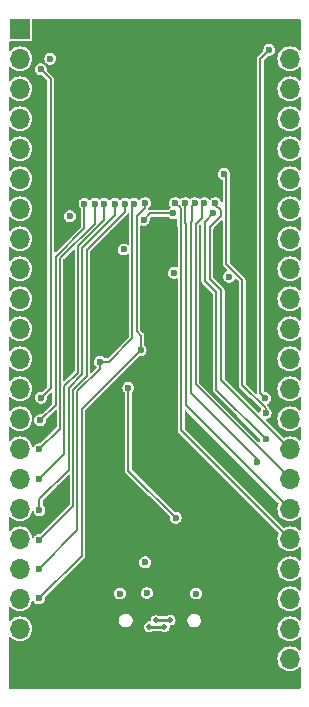
<source format=gbr>
%TF.GenerationSoftware,KiCad,Pcbnew,8.0.6*%
%TF.CreationDate,2025-02-05T21:25:15+00:00*%
%TF.ProjectId,custom-esp32,63757374-6f6d-42d6-9573-7033322e6b69,0.1*%
%TF.SameCoordinates,Original*%
%TF.FileFunction,Copper,L4,Bot*%
%TF.FilePolarity,Positive*%
%FSLAX46Y46*%
G04 Gerber Fmt 4.6, Leading zero omitted, Abs format (unit mm)*
G04 Created by KiCad (PCBNEW 8.0.6) date 2025-02-05 21:25:15*
%MOMM*%
%LPD*%
G01*
G04 APERTURE LIST*
%TA.AperFunction,ComponentPad*%
%ADD10R,1.700000X1.700000*%
%TD*%
%TA.AperFunction,ComponentPad*%
%ADD11O,1.700000X1.700000*%
%TD*%
%TA.AperFunction,ComponentPad*%
%ADD12O,1.000000X2.100000*%
%TD*%
%TA.AperFunction,ComponentPad*%
%ADD13O,1.000000X1.800000*%
%TD*%
%TA.AperFunction,ViaPad*%
%ADD14C,0.600000*%
%TD*%
%TA.AperFunction,ViaPad*%
%ADD15C,0.500000*%
%TD*%
%TA.AperFunction,Conductor*%
%ADD16C,0.165100*%
%TD*%
%TA.AperFunction,Conductor*%
%ADD17C,0.200000*%
%TD*%
%TA.AperFunction,Conductor*%
%ADD18C,0.262799*%
%TD*%
G04 APERTURE END LIST*
D10*
%TO.P,J1,1,Pin_1*%
%TO.N,3V3*%
X90775000Y-35340800D03*
D11*
%TO.P,J1,2,Pin_2*%
%TO.N,GPIO0*%
X90775000Y-37880800D03*
%TO.P,J1,3,Pin_3*%
%TO.N,GPIO1*%
X90775000Y-40420800D03*
%TO.P,J1,4,Pin_4*%
%TO.N,GPIO2*%
X90775000Y-42960800D03*
%TO.P,J1,5,Pin_5*%
%TO.N,GPIO3*%
X90775000Y-45500800D03*
%TO.P,J1,6,Pin_6*%
%TO.N,GPIO4*%
X90775000Y-48040800D03*
%TO.P,J1,7,Pin_7*%
%TO.N,GPIO5*%
X90775000Y-50580800D03*
%TO.P,J1,8,Pin_8*%
%TO.N,GPIO6*%
X90775000Y-53120800D03*
%TO.P,J1,9,Pin_9*%
%TO.N,GPIO7*%
X90775000Y-55660800D03*
%TO.P,J1,10,Pin_10*%
%TO.N,GPIO8*%
X90775000Y-58200800D03*
%TO.P,J1,11,Pin_11*%
%TO.N,GPIO9*%
X90775000Y-60740800D03*
%TO.P,J1,12,Pin_12*%
%TO.N,GPIO10*%
X90775000Y-63280800D03*
%TO.P,J1,13,Pin_13*%
%TO.N,GPIO11*%
X90775000Y-65820800D03*
%TO.P,J1,14,Pin_14*%
%TO.N,GPIO12*%
X90775000Y-68360800D03*
%TO.P,J1,15,Pin_15*%
%TO.N,GPIO13*%
X90775000Y-70900800D03*
%TO.P,J1,16,Pin_16*%
%TO.N,GPIO14*%
X90775000Y-73440800D03*
%TO.P,J1,17,Pin_17*%
%TO.N,GPIO15*%
X90775000Y-75980800D03*
%TO.P,J1,18,Pin_18*%
%TO.N,GPIO16*%
X90775000Y-78520800D03*
%TO.P,J1,19,Pin_19*%
%TO.N,I2C_SCL*%
X90775000Y-81060800D03*
%TO.P,J1,20,Pin_20*%
%TO.N,I2C_SDA*%
X90775000Y-83600800D03*
%TO.P,J1,21,Pin_21*%
%TO.N,5VUSB*%
X90775000Y-86140800D03*
%TO.P,J1,22,Pin_22*%
%TO.N,GND*%
X90775000Y-88680800D03*
%TD*%
D10*
%TO.P,J2,1,Pin_1*%
%TO.N,GND*%
X113635000Y-35340800D03*
D11*
%TO.P,J2,2,Pin_2*%
%TO.N,ESP32_EN*%
X113635000Y-37880800D03*
%TO.P,J2,3,Pin_3*%
%TO.N,GPIO46*%
X113635000Y-40420800D03*
%TO.P,J2,4,Pin_4*%
%TO.N,GPIO45*%
X113635000Y-42960800D03*
%TO.P,J2,5,Pin_5*%
%TO.N,RXD*%
X113635000Y-45500800D03*
%TO.P,J2,6,Pin_6*%
%TO.N,TXD*%
X113635000Y-48040800D03*
%TO.P,J2,7,Pin_7*%
%TO.N,GPIO42*%
X113635000Y-50580800D03*
%TO.P,J2,8,Pin_8*%
%TO.N,GPIO41*%
X113635000Y-53120800D03*
%TO.P,J2,9,Pin_9*%
%TO.N,GPIO40*%
X113635000Y-55660800D03*
%TO.P,J2,10,Pin_10*%
%TO.N,GPIO39*%
X113635000Y-58200800D03*
%TO.P,J2,11,Pin_11*%
%TO.N,GPIO38*%
X113635000Y-60740800D03*
%TO.P,J2,12,Pin_12*%
%TO.N,GPIO37*%
X113635000Y-63280800D03*
%TO.P,J2,13,Pin_13*%
%TO.N,GPIO36*%
X113635000Y-65820800D03*
%TO.P,J2,14,Pin_14*%
%TO.N,GPIO35*%
X113635000Y-68360800D03*
%TO.P,J2,15,Pin_15*%
%TO.N,GPIO34*%
X113635000Y-70900800D03*
%TO.P,J2,16,Pin_16*%
%TO.N,GPIO33*%
X113635000Y-73440800D03*
%TO.P,J2,17,Pin_17*%
%TO.N,GPIO26*%
X113635000Y-75980800D03*
%TO.P,J2,18,Pin_18*%
%TO.N,GPIO21*%
X113635000Y-78520800D03*
%TO.P,J2,19,Pin_19*%
%TO.N,unconnected-(J2-Pin_19-Pad19)*%
X113635000Y-81060800D03*
%TO.P,J2,20,Pin_20*%
%TO.N,unconnected-(J2-Pin_20-Pad20)*%
X113635000Y-83600800D03*
%TO.P,J2,21,Pin_21*%
%TO.N,GPIO48*%
X113635000Y-86140800D03*
%TO.P,J2,22,Pin_22*%
%TO.N,GPIO47*%
X113635000Y-88680800D03*
%TD*%
D12*
%TO.P,J3,S1,SHIELD*%
%TO.N,GND*%
X98317850Y-84940600D03*
D13*
X98317850Y-89120600D03*
D12*
X106957850Y-84940600D03*
D13*
X106957850Y-89120600D03*
%TD*%
D14*
%TO.N,GND*%
X97977800Y-35758600D03*
X96961800Y-84374200D03*
X101330600Y-35758600D03*
X99552600Y-78176600D03*
X102194200Y-35758600D03*
X105054400Y-42367200D03*
X102565200Y-39014400D03*
X108290200Y-85288600D03*
X103921400Y-35758600D03*
X106807000Y-60553600D03*
X98689000Y-52624200D03*
X111947800Y-35555400D03*
X108290200Y-89505000D03*
X96199800Y-47798200D03*
X100152200Y-44805600D03*
X108290200Y-84374200D03*
X104785000Y-35758600D03*
X94007400Y-36774600D03*
X98384200Y-60599800D03*
X101701600Y-39014400D03*
X110169800Y-37638200D03*
X109204600Y-50084200D03*
X107325000Y-35758600D03*
X99390200Y-43281600D03*
X103606600Y-44754800D03*
X102717600Y-44754800D03*
X98841400Y-35758600D03*
X106258200Y-57348600D03*
X99364800Y-41554400D03*
X97063400Y-89454200D03*
X95183800Y-50135000D03*
X106461400Y-35758600D03*
X99339400Y-39801800D03*
X105079800Y-43230800D03*
X99654200Y-35758600D03*
X96250600Y-35758600D03*
X110972600Y-74193400D03*
X99999800Y-39065200D03*
X97419000Y-60549000D03*
X99654200Y-60498200D03*
X100990400Y-44780200D03*
X103057800Y-35758600D03*
X100613874Y-74219726D03*
X105054400Y-40614600D03*
X98739800Y-53640200D03*
X109204600Y-52522600D03*
X97063400Y-88438200D03*
X101854000Y-44754800D03*
X94167800Y-74214200D03*
X105054400Y-41503600D03*
X107772200Y-81026000D03*
X99364800Y-40665400D03*
X107457800Y-54128599D03*
X104317800Y-74244200D03*
X96961800Y-85339400D03*
X105648600Y-35758600D03*
X92593000Y-88285800D03*
X99364800Y-42418000D03*
X99415600Y-44119800D03*
X106705400Y-59613800D03*
X103454200Y-39014400D03*
X105029000Y-39751000D03*
X100838000Y-39039800D03*
X110169800Y-38451000D03*
X105105200Y-44069000D03*
X104470200Y-44729400D03*
X103829400Y-52730400D03*
X92593000Y-89301800D03*
X104317800Y-38989000D03*
X100517800Y-35758600D03*
X108290200Y-88641400D03*
X110896400Y-78105000D03*
X108137800Y-35758600D03*
X93964600Y-34895000D03*
X94879000Y-64155800D03*
X110169800Y-34844200D03*
X111947800Y-34844200D03*
X97266600Y-81072200D03*
X97114200Y-35758600D03*
%TO.N,ESP32_EN*%
X111536926Y-66618674D03*
X111894300Y-37127500D03*
%TO.N,GPIO0*%
X92542200Y-38755800D03*
X92583000Y-66573400D03*
%TO.N,3V3*%
X99578000Y-54021200D03*
X93355000Y-37871400D03*
X103969500Y-76751500D03*
X103809800Y-56007000D03*
X95013850Y-51208301D03*
X99959000Y-65730600D03*
%TO.N,5VUSB*%
X108493400Y-56332600D03*
X99247800Y-83155000D03*
X101381400Y-80513400D03*
X101533800Y-83104200D03*
X105702035Y-83157635D03*
%TO.N,GPIO48*%
X107172600Y-50947800D03*
X101262250Y-51506600D03*
X103785000Y-50954507D03*
X111592200Y-70099400D03*
%TO.N,GPIO15*%
X92440600Y-76093800D03*
X98841400Y-50135000D03*
%TO.N,GPIO12*%
X96250600Y-50143000D03*
X92491400Y-68473800D03*
%TO.N,I2C_SDA*%
X92389800Y-83561400D03*
X101000400Y-62555600D03*
X101381400Y-50084200D03*
%TO.N,GPIO13*%
X97114200Y-50143000D03*
X92440600Y-70912200D03*
%TO.N,I2C_SCL*%
X97572000Y-63536400D03*
X92389800Y-81072200D03*
X100454203Y-50135000D03*
%TO.N,GPIO14*%
X92440600Y-73452200D03*
X97914203Y-50143000D03*
%TO.N,GPIO16*%
X92440600Y-78583000D03*
X99654200Y-50135000D03*
%TO.N,GPIO21*%
X103921400Y-50084200D03*
%TO.N,GPIO33*%
X106410600Y-50084200D03*
%TO.N,GPIO47*%
X105597800Y-50084200D03*
X110881000Y-71979000D03*
%TO.N,GPIO35*%
X108051600Y-47625000D03*
X111582200Y-67868800D03*
%TO.N,GPIO26*%
X104785000Y-50084200D03*
%TO.N,GPIO34*%
X107325000Y-50084200D03*
D15*
%TO.N,D-*%
X102997142Y-85975996D03*
X101738500Y-85965800D03*
%TO.N,D+*%
X102305302Y-85429497D03*
X103516500Y-85407000D03*
%TD*%
D16*
%TO.N,ESP32_EN*%
X111125000Y-37896800D02*
X111894300Y-37127500D01*
X111125000Y-66206748D02*
X111125000Y-37896800D01*
X111536926Y-66618674D02*
X111125000Y-66206748D01*
%TO.N,GPIO0*%
X93395800Y-39609400D02*
X92542200Y-38755800D01*
X92583000Y-66573400D02*
X93395800Y-65760600D01*
X93395800Y-65760600D02*
X93395800Y-39609400D01*
%TO.N,3V3*%
X99959000Y-72741000D02*
X99959000Y-65730600D01*
X103969500Y-76751500D02*
X99959000Y-72741000D01*
%TO.N,GPIO48*%
X103785000Y-50954507D02*
X101814343Y-50954507D01*
D17*
X106451400Y-51669000D02*
X107172600Y-50947800D01*
X107417000Y-57658871D02*
X106451400Y-56693271D01*
X111592200Y-70099400D02*
X107417000Y-65924200D01*
D16*
X101814343Y-50954507D02*
X101262250Y-51506600D01*
D17*
X106451400Y-56693271D02*
X106451400Y-51669000D01*
X107417000Y-65924200D02*
X107417000Y-57658871D01*
D16*
%TO.N,GPIO15*%
X92440600Y-76093800D02*
X92440600Y-75117549D01*
X94898000Y-65762400D02*
X96067218Y-64593182D01*
X98841400Y-51131619D02*
X98841400Y-50135000D01*
X94898000Y-72660149D02*
X94898000Y-65762400D01*
X96067218Y-53905801D02*
X98841400Y-51131619D01*
X92440600Y-75117549D02*
X94898000Y-72660149D01*
X96067218Y-64593182D02*
X96067218Y-53905801D01*
%TO.N,GPIO12*%
X92491400Y-68473800D02*
X93802700Y-67162500D01*
X96250600Y-52173429D02*
X96250600Y-50143000D01*
X93802700Y-67162500D02*
X93802700Y-54621329D01*
X93802700Y-54621329D02*
X96250600Y-52173429D01*
%TO.N,I2C_SDA*%
X101035300Y-61312171D02*
X101035300Y-62520700D01*
X101035300Y-62520700D02*
X101000400Y-62555600D01*
X100679700Y-51192300D02*
X100679700Y-60956571D01*
X92389800Y-83561400D02*
X96015600Y-79935600D01*
X96015600Y-67540400D02*
X101000400Y-62555600D01*
X100679700Y-60956571D02*
X101035300Y-61312171D01*
X101381400Y-50084200D02*
X101381400Y-50490600D01*
X101381400Y-50490600D02*
X100679700Y-51192300D01*
X96015600Y-79935600D02*
X96015600Y-67540400D01*
%TO.N,GPIO13*%
X92440600Y-70912200D02*
X94167800Y-69185000D01*
X94167800Y-69185000D02*
X94167800Y-54772559D01*
X97114200Y-51826159D02*
X97114200Y-50143000D01*
X94167800Y-54772559D02*
X97114200Y-51826159D01*
%TO.N,I2C_SCL*%
X97572000Y-64121060D02*
X97572000Y-63536400D01*
X100454203Y-50135000D02*
X100314600Y-50274603D01*
X100314600Y-61514200D02*
X98292400Y-63536400D01*
X95650500Y-77811500D02*
X95650500Y-66042560D01*
X92389800Y-81072200D02*
X95650500Y-77811500D01*
X100314600Y-50274603D02*
X100314600Y-61514200D01*
X95650500Y-66042560D02*
X97572000Y-64121060D01*
X98292400Y-63536400D02*
X97572000Y-63536400D01*
%TO.N,GPIO14*%
X92440600Y-73452200D02*
X94532900Y-71359900D01*
X97914203Y-51542486D02*
X97914203Y-50143000D01*
X95702118Y-53754571D02*
X97914203Y-51542486D01*
X94532900Y-65611170D02*
X95702118Y-64441952D01*
X94532900Y-71359900D02*
X94532900Y-65611170D01*
X95702118Y-64441952D02*
X95702118Y-53754571D01*
%TO.N,GPIO16*%
X92440600Y-78583000D02*
X95285400Y-75738200D01*
X95285400Y-65891330D02*
X96432318Y-64744412D01*
X99654200Y-50835149D02*
X99654200Y-50135000D01*
X96432318Y-64744412D02*
X96432318Y-54057031D01*
X96432318Y-54057031D02*
X99654200Y-50835149D01*
X95285400Y-75738200D02*
X95285400Y-65891330D01*
D17*
%TO.N,GPIO21*%
X104385000Y-50547800D02*
X104385000Y-51977085D01*
X104429400Y-52021485D02*
X104429400Y-69337400D01*
X103921400Y-50084200D02*
X104385000Y-50547800D01*
X104429400Y-69337400D02*
X113624200Y-78532200D01*
X104385000Y-51977085D02*
X104429400Y-52021485D01*
%TO.N,GPIO33*%
X106410600Y-50084200D02*
X106197800Y-50297000D01*
X106197800Y-51344999D02*
X105658200Y-51884599D01*
X105658200Y-51884599D02*
X105658200Y-65435400D01*
X113624200Y-73401400D02*
X113624200Y-73452200D01*
X106197800Y-50297000D02*
X106197800Y-51344999D01*
X105658200Y-65435400D02*
X113624200Y-73401400D01*
%TO.N,GPIO47*%
X110881000Y-71979000D02*
X110881000Y-71775800D01*
X105385000Y-50297000D02*
X105597800Y-50084200D01*
X105385000Y-51592114D02*
X105385000Y-50297000D01*
X105258200Y-51718914D02*
X105385000Y-51592114D01*
X110881000Y-71775800D02*
X105258200Y-66153000D01*
X105258200Y-66153000D02*
X105258200Y-51718914D01*
D16*
%TO.N,GPIO35*%
X111582200Y-67487800D02*
X109601000Y-65506600D01*
X109601000Y-56616349D02*
X108252099Y-55267448D01*
X108252099Y-55267448D02*
X108252099Y-47825499D01*
X108252099Y-47825499D02*
X108051600Y-47625000D01*
X111582200Y-67868800D02*
X111582200Y-67487800D01*
X109601000Y-65506600D02*
X109601000Y-56616349D01*
D17*
%TO.N,GPIO26*%
X104785000Y-51811400D02*
X104858200Y-51884600D01*
X104858200Y-67226200D02*
X113624200Y-75992200D01*
X104785000Y-50084200D02*
X104785000Y-51811400D01*
X104858200Y-51884600D02*
X104858200Y-67226200D01*
%TO.N,GPIO34*%
X107817000Y-65105000D02*
X113624200Y-70912200D01*
X107325000Y-50084200D02*
X107325000Y-50251671D01*
X107772600Y-50699271D02*
X107772600Y-51196329D01*
X107772600Y-51196329D02*
X106857800Y-52111129D01*
X107817000Y-57493185D02*
X107817000Y-65105000D01*
X107325000Y-50251671D02*
X107772600Y-50699271D01*
X106857800Y-56533985D02*
X107817000Y-57493185D01*
X106857800Y-52111129D02*
X106857800Y-56533985D01*
D18*
%TO.N,D-*%
X102997142Y-85975996D02*
X101748696Y-85975996D01*
X101748696Y-85975996D02*
X101738500Y-85965800D01*
%TO.N,D+*%
X103494003Y-85429497D02*
X102305302Y-85429497D01*
X103516500Y-85407000D02*
X103494003Y-85429497D01*
%TD*%
%TA.AperFunction,Conductor*%
%TO.N,GND*%
G36*
X103383184Y-51256636D02*
G01*
X103392393Y-51265699D01*
X103453872Y-51336650D01*
X103574947Y-51414460D01*
X103713039Y-51455007D01*
X103856961Y-51455007D01*
X103979975Y-51418887D01*
X104035646Y-51422425D01*
X104076018Y-51460921D01*
X104084500Y-51497134D01*
X104084500Y-52016652D01*
X104104977Y-52093071D01*
X104104978Y-52093072D01*
X104117974Y-52115581D01*
X104128900Y-52156357D01*
X104128900Y-55470127D01*
X104109821Y-55522546D01*
X104061511Y-55550438D01*
X104024375Y-55548374D01*
X103881761Y-55506500D01*
X103737839Y-55506500D01*
X103599745Y-55547047D01*
X103478674Y-55624855D01*
X103478672Y-55624856D01*
X103478672Y-55624857D01*
X103447525Y-55660803D01*
X103384423Y-55733627D01*
X103384421Y-55733630D01*
X103324636Y-55864539D01*
X103324634Y-55864544D01*
X103304153Y-56007000D01*
X103324634Y-56149455D01*
X103324636Y-56149460D01*
X103343214Y-56190139D01*
X103384423Y-56280373D01*
X103478672Y-56389143D01*
X103599747Y-56466953D01*
X103737839Y-56507500D01*
X103881759Y-56507500D01*
X103881761Y-56507500D01*
X104019853Y-56466953D01*
X104019857Y-56466950D01*
X104024374Y-56465624D01*
X104080046Y-56469162D01*
X104120418Y-56507657D01*
X104128900Y-56543871D01*
X104128900Y-69376967D01*
X104149377Y-69453386D01*
X104149379Y-69453391D01*
X104188937Y-69521907D01*
X104188938Y-69521908D01*
X104188940Y-69521911D01*
X108501372Y-73834343D01*
X112660231Y-77993202D01*
X112683806Y-78043759D01*
X112674487Y-78089309D01*
X112659767Y-78116847D01*
X112599700Y-78314867D01*
X112599698Y-78314877D01*
X112579417Y-78520796D01*
X112579417Y-78520803D01*
X112599698Y-78726722D01*
X112599699Y-78726730D01*
X112599700Y-78726734D01*
X112659768Y-78924754D01*
X112757315Y-79107250D01*
X112757317Y-79107253D01*
X112888586Y-79267206D01*
X112888593Y-79267213D01*
X113048546Y-79398482D01*
X113048550Y-79398485D01*
X113231046Y-79496032D01*
X113429066Y-79556100D01*
X113474413Y-79560566D01*
X113634997Y-79576383D01*
X113635000Y-79576383D01*
X113635003Y-79576383D01*
X113762455Y-79563829D01*
X113840934Y-79556100D01*
X114038954Y-79496032D01*
X114221450Y-79398485D01*
X114381410Y-79267210D01*
X114412310Y-79229557D01*
X114460313Y-79201140D01*
X114515352Y-79210227D01*
X114551673Y-79252565D01*
X114556900Y-79281292D01*
X114556900Y-80300307D01*
X114537821Y-80352726D01*
X114489511Y-80380618D01*
X114434575Y-80370931D01*
X114412311Y-80352042D01*
X114381413Y-80314393D01*
X114381406Y-80314386D01*
X114221453Y-80183117D01*
X114221451Y-80183116D01*
X114221450Y-80183115D01*
X114038954Y-80085568D01*
X114038951Y-80085567D01*
X114038949Y-80085566D01*
X113933064Y-80053447D01*
X113840934Y-80025500D01*
X113840930Y-80025499D01*
X113840922Y-80025498D01*
X113635003Y-80005217D01*
X113634997Y-80005217D01*
X113429077Y-80025498D01*
X113429067Y-80025499D01*
X113429066Y-80025500D01*
X113373958Y-80042216D01*
X113231050Y-80085566D01*
X113231046Y-80085567D01*
X113231046Y-80085568D01*
X113145572Y-80131255D01*
X113048546Y-80183117D01*
X112888593Y-80314386D01*
X112888586Y-80314393D01*
X112757317Y-80474346D01*
X112659766Y-80656850D01*
X112599700Y-80854867D01*
X112599698Y-80854877D01*
X112579417Y-81060796D01*
X112579417Y-81060803D01*
X112599698Y-81266722D01*
X112599699Y-81266730D01*
X112599700Y-81266734D01*
X112623614Y-81345569D01*
X112656609Y-81454343D01*
X112659768Y-81464754D01*
X112695794Y-81532153D01*
X112757317Y-81647253D01*
X112888586Y-81807206D01*
X112888593Y-81807213D01*
X113048546Y-81938482D01*
X113048550Y-81938485D01*
X113231046Y-82036032D01*
X113429066Y-82096100D01*
X113474413Y-82100566D01*
X113634997Y-82116383D01*
X113635000Y-82116383D01*
X113635003Y-82116383D01*
X113762455Y-82103829D01*
X113840934Y-82096100D01*
X114038954Y-82036032D01*
X114221450Y-81938485D01*
X114381410Y-81807210D01*
X114412310Y-81769557D01*
X114460313Y-81741140D01*
X114515352Y-81750227D01*
X114551673Y-81792565D01*
X114556900Y-81821292D01*
X114556900Y-82840307D01*
X114537821Y-82892726D01*
X114489511Y-82920618D01*
X114434575Y-82910931D01*
X114412311Y-82892042D01*
X114381413Y-82854393D01*
X114381406Y-82854386D01*
X114221453Y-82723117D01*
X114221451Y-82723116D01*
X114221450Y-82723115D01*
X114038954Y-82625568D01*
X114038951Y-82625567D01*
X114038949Y-82625566D01*
X113951149Y-82598933D01*
X113840934Y-82565500D01*
X113840930Y-82565499D01*
X113840922Y-82565498D01*
X113635003Y-82545217D01*
X113634997Y-82545217D01*
X113429077Y-82565498D01*
X113429067Y-82565499D01*
X113429066Y-82565500D01*
X113373958Y-82582216D01*
X113231050Y-82625566D01*
X113231046Y-82625567D01*
X113231046Y-82625568D01*
X113176919Y-82654500D01*
X113048546Y-82723117D01*
X112888593Y-82854386D01*
X112888586Y-82854393D01*
X112757317Y-83014346D01*
X112659766Y-83196850D01*
X112628449Y-83300092D01*
X112603511Y-83382305D01*
X112599700Y-83394867D01*
X112599698Y-83394877D01*
X112579417Y-83600796D01*
X112579417Y-83600803D01*
X112599698Y-83806722D01*
X112599699Y-83806730D01*
X112599700Y-83806734D01*
X112659768Y-84004754D01*
X112713100Y-84104530D01*
X112757317Y-84187253D01*
X112888586Y-84347206D01*
X112888593Y-84347213D01*
X113048546Y-84478482D01*
X113048550Y-84478485D01*
X113231046Y-84576032D01*
X113429066Y-84636100D01*
X113474413Y-84640566D01*
X113634997Y-84656383D01*
X113635000Y-84656383D01*
X113635003Y-84656383D01*
X113762455Y-84643829D01*
X113840934Y-84636100D01*
X114038954Y-84576032D01*
X114221450Y-84478485D01*
X114381410Y-84347210D01*
X114412310Y-84309557D01*
X114460313Y-84281140D01*
X114515352Y-84290227D01*
X114551673Y-84332565D01*
X114556900Y-84361292D01*
X114556900Y-85380307D01*
X114537821Y-85432726D01*
X114489511Y-85460618D01*
X114434575Y-85450931D01*
X114412311Y-85432042D01*
X114381413Y-85394393D01*
X114381406Y-85394386D01*
X114221453Y-85263117D01*
X114221451Y-85263116D01*
X114221450Y-85263115D01*
X114038954Y-85165568D01*
X114038951Y-85165567D01*
X114038949Y-85165566D01*
X113951149Y-85138933D01*
X113840934Y-85105500D01*
X113840930Y-85105499D01*
X113840922Y-85105498D01*
X113635003Y-85085217D01*
X113634997Y-85085217D01*
X113429077Y-85105498D01*
X113429067Y-85105499D01*
X113429066Y-85105500D01*
X113373958Y-85122216D01*
X113231050Y-85165566D01*
X113231046Y-85165567D01*
X113231046Y-85165568D01*
X113197616Y-85183437D01*
X113048546Y-85263117D01*
X112888593Y-85394386D01*
X112888586Y-85394393D01*
X112757317Y-85554346D01*
X112757315Y-85554350D01*
X112668912Y-85719740D01*
X112659766Y-85736850D01*
X112599700Y-85934867D01*
X112599698Y-85934877D01*
X112579417Y-86140796D01*
X112579417Y-86140803D01*
X112599698Y-86346722D01*
X112599699Y-86346730D01*
X112599700Y-86346734D01*
X112659768Y-86544754D01*
X112713100Y-86644530D01*
X112757317Y-86727253D01*
X112888586Y-86887206D01*
X112888593Y-86887213D01*
X113048546Y-87018482D01*
X113048550Y-87018485D01*
X113231046Y-87116032D01*
X113429066Y-87176100D01*
X113474413Y-87180566D01*
X113634997Y-87196383D01*
X113635000Y-87196383D01*
X113635003Y-87196383D01*
X113762455Y-87183829D01*
X113840934Y-87176100D01*
X114038954Y-87116032D01*
X114221450Y-87018485D01*
X114381410Y-86887210D01*
X114412310Y-86849557D01*
X114460313Y-86821140D01*
X114515352Y-86830227D01*
X114551673Y-86872565D01*
X114556900Y-86901292D01*
X114556900Y-87920307D01*
X114537821Y-87972726D01*
X114489511Y-88000618D01*
X114434575Y-87990931D01*
X114412311Y-87972042D01*
X114381413Y-87934393D01*
X114381406Y-87934386D01*
X114221453Y-87803117D01*
X114221451Y-87803116D01*
X114221450Y-87803115D01*
X114038954Y-87705568D01*
X114038951Y-87705567D01*
X114038949Y-87705566D01*
X113951149Y-87678933D01*
X113840934Y-87645500D01*
X113840930Y-87645499D01*
X113840922Y-87645498D01*
X113635003Y-87625217D01*
X113634997Y-87625217D01*
X113429077Y-87645498D01*
X113429067Y-87645499D01*
X113429066Y-87645500D01*
X113373958Y-87662216D01*
X113231050Y-87705566D01*
X113048546Y-87803117D01*
X112888593Y-87934386D01*
X112888586Y-87934393D01*
X112757317Y-88094346D01*
X112659766Y-88276850D01*
X112599700Y-88474867D01*
X112599698Y-88474877D01*
X112579417Y-88680796D01*
X112579417Y-88680803D01*
X112599698Y-88886722D01*
X112599699Y-88886730D01*
X112599700Y-88886734D01*
X112659768Y-89084754D01*
X112713100Y-89184530D01*
X112757317Y-89267253D01*
X112888586Y-89427206D01*
X112888593Y-89427213D01*
X113048546Y-89558482D01*
X113048550Y-89558485D01*
X113231046Y-89656032D01*
X113429066Y-89716100D01*
X113474413Y-89720566D01*
X113634997Y-89736383D01*
X113635000Y-89736383D01*
X113635003Y-89736383D01*
X113762455Y-89723829D01*
X113840934Y-89716100D01*
X114038954Y-89656032D01*
X114221450Y-89558485D01*
X114381410Y-89427210D01*
X114412310Y-89389557D01*
X114460313Y-89361140D01*
X114515352Y-89370227D01*
X114551673Y-89412565D01*
X114556900Y-89441292D01*
X114556900Y-91123350D01*
X114537821Y-91175769D01*
X114489511Y-91203661D01*
X114475350Y-91204900D01*
X89934650Y-91204900D01*
X89882231Y-91185821D01*
X89854339Y-91137511D01*
X89853100Y-91123350D01*
X89853100Y-86901292D01*
X89872179Y-86848873D01*
X89920489Y-86820981D01*
X89975425Y-86830668D01*
X89997690Y-86849558D01*
X90028587Y-86887207D01*
X90028593Y-86887213D01*
X90188546Y-87018482D01*
X90188550Y-87018485D01*
X90371046Y-87116032D01*
X90569066Y-87176100D01*
X90614413Y-87180566D01*
X90774997Y-87196383D01*
X90775000Y-87196383D01*
X90775003Y-87196383D01*
X90902455Y-87183829D01*
X90980934Y-87176100D01*
X91178954Y-87116032D01*
X91361450Y-87018485D01*
X91521410Y-86887210D01*
X91652685Y-86727250D01*
X91750232Y-86544754D01*
X91810300Y-86346734D01*
X91830583Y-86140800D01*
X91826980Y-86104222D01*
X91810301Y-85934877D01*
X91810300Y-85934866D01*
X91750232Y-85736846D01*
X91652685Y-85554350D01*
X91636993Y-85535229D01*
X91521413Y-85394393D01*
X91521406Y-85394386D01*
X91485389Y-85364828D01*
X99172350Y-85364828D01*
X99172350Y-85516371D01*
X99211567Y-85662732D01*
X99211569Y-85662737D01*
X99287332Y-85793961D01*
X99287333Y-85793962D01*
X99287335Y-85793965D01*
X99394485Y-85901115D01*
X99394487Y-85901116D01*
X99394488Y-85901117D01*
X99525712Y-85976880D01*
X99525717Y-85976882D01*
X99672078Y-86016099D01*
X99672082Y-86016099D01*
X99672084Y-86016100D01*
X99672085Y-86016100D01*
X99823615Y-86016100D01*
X99823616Y-86016100D01*
X99823617Y-86016099D01*
X99823621Y-86016099D01*
X99969982Y-85976882D01*
X99969983Y-85976881D01*
X99969985Y-85976881D01*
X99971522Y-85975994D01*
X99989178Y-85965800D01*
X101283367Y-85965800D01*
X101301802Y-86094024D01*
X101301804Y-86094029D01*
X101355616Y-86211859D01*
X101355620Y-86211866D01*
X101364455Y-86222062D01*
X101440451Y-86309767D01*
X101549431Y-86379804D01*
X101673728Y-86416300D01*
X101803272Y-86416300D01*
X101927569Y-86379804D01*
X101979046Y-86346722D01*
X102019318Y-86320841D01*
X102063407Y-86307895D01*
X102656369Y-86307895D01*
X102700458Y-86320841D01*
X102773966Y-86368081D01*
X102808073Y-86390000D01*
X102932370Y-86426496D01*
X103061914Y-86426496D01*
X103186211Y-86390000D01*
X103295191Y-86319963D01*
X103380024Y-86222059D01*
X103433839Y-86104222D01*
X103452275Y-85975996D01*
X103448632Y-85950655D01*
X103460057Y-85896054D01*
X103503907Y-85861571D01*
X103529352Y-85857500D01*
X103581272Y-85857500D01*
X103705569Y-85821004D01*
X103814549Y-85750967D01*
X103899382Y-85653063D01*
X103953197Y-85535226D01*
X103971633Y-85407000D01*
X103965570Y-85364828D01*
X104952350Y-85364828D01*
X104952350Y-85516371D01*
X104991567Y-85662732D01*
X104991569Y-85662737D01*
X105067332Y-85793961D01*
X105067333Y-85793962D01*
X105067335Y-85793965D01*
X105174485Y-85901115D01*
X105174487Y-85901116D01*
X105174488Y-85901117D01*
X105305712Y-85976880D01*
X105305717Y-85976882D01*
X105452078Y-86016099D01*
X105452082Y-86016099D01*
X105452084Y-86016100D01*
X105452085Y-86016100D01*
X105603615Y-86016100D01*
X105603616Y-86016100D01*
X105603617Y-86016099D01*
X105603621Y-86016099D01*
X105749982Y-85976882D01*
X105749983Y-85976881D01*
X105749985Y-85976881D01*
X105751522Y-85975994D01*
X105822757Y-85934866D01*
X105881215Y-85901115D01*
X105988365Y-85793965D01*
X106064131Y-85662735D01*
X106075091Y-85621832D01*
X106103349Y-85516371D01*
X106103350Y-85516364D01*
X106103350Y-85364835D01*
X106103349Y-85364828D01*
X106064132Y-85218467D01*
X106064130Y-85218462D01*
X105988367Y-85087238D01*
X105988366Y-85087237D01*
X105988365Y-85087235D01*
X105881215Y-84980085D01*
X105881212Y-84980083D01*
X105881211Y-84980082D01*
X105749987Y-84904319D01*
X105749982Y-84904317D01*
X105603621Y-84865100D01*
X105603616Y-84865100D01*
X105452084Y-84865100D01*
X105452078Y-84865100D01*
X105305717Y-84904317D01*
X105305712Y-84904319D01*
X105174488Y-84980082D01*
X105067332Y-85087238D01*
X104991569Y-85218462D01*
X104991567Y-85218467D01*
X104952350Y-85364828D01*
X103965570Y-85364828D01*
X103953197Y-85278774D01*
X103899382Y-85160937D01*
X103814549Y-85063033D01*
X103814548Y-85063032D01*
X103705569Y-84992996D01*
X103705570Y-84992996D01*
X103581272Y-84956500D01*
X103451728Y-84956500D01*
X103327429Y-84992996D01*
X103218454Y-85063030D01*
X103218451Y-85063032D01*
X103218451Y-85063033D01*
X103212887Y-85069453D01*
X103164142Y-85096574D01*
X103151258Y-85097598D01*
X102646075Y-85097598D01*
X102601986Y-85084652D01*
X102494371Y-85015493D01*
X102494372Y-85015493D01*
X102370074Y-84978997D01*
X102240530Y-84978997D01*
X102116231Y-85015493D01*
X102007253Y-85085529D01*
X102007252Y-85085529D01*
X101922422Y-85183430D01*
X101922418Y-85183437D01*
X101868606Y-85301267D01*
X101868604Y-85301272D01*
X101850169Y-85429497D01*
X101850169Y-85433750D01*
X101831090Y-85486169D01*
X101782780Y-85514061D01*
X101768619Y-85515300D01*
X101673728Y-85515300D01*
X101549429Y-85551796D01*
X101440451Y-85621832D01*
X101440450Y-85621832D01*
X101355620Y-85719733D01*
X101355616Y-85719740D01*
X101301804Y-85837570D01*
X101301802Y-85837575D01*
X101283367Y-85965800D01*
X99989178Y-85965800D01*
X100042757Y-85934866D01*
X100101215Y-85901115D01*
X100208365Y-85793965D01*
X100284131Y-85662735D01*
X100295091Y-85621832D01*
X100323349Y-85516371D01*
X100323350Y-85516364D01*
X100323350Y-85364835D01*
X100323349Y-85364828D01*
X100284132Y-85218467D01*
X100284130Y-85218462D01*
X100208367Y-85087238D01*
X100208366Y-85087237D01*
X100208365Y-85087235D01*
X100101215Y-84980085D01*
X100101212Y-84980083D01*
X100101211Y-84980082D01*
X99969987Y-84904319D01*
X99969982Y-84904317D01*
X99823621Y-84865100D01*
X99823616Y-84865100D01*
X99672084Y-84865100D01*
X99672078Y-84865100D01*
X99525717Y-84904317D01*
X99525712Y-84904319D01*
X99394488Y-84980082D01*
X99287332Y-85087238D01*
X99211569Y-85218462D01*
X99211567Y-85218467D01*
X99172350Y-85364828D01*
X91485389Y-85364828D01*
X91361453Y-85263117D01*
X91361451Y-85263116D01*
X91361450Y-85263115D01*
X91178954Y-85165568D01*
X91178951Y-85165567D01*
X91178949Y-85165566D01*
X91091149Y-85138933D01*
X90980934Y-85105500D01*
X90980930Y-85105499D01*
X90980922Y-85105498D01*
X90775003Y-85085217D01*
X90774997Y-85085217D01*
X90569077Y-85105498D01*
X90569067Y-85105499D01*
X90569066Y-85105500D01*
X90513958Y-85122216D01*
X90371050Y-85165566D01*
X90371046Y-85165567D01*
X90371046Y-85165568D01*
X90337616Y-85183437D01*
X90188546Y-85263117D01*
X90028593Y-85394386D01*
X90028586Y-85394393D01*
X89997689Y-85432042D01*
X89949686Y-85460459D01*
X89894648Y-85451372D01*
X89858327Y-85409033D01*
X89853100Y-85380307D01*
X89853100Y-84361292D01*
X89872179Y-84308873D01*
X89920489Y-84280981D01*
X89975425Y-84290668D01*
X89997690Y-84309558D01*
X90028587Y-84347207D01*
X90028593Y-84347213D01*
X90188546Y-84478482D01*
X90188550Y-84478485D01*
X90371046Y-84576032D01*
X90569066Y-84636100D01*
X90614413Y-84640566D01*
X90774997Y-84656383D01*
X90775000Y-84656383D01*
X90775003Y-84656383D01*
X90902455Y-84643829D01*
X90980934Y-84636100D01*
X91178954Y-84576032D01*
X91361450Y-84478485D01*
X91521410Y-84347210D01*
X91652685Y-84187250D01*
X91750232Y-84004754D01*
X91804090Y-83827204D01*
X91837562Y-83782584D01*
X91891888Y-83769916D01*
X91941647Y-83795132D01*
X91956306Y-83816999D01*
X91964423Y-83834773D01*
X92058672Y-83943543D01*
X92179747Y-84021353D01*
X92317839Y-84061900D01*
X92461761Y-84061900D01*
X92599853Y-84021353D01*
X92720928Y-83943543D01*
X92815177Y-83834773D01*
X92874965Y-83703857D01*
X92895447Y-83561400D01*
X92888012Y-83509693D01*
X92899436Y-83455095D01*
X92911063Y-83440428D01*
X93196491Y-83155000D01*
X98742153Y-83155000D01*
X98762634Y-83297455D01*
X98762636Y-83297460D01*
X98818116Y-83418943D01*
X98822423Y-83428373D01*
X98916672Y-83537143D01*
X99037747Y-83614953D01*
X99175839Y-83655500D01*
X99319761Y-83655500D01*
X99457853Y-83614953D01*
X99578928Y-83537143D01*
X99673177Y-83428373D01*
X99732965Y-83297457D01*
X99753447Y-83155000D01*
X99746143Y-83104200D01*
X101028153Y-83104200D01*
X101048634Y-83246655D01*
X101048636Y-83246660D01*
X101090007Y-83337248D01*
X101108423Y-83377573D01*
X101202672Y-83486343D01*
X101323747Y-83564153D01*
X101461839Y-83604700D01*
X101605761Y-83604700D01*
X101743853Y-83564153D01*
X101864928Y-83486343D01*
X101959177Y-83377573D01*
X102018965Y-83246657D01*
X102031764Y-83157635D01*
X105196388Y-83157635D01*
X105216869Y-83300090D01*
X105216871Y-83300095D01*
X105276656Y-83431004D01*
X105276658Y-83431008D01*
X105370907Y-83539778D01*
X105491982Y-83617588D01*
X105630074Y-83658135D01*
X105773996Y-83658135D01*
X105912088Y-83617588D01*
X106033163Y-83539778D01*
X106127412Y-83431008D01*
X106187200Y-83300092D01*
X106207682Y-83157635D01*
X106187200Y-83015178D01*
X106127412Y-82884262D01*
X106033163Y-82775492D01*
X105912088Y-82697682D01*
X105912089Y-82697682D01*
X105773996Y-82657135D01*
X105630074Y-82657135D01*
X105491980Y-82697682D01*
X105370909Y-82775490D01*
X105370907Y-82775491D01*
X105370907Y-82775492D01*
X105289854Y-82869033D01*
X105276658Y-82884262D01*
X105276656Y-82884265D01*
X105216871Y-83015174D01*
X105216869Y-83015179D01*
X105196388Y-83157635D01*
X102031764Y-83157635D01*
X102039447Y-83104200D01*
X102018965Y-82961743D01*
X101959177Y-82830827D01*
X101864928Y-82722057D01*
X101743853Y-82644247D01*
X101743854Y-82644247D01*
X101605761Y-82603700D01*
X101461839Y-82603700D01*
X101323745Y-82644247D01*
X101202674Y-82722055D01*
X101202672Y-82722056D01*
X101202672Y-82722057D01*
X101156371Y-82775492D01*
X101108423Y-82830827D01*
X101108421Y-82830830D01*
X101048636Y-82961739D01*
X101048634Y-82961744D01*
X101028153Y-83104200D01*
X99746143Y-83104200D01*
X99732965Y-83012543D01*
X99673177Y-82881627D01*
X99578928Y-82772857D01*
X99499881Y-82722057D01*
X99457853Y-82695047D01*
X99457854Y-82695047D01*
X99319761Y-82654500D01*
X99175839Y-82654500D01*
X99037745Y-82695047D01*
X98916674Y-82772855D01*
X98822423Y-82881627D01*
X98822421Y-82881630D01*
X98762636Y-83012539D01*
X98762634Y-83012544D01*
X98742153Y-83155000D01*
X93196491Y-83155000D01*
X95838094Y-80513400D01*
X100875753Y-80513400D01*
X100896234Y-80655855D01*
X100896236Y-80655860D01*
X100956021Y-80786769D01*
X100956023Y-80786773D01*
X101050272Y-80895543D01*
X101171347Y-80973353D01*
X101309439Y-81013900D01*
X101453361Y-81013900D01*
X101591453Y-80973353D01*
X101712528Y-80895543D01*
X101806777Y-80786773D01*
X101866565Y-80655857D01*
X101887047Y-80513400D01*
X101866565Y-80370943D01*
X101806777Y-80240027D01*
X101712528Y-80131257D01*
X101591453Y-80053447D01*
X101591454Y-80053447D01*
X101453361Y-80012900D01*
X101309439Y-80012900D01*
X101171345Y-80053447D01*
X101050274Y-80131255D01*
X101050272Y-80131256D01*
X101050272Y-80131257D01*
X100956023Y-80240027D01*
X100956021Y-80240030D01*
X100896236Y-80370939D01*
X100896234Y-80370944D01*
X100875753Y-80513400D01*
X95838094Y-80513400D01*
X96242097Y-80109397D01*
X96279360Y-80044853D01*
X96298650Y-79972863D01*
X96298650Y-79898336D01*
X96298650Y-67691422D01*
X96317729Y-67639003D01*
X96322524Y-67633768D01*
X98225692Y-65730600D01*
X99453353Y-65730600D01*
X99473834Y-65873055D01*
X99473836Y-65873060D01*
X99533621Y-66003969D01*
X99533623Y-66003973D01*
X99627872Y-66112743D01*
X99638487Y-66119564D01*
X99672271Y-66163951D01*
X99675950Y-66188169D01*
X99675950Y-72778269D01*
X99695238Y-72850249D01*
X99695239Y-72850252D01*
X99695240Y-72850253D01*
X99732504Y-72914797D01*
X101708759Y-74891052D01*
X103448231Y-76630524D01*
X103471806Y-76681081D01*
X103471286Y-76699793D01*
X103463853Y-76751498D01*
X103463853Y-76751499D01*
X103484334Y-76893955D01*
X103484335Y-76893957D01*
X103544123Y-77024873D01*
X103638372Y-77133643D01*
X103759447Y-77211453D01*
X103897539Y-77252000D01*
X104041461Y-77252000D01*
X104179553Y-77211453D01*
X104300628Y-77133643D01*
X104394877Y-77024873D01*
X104454665Y-76893957D01*
X104475147Y-76751500D01*
X104454665Y-76609043D01*
X104394877Y-76478127D01*
X104300628Y-76369357D01*
X104297223Y-76367169D01*
X104179553Y-76291547D01*
X104179554Y-76291547D01*
X104041461Y-76251000D01*
X103903073Y-76251000D01*
X103850654Y-76231921D01*
X103845408Y-76227115D01*
X100265935Y-72647642D01*
X100242360Y-72597085D01*
X100242050Y-72589977D01*
X100242050Y-66188169D01*
X100261129Y-66135750D01*
X100279509Y-66119566D01*
X100290128Y-66112743D01*
X100384377Y-66003973D01*
X100444165Y-65873057D01*
X100464647Y-65730600D01*
X100444165Y-65588143D01*
X100384377Y-65457227D01*
X100290128Y-65348457D01*
X100169053Y-65270647D01*
X100169054Y-65270647D01*
X100030961Y-65230100D01*
X99887039Y-65230100D01*
X99748945Y-65270647D01*
X99627874Y-65348455D01*
X99627872Y-65348456D01*
X99627872Y-65348457D01*
X99592432Y-65389357D01*
X99533623Y-65457227D01*
X99533621Y-65457230D01*
X99473836Y-65588139D01*
X99473834Y-65588144D01*
X99453353Y-65730600D01*
X98225692Y-65730600D01*
X100876307Y-63079984D01*
X100926864Y-63056410D01*
X100933972Y-63056100D01*
X101072361Y-63056100D01*
X101210453Y-63015553D01*
X101331528Y-62937743D01*
X101425777Y-62828973D01*
X101485565Y-62698057D01*
X101506047Y-62555600D01*
X101485565Y-62413143D01*
X101425777Y-62282227D01*
X101425774Y-62282223D01*
X101338268Y-62181234D01*
X101318360Y-62129124D01*
X101318350Y-62127831D01*
X101318350Y-61274908D01*
X101318349Y-61274901D01*
X101299061Y-61202921D01*
X101299060Y-61202920D01*
X101299060Y-61202918D01*
X101261796Y-61138374D01*
X101261794Y-61138372D01*
X101209097Y-61085674D01*
X101209097Y-61085675D01*
X100986635Y-60863213D01*
X100963060Y-60812656D01*
X100962750Y-60805548D01*
X100962750Y-52049227D01*
X100981829Y-51996808D01*
X101030139Y-51968916D01*
X101067273Y-51970979D01*
X101190289Y-52007100D01*
X101334211Y-52007100D01*
X101472303Y-51966553D01*
X101593378Y-51888743D01*
X101687627Y-51779973D01*
X101747415Y-51649057D01*
X101767897Y-51506600D01*
X101760462Y-51454893D01*
X101771886Y-51400294D01*
X101783513Y-51385628D01*
X101907701Y-51261442D01*
X101958258Y-51237867D01*
X101965365Y-51237557D01*
X103330765Y-51237557D01*
X103383184Y-51256636D01*
G37*
%TD.AperFunction*%
%TA.AperFunction,Conductor*%
G36*
X94967575Y-73086170D02*
G01*
X94999571Y-73131865D01*
X95002350Y-73152972D01*
X95002350Y-75587176D01*
X94983271Y-75639595D01*
X94978465Y-75644841D01*
X92564691Y-78058615D01*
X92514134Y-78082190D01*
X92507026Y-78082500D01*
X92368639Y-78082500D01*
X92230545Y-78123047D01*
X92109474Y-78200855D01*
X92109472Y-78200856D01*
X92109472Y-78200857D01*
X92018786Y-78305515D01*
X92015223Y-78309627D01*
X92015222Y-78309628D01*
X91971912Y-78404462D01*
X91932781Y-78444218D01*
X91877250Y-78449520D01*
X91831303Y-78417887D01*
X91816575Y-78378577D01*
X91810301Y-78314877D01*
X91810300Y-78314866D01*
X91750232Y-78116846D01*
X91652685Y-77934350D01*
X91575762Y-77840618D01*
X91521413Y-77774393D01*
X91521406Y-77774386D01*
X91361453Y-77643117D01*
X91361451Y-77643116D01*
X91361450Y-77643115D01*
X91178954Y-77545568D01*
X91178951Y-77545567D01*
X91178949Y-77545566D01*
X91091149Y-77518933D01*
X90980934Y-77485500D01*
X90980930Y-77485499D01*
X90980922Y-77485498D01*
X90775003Y-77465217D01*
X90774997Y-77465217D01*
X90569077Y-77485498D01*
X90569067Y-77485499D01*
X90569066Y-77485500D01*
X90513958Y-77502216D01*
X90371050Y-77545566D01*
X90188546Y-77643117D01*
X90028593Y-77774386D01*
X90028586Y-77774393D01*
X89997689Y-77812042D01*
X89949686Y-77840459D01*
X89894648Y-77831372D01*
X89858327Y-77789033D01*
X89853100Y-77760307D01*
X89853100Y-76741292D01*
X89872179Y-76688873D01*
X89920489Y-76660981D01*
X89975425Y-76670668D01*
X89997690Y-76689558D01*
X90028587Y-76727207D01*
X90028593Y-76727213D01*
X90188546Y-76858482D01*
X90188550Y-76858485D01*
X90371046Y-76956032D01*
X90569066Y-77016100D01*
X90614413Y-77020566D01*
X90774997Y-77036383D01*
X90775000Y-77036383D01*
X90775003Y-77036383D01*
X90902455Y-77023829D01*
X90980934Y-77016100D01*
X91178954Y-76956032D01*
X91361450Y-76858485D01*
X91521410Y-76727210D01*
X91652685Y-76567250D01*
X91750232Y-76384754D01*
X91797404Y-76229246D01*
X91830877Y-76184624D01*
X91885203Y-76171956D01*
X91934962Y-76197173D01*
X91951384Y-76231364D01*
X91953791Y-76230658D01*
X91955436Y-76236260D01*
X91980685Y-76291547D01*
X92015223Y-76367173D01*
X92109472Y-76475943D01*
X92230547Y-76553753D01*
X92368639Y-76594300D01*
X92512561Y-76594300D01*
X92650653Y-76553753D01*
X92771728Y-76475943D01*
X92865977Y-76367173D01*
X92925765Y-76236257D01*
X92946247Y-76093800D01*
X92925765Y-75951343D01*
X92865977Y-75820427D01*
X92771728Y-75711657D01*
X92761110Y-75704833D01*
X92727327Y-75660442D01*
X92723650Y-75636229D01*
X92723650Y-75268572D01*
X92742729Y-75216153D01*
X92747535Y-75210907D01*
X94863135Y-73095307D01*
X94913692Y-73071732D01*
X94967575Y-73086170D01*
G37*
%TD.AperFunction*%
%TA.AperFunction,Conductor*%
G36*
X104852225Y-67649127D02*
G01*
X104869115Y-67662086D01*
X112660231Y-75453202D01*
X112683806Y-75503759D01*
X112674487Y-75549309D01*
X112659767Y-75576847D01*
X112599700Y-75774867D01*
X112599698Y-75774877D01*
X112579417Y-75980796D01*
X112579417Y-75980803D01*
X112599698Y-76186722D01*
X112599699Y-76186730D01*
X112599700Y-76186734D01*
X112631494Y-76291547D01*
X112655096Y-76369355D01*
X112659768Y-76384754D01*
X112750101Y-76553753D01*
X112757317Y-76567253D01*
X112888586Y-76727206D01*
X112888593Y-76727213D01*
X113048546Y-76858482D01*
X113048550Y-76858485D01*
X113231046Y-76956032D01*
X113429066Y-77016100D01*
X113474413Y-77020566D01*
X113634997Y-77036383D01*
X113635000Y-77036383D01*
X113635003Y-77036383D01*
X113762455Y-77023829D01*
X113840934Y-77016100D01*
X114038954Y-76956032D01*
X114221450Y-76858485D01*
X114381410Y-76727210D01*
X114412310Y-76689557D01*
X114460313Y-76661140D01*
X114515352Y-76670227D01*
X114551673Y-76712565D01*
X114556900Y-76741292D01*
X114556900Y-77760307D01*
X114537821Y-77812726D01*
X114489511Y-77840618D01*
X114434575Y-77830931D01*
X114412311Y-77812042D01*
X114381413Y-77774393D01*
X114381406Y-77774386D01*
X114221453Y-77643117D01*
X114221451Y-77643116D01*
X114221450Y-77643115D01*
X114038954Y-77545568D01*
X114038951Y-77545567D01*
X114038949Y-77545566D01*
X113951149Y-77518933D01*
X113840934Y-77485500D01*
X113840930Y-77485499D01*
X113840922Y-77485498D01*
X113635003Y-77465217D01*
X113634997Y-77465217D01*
X113429077Y-77485498D01*
X113429067Y-77485499D01*
X113429066Y-77485500D01*
X113330056Y-77515534D01*
X113231045Y-77545568D01*
X113174573Y-77575752D01*
X113119349Y-77583635D01*
X113078467Y-77561496D01*
X104753785Y-69236814D01*
X104730210Y-69186257D01*
X104729900Y-69179149D01*
X104729900Y-67719751D01*
X104748979Y-67667332D01*
X104797289Y-67639440D01*
X104852225Y-67649127D01*
G37*
%TD.AperFunction*%
%TA.AperFunction,Conductor*%
G36*
X114531799Y-34563937D02*
G01*
X114555703Y-34605627D01*
X114556900Y-34619548D01*
X114556900Y-37120307D01*
X114537821Y-37172726D01*
X114489511Y-37200618D01*
X114434575Y-37190931D01*
X114412311Y-37172042D01*
X114381413Y-37134393D01*
X114381406Y-37134386D01*
X114221453Y-37003117D01*
X114221451Y-37003116D01*
X114221450Y-37003115D01*
X114038954Y-36905568D01*
X114038951Y-36905567D01*
X114038949Y-36905566D01*
X113951149Y-36878933D01*
X113840934Y-36845500D01*
X113840930Y-36845499D01*
X113840922Y-36845498D01*
X113635003Y-36825217D01*
X113634997Y-36825217D01*
X113429077Y-36845498D01*
X113429067Y-36845499D01*
X113429066Y-36845500D01*
X113373958Y-36862216D01*
X113231050Y-36905566D01*
X113048546Y-37003117D01*
X112888593Y-37134386D01*
X112888586Y-37134393D01*
X112757317Y-37294346D01*
X112659766Y-37476850D01*
X112623008Y-37598030D01*
X112613917Y-37628000D01*
X112599700Y-37674867D01*
X112599698Y-37674877D01*
X112579417Y-37880796D01*
X112579417Y-37880803D01*
X112599698Y-38086722D01*
X112599699Y-38086730D01*
X112599700Y-38086734D01*
X112617306Y-38144773D01*
X112650300Y-38253544D01*
X112659768Y-38284754D01*
X112713100Y-38384530D01*
X112757317Y-38467253D01*
X112888586Y-38627206D01*
X112888593Y-38627213D01*
X113045277Y-38755799D01*
X113048550Y-38758485D01*
X113231046Y-38856032D01*
X113429066Y-38916100D01*
X113474413Y-38920566D01*
X113634997Y-38936383D01*
X113635000Y-38936383D01*
X113635003Y-38936383D01*
X113762455Y-38923829D01*
X113840934Y-38916100D01*
X114038954Y-38856032D01*
X114221450Y-38758485D01*
X114381410Y-38627210D01*
X114412310Y-38589557D01*
X114460313Y-38561140D01*
X114515352Y-38570227D01*
X114551673Y-38612565D01*
X114556900Y-38641292D01*
X114556900Y-39660307D01*
X114537821Y-39712726D01*
X114489511Y-39740618D01*
X114434575Y-39730931D01*
X114412311Y-39712042D01*
X114381413Y-39674393D01*
X114381406Y-39674386D01*
X114221453Y-39543117D01*
X114221451Y-39543116D01*
X114221450Y-39543115D01*
X114038954Y-39445568D01*
X114038951Y-39445567D01*
X114038949Y-39445566D01*
X113951149Y-39418933D01*
X113840934Y-39385500D01*
X113840930Y-39385499D01*
X113840922Y-39385498D01*
X113635003Y-39365217D01*
X113634997Y-39365217D01*
X113429077Y-39385498D01*
X113429067Y-39385499D01*
X113429066Y-39385500D01*
X113373958Y-39402216D01*
X113231050Y-39445566D01*
X113048546Y-39543117D01*
X112888593Y-39674386D01*
X112888586Y-39674393D01*
X112757317Y-39834346D01*
X112659766Y-40016850D01*
X112599700Y-40214867D01*
X112599698Y-40214877D01*
X112579417Y-40420796D01*
X112579417Y-40420803D01*
X112599698Y-40626722D01*
X112599699Y-40626730D01*
X112599700Y-40626734D01*
X112659768Y-40824754D01*
X112713100Y-40924530D01*
X112757317Y-41007253D01*
X112888586Y-41167206D01*
X112888593Y-41167213D01*
X113048546Y-41298482D01*
X113048550Y-41298485D01*
X113231046Y-41396032D01*
X113429066Y-41456100D01*
X113474413Y-41460566D01*
X113634997Y-41476383D01*
X113635000Y-41476383D01*
X113635003Y-41476383D01*
X113762455Y-41463829D01*
X113840934Y-41456100D01*
X114038954Y-41396032D01*
X114221450Y-41298485D01*
X114381410Y-41167210D01*
X114412310Y-41129557D01*
X114460313Y-41101140D01*
X114515352Y-41110227D01*
X114551673Y-41152565D01*
X114556900Y-41181292D01*
X114556900Y-42200307D01*
X114537821Y-42252726D01*
X114489511Y-42280618D01*
X114434575Y-42270931D01*
X114412311Y-42252042D01*
X114381413Y-42214393D01*
X114381406Y-42214386D01*
X114221453Y-42083117D01*
X114221451Y-42083116D01*
X114221450Y-42083115D01*
X114038954Y-41985568D01*
X114038951Y-41985567D01*
X114038949Y-41985566D01*
X113951149Y-41958933D01*
X113840934Y-41925500D01*
X113840930Y-41925499D01*
X113840922Y-41925498D01*
X113635003Y-41905217D01*
X113634997Y-41905217D01*
X113429077Y-41925498D01*
X113429067Y-41925499D01*
X113429066Y-41925500D01*
X113373958Y-41942216D01*
X113231050Y-41985566D01*
X113048546Y-42083117D01*
X112888593Y-42214386D01*
X112888586Y-42214393D01*
X112757317Y-42374346D01*
X112659766Y-42556850D01*
X112599700Y-42754867D01*
X112599698Y-42754877D01*
X112579417Y-42960796D01*
X112579417Y-42960803D01*
X112599698Y-43166722D01*
X112599699Y-43166730D01*
X112599700Y-43166734D01*
X112659768Y-43364754D01*
X112713100Y-43464530D01*
X112757317Y-43547253D01*
X112888586Y-43707206D01*
X112888593Y-43707213D01*
X113048546Y-43838482D01*
X113048550Y-43838485D01*
X113231046Y-43936032D01*
X113429066Y-43996100D01*
X113474413Y-44000566D01*
X113634997Y-44016383D01*
X113635000Y-44016383D01*
X113635003Y-44016383D01*
X113762455Y-44003829D01*
X113840934Y-43996100D01*
X114038954Y-43936032D01*
X114221450Y-43838485D01*
X114381410Y-43707210D01*
X114412310Y-43669557D01*
X114460313Y-43641140D01*
X114515352Y-43650227D01*
X114551673Y-43692565D01*
X114556900Y-43721292D01*
X114556900Y-44740307D01*
X114537821Y-44792726D01*
X114489511Y-44820618D01*
X114434575Y-44810931D01*
X114412311Y-44792042D01*
X114381413Y-44754393D01*
X114381406Y-44754386D01*
X114221453Y-44623117D01*
X114221451Y-44623116D01*
X114221450Y-44623115D01*
X114038954Y-44525568D01*
X114038951Y-44525567D01*
X114038949Y-44525566D01*
X113951149Y-44498933D01*
X113840934Y-44465500D01*
X113840930Y-44465499D01*
X113840922Y-44465498D01*
X113635003Y-44445217D01*
X113634997Y-44445217D01*
X113429077Y-44465498D01*
X113429067Y-44465499D01*
X113429066Y-44465500D01*
X113373958Y-44482216D01*
X113231050Y-44525566D01*
X113048546Y-44623117D01*
X112888593Y-44754386D01*
X112888586Y-44754393D01*
X112757317Y-44914346D01*
X112659766Y-45096850D01*
X112599700Y-45294867D01*
X112599698Y-45294877D01*
X112579417Y-45500796D01*
X112579417Y-45500803D01*
X112599698Y-45706722D01*
X112599699Y-45706730D01*
X112599700Y-45706734D01*
X112659768Y-45904754D01*
X112713100Y-46004530D01*
X112757317Y-46087253D01*
X112888586Y-46247206D01*
X112888593Y-46247213D01*
X113048546Y-46378482D01*
X113048550Y-46378485D01*
X113231046Y-46476032D01*
X113429066Y-46536100D01*
X113474413Y-46540566D01*
X113634997Y-46556383D01*
X113635000Y-46556383D01*
X113635003Y-46556383D01*
X113762455Y-46543829D01*
X113840934Y-46536100D01*
X114038954Y-46476032D01*
X114221450Y-46378485D01*
X114381410Y-46247210D01*
X114412310Y-46209557D01*
X114460313Y-46181140D01*
X114515352Y-46190227D01*
X114551673Y-46232565D01*
X114556900Y-46261292D01*
X114556900Y-47280307D01*
X114537821Y-47332726D01*
X114489511Y-47360618D01*
X114434575Y-47350931D01*
X114412311Y-47332042D01*
X114381413Y-47294393D01*
X114381406Y-47294386D01*
X114221453Y-47163117D01*
X114221451Y-47163116D01*
X114221450Y-47163115D01*
X114038954Y-47065568D01*
X114038951Y-47065567D01*
X114038949Y-47065566D01*
X113951149Y-47038933D01*
X113840934Y-47005500D01*
X113840930Y-47005499D01*
X113840922Y-47005498D01*
X113635003Y-46985217D01*
X113634997Y-46985217D01*
X113429077Y-47005498D01*
X113429067Y-47005499D01*
X113429066Y-47005500D01*
X113373958Y-47022216D01*
X113231050Y-47065566D01*
X113048546Y-47163117D01*
X112888593Y-47294386D01*
X112888586Y-47294393D01*
X112757317Y-47454346D01*
X112659766Y-47636850D01*
X112599700Y-47834867D01*
X112599698Y-47834877D01*
X112579417Y-48040796D01*
X112579417Y-48040803D01*
X112599698Y-48246722D01*
X112599699Y-48246730D01*
X112599700Y-48246734D01*
X112659768Y-48444754D01*
X112713100Y-48544530D01*
X112757317Y-48627253D01*
X112888586Y-48787206D01*
X112888593Y-48787213D01*
X113048546Y-48918482D01*
X113048550Y-48918485D01*
X113231046Y-49016032D01*
X113429066Y-49076100D01*
X113474413Y-49080566D01*
X113634997Y-49096383D01*
X113635000Y-49096383D01*
X113635003Y-49096383D01*
X113762455Y-49083829D01*
X113840934Y-49076100D01*
X114038954Y-49016032D01*
X114221450Y-48918485D01*
X114381410Y-48787210D01*
X114412310Y-48749557D01*
X114460313Y-48721140D01*
X114515352Y-48730227D01*
X114551673Y-48772565D01*
X114556900Y-48801292D01*
X114556900Y-49820307D01*
X114537821Y-49872726D01*
X114489511Y-49900618D01*
X114434575Y-49890931D01*
X114412311Y-49872042D01*
X114381413Y-49834393D01*
X114381406Y-49834386D01*
X114221453Y-49703117D01*
X114221451Y-49703116D01*
X114221450Y-49703115D01*
X114038954Y-49605568D01*
X114038951Y-49605567D01*
X114038949Y-49605566D01*
X113951149Y-49578933D01*
X113840934Y-49545500D01*
X113840930Y-49545499D01*
X113840922Y-49545498D01*
X113635003Y-49525217D01*
X113634997Y-49525217D01*
X113429077Y-49545498D01*
X113429067Y-49545499D01*
X113429066Y-49545500D01*
X113373958Y-49562216D01*
X113231050Y-49605566D01*
X113231046Y-49605567D01*
X113231046Y-49605568D01*
X113176919Y-49634500D01*
X113048546Y-49703117D01*
X112888593Y-49834386D01*
X112888586Y-49834393D01*
X112757317Y-49994346D01*
X112659766Y-50176850D01*
X112599700Y-50374867D01*
X112599698Y-50374877D01*
X112579417Y-50580796D01*
X112579417Y-50580803D01*
X112599698Y-50786722D01*
X112599699Y-50786730D01*
X112599700Y-50786734D01*
X112611659Y-50826158D01*
X112658506Y-50980596D01*
X112659768Y-50984754D01*
X112711474Y-51081488D01*
X112757317Y-51167253D01*
X112888586Y-51327206D01*
X112888593Y-51327213D01*
X113044312Y-51455007D01*
X113048550Y-51458485D01*
X113231046Y-51556032D01*
X113429066Y-51616100D01*
X113474413Y-51620566D01*
X113634997Y-51636383D01*
X113635000Y-51636383D01*
X113635003Y-51636383D01*
X113783762Y-51621731D01*
X113840934Y-51616100D01*
X114038954Y-51556032D01*
X114221450Y-51458485D01*
X114381410Y-51327210D01*
X114412310Y-51289557D01*
X114460313Y-51261140D01*
X114515352Y-51270227D01*
X114551673Y-51312565D01*
X114556900Y-51341292D01*
X114556900Y-52360307D01*
X114537821Y-52412726D01*
X114489511Y-52440618D01*
X114434575Y-52430931D01*
X114412311Y-52412042D01*
X114381413Y-52374393D01*
X114381406Y-52374386D01*
X114221453Y-52243117D01*
X114221451Y-52243116D01*
X114221450Y-52243115D01*
X114038954Y-52145568D01*
X114038951Y-52145567D01*
X114038949Y-52145566D01*
X113940099Y-52115581D01*
X113840934Y-52085500D01*
X113840930Y-52085499D01*
X113840922Y-52085498D01*
X113635003Y-52065217D01*
X113634997Y-52065217D01*
X113429077Y-52085498D01*
X113429067Y-52085499D01*
X113429066Y-52085500D01*
X113404098Y-52093074D01*
X113231050Y-52145566D01*
X113231046Y-52145567D01*
X113231046Y-52145568D01*
X113139798Y-52194341D01*
X113048546Y-52243117D01*
X112888593Y-52374386D01*
X112888586Y-52374393D01*
X112757317Y-52534346D01*
X112659766Y-52716850D01*
X112599700Y-52914867D01*
X112599698Y-52914877D01*
X112579417Y-53120796D01*
X112579417Y-53120803D01*
X112599698Y-53326722D01*
X112599699Y-53326730D01*
X112599700Y-53326734D01*
X112659768Y-53524754D01*
X112720864Y-53639055D01*
X112757317Y-53707253D01*
X112888586Y-53867206D01*
X112888593Y-53867213D01*
X112954845Y-53921584D01*
X113048550Y-53998485D01*
X113231046Y-54096032D01*
X113429066Y-54156100D01*
X113474413Y-54160566D01*
X113634997Y-54176383D01*
X113635000Y-54176383D01*
X113635003Y-54176383D01*
X113764177Y-54163660D01*
X113840934Y-54156100D01*
X114038954Y-54096032D01*
X114221450Y-53998485D01*
X114381410Y-53867210D01*
X114412310Y-53829557D01*
X114460313Y-53801140D01*
X114515352Y-53810227D01*
X114551673Y-53852565D01*
X114556900Y-53881292D01*
X114556900Y-54900307D01*
X114537821Y-54952726D01*
X114489511Y-54980618D01*
X114434575Y-54970931D01*
X114412311Y-54952042D01*
X114381413Y-54914393D01*
X114381406Y-54914386D01*
X114221453Y-54783117D01*
X114221451Y-54783116D01*
X114221450Y-54783115D01*
X114038954Y-54685568D01*
X114038951Y-54685567D01*
X114038949Y-54685566D01*
X113951149Y-54658933D01*
X113840934Y-54625500D01*
X113840930Y-54625499D01*
X113840922Y-54625498D01*
X113635003Y-54605217D01*
X113634997Y-54605217D01*
X113429077Y-54625498D01*
X113429067Y-54625499D01*
X113429066Y-54625500D01*
X113373958Y-54642216D01*
X113231050Y-54685566D01*
X113048546Y-54783117D01*
X112888593Y-54914386D01*
X112888586Y-54914393D01*
X112757317Y-55074346D01*
X112659766Y-55256850D01*
X112599700Y-55454867D01*
X112599698Y-55454877D01*
X112579417Y-55660796D01*
X112579417Y-55660803D01*
X112599698Y-55866722D01*
X112599699Y-55866730D01*
X112599700Y-55866734D01*
X112659768Y-56064754D01*
X112726791Y-56190144D01*
X112757317Y-56247253D01*
X112888586Y-56407206D01*
X112888593Y-56407213D01*
X113033817Y-56526394D01*
X113048550Y-56538485D01*
X113231046Y-56636032D01*
X113429066Y-56696100D01*
X113474413Y-56700566D01*
X113634997Y-56716383D01*
X113635000Y-56716383D01*
X113635003Y-56716383D01*
X113762455Y-56703829D01*
X113840934Y-56696100D01*
X114038954Y-56636032D01*
X114221450Y-56538485D01*
X114381410Y-56407210D01*
X114412310Y-56369557D01*
X114460313Y-56341140D01*
X114515352Y-56350227D01*
X114551673Y-56392565D01*
X114556900Y-56421292D01*
X114556900Y-57440307D01*
X114537821Y-57492726D01*
X114489511Y-57520618D01*
X114434575Y-57510931D01*
X114412311Y-57492042D01*
X114381413Y-57454393D01*
X114381406Y-57454386D01*
X114221453Y-57323117D01*
X114221451Y-57323116D01*
X114221450Y-57323115D01*
X114038954Y-57225568D01*
X114038951Y-57225567D01*
X114038949Y-57225566D01*
X113951149Y-57198933D01*
X113840934Y-57165500D01*
X113840930Y-57165499D01*
X113840922Y-57165498D01*
X113635003Y-57145217D01*
X113634997Y-57145217D01*
X113429077Y-57165498D01*
X113429067Y-57165499D01*
X113429066Y-57165500D01*
X113373958Y-57182216D01*
X113231050Y-57225566D01*
X113048546Y-57323117D01*
X112888593Y-57454386D01*
X112888586Y-57454393D01*
X112757317Y-57614346D01*
X112659766Y-57796850D01*
X112599700Y-57994867D01*
X112599698Y-57994877D01*
X112579417Y-58200796D01*
X112579417Y-58200803D01*
X112599698Y-58406722D01*
X112599699Y-58406730D01*
X112599700Y-58406734D01*
X112659768Y-58604754D01*
X112713100Y-58704530D01*
X112757317Y-58787253D01*
X112888586Y-58947206D01*
X112888593Y-58947213D01*
X113048546Y-59078482D01*
X113048550Y-59078485D01*
X113231046Y-59176032D01*
X113429066Y-59236100D01*
X113474413Y-59240566D01*
X113634997Y-59256383D01*
X113635000Y-59256383D01*
X113635003Y-59256383D01*
X113762455Y-59243829D01*
X113840934Y-59236100D01*
X114038954Y-59176032D01*
X114221450Y-59078485D01*
X114381410Y-58947210D01*
X114412310Y-58909557D01*
X114460313Y-58881140D01*
X114515352Y-58890227D01*
X114551673Y-58932565D01*
X114556900Y-58961292D01*
X114556900Y-59980307D01*
X114537821Y-60032726D01*
X114489511Y-60060618D01*
X114434575Y-60050931D01*
X114412311Y-60032042D01*
X114381413Y-59994393D01*
X114381406Y-59994386D01*
X114221453Y-59863117D01*
X114221451Y-59863116D01*
X114221450Y-59863115D01*
X114038954Y-59765568D01*
X114038951Y-59765567D01*
X114038949Y-59765566D01*
X113951149Y-59738933D01*
X113840934Y-59705500D01*
X113840930Y-59705499D01*
X113840922Y-59705498D01*
X113635003Y-59685217D01*
X113634997Y-59685217D01*
X113429077Y-59705498D01*
X113429067Y-59705499D01*
X113429066Y-59705500D01*
X113373958Y-59722216D01*
X113231050Y-59765566D01*
X113048546Y-59863117D01*
X112888593Y-59994386D01*
X112888586Y-59994393D01*
X112757317Y-60154346D01*
X112659766Y-60336850D01*
X112599700Y-60534867D01*
X112599698Y-60534877D01*
X112579417Y-60740796D01*
X112579417Y-60740803D01*
X112599698Y-60946722D01*
X112599699Y-60946730D01*
X112599700Y-60946734D01*
X112633133Y-61056949D01*
X112657832Y-61138374D01*
X112659768Y-61144754D01*
X112757315Y-61327250D01*
X112757317Y-61327253D01*
X112888586Y-61487206D01*
X112888593Y-61487213D01*
X113009961Y-61586816D01*
X113048550Y-61618485D01*
X113231046Y-61716032D01*
X113429066Y-61776100D01*
X113474413Y-61780566D01*
X113634997Y-61796383D01*
X113635000Y-61796383D01*
X113635003Y-61796383D01*
X113762455Y-61783829D01*
X113840934Y-61776100D01*
X114038954Y-61716032D01*
X114221450Y-61618485D01*
X114381410Y-61487210D01*
X114412310Y-61449557D01*
X114460313Y-61421140D01*
X114515352Y-61430227D01*
X114551673Y-61472565D01*
X114556900Y-61501292D01*
X114556900Y-62520307D01*
X114537821Y-62572726D01*
X114489511Y-62600618D01*
X114434575Y-62590931D01*
X114412311Y-62572042D01*
X114381413Y-62534393D01*
X114381406Y-62534386D01*
X114221453Y-62403117D01*
X114221451Y-62403116D01*
X114221450Y-62403115D01*
X114038954Y-62305568D01*
X114038951Y-62305567D01*
X114038949Y-62305566D01*
X113951149Y-62278933D01*
X113840934Y-62245500D01*
X113840930Y-62245499D01*
X113840922Y-62245498D01*
X113635003Y-62225217D01*
X113634997Y-62225217D01*
X113429077Y-62245498D01*
X113429067Y-62245499D01*
X113429066Y-62245500D01*
X113373958Y-62262216D01*
X113231050Y-62305566D01*
X113048546Y-62403117D01*
X112888593Y-62534386D01*
X112888586Y-62534393D01*
X112757317Y-62694346D01*
X112659766Y-62876850D01*
X112599700Y-63074867D01*
X112599698Y-63074877D01*
X112579417Y-63280796D01*
X112579417Y-63280803D01*
X112599698Y-63486722D01*
X112599699Y-63486730D01*
X112599700Y-63486734D01*
X112614766Y-63536400D01*
X112657978Y-63678855D01*
X112659768Y-63684754D01*
X112746810Y-63847596D01*
X112757317Y-63867253D01*
X112888586Y-64027206D01*
X112888593Y-64027213D01*
X113048360Y-64158329D01*
X113048550Y-64158485D01*
X113231046Y-64256032D01*
X113429066Y-64316100D01*
X113474413Y-64320566D01*
X113634997Y-64336383D01*
X113635000Y-64336383D01*
X113635003Y-64336383D01*
X113762455Y-64323829D01*
X113840934Y-64316100D01*
X114038954Y-64256032D01*
X114221450Y-64158485D01*
X114381410Y-64027210D01*
X114412310Y-63989557D01*
X114460313Y-63961140D01*
X114515352Y-63970227D01*
X114551673Y-64012565D01*
X114556900Y-64041292D01*
X114556900Y-65060307D01*
X114537821Y-65112726D01*
X114489511Y-65140618D01*
X114434575Y-65130931D01*
X114412311Y-65112042D01*
X114381413Y-65074393D01*
X114381406Y-65074386D01*
X114221453Y-64943117D01*
X114221451Y-64943116D01*
X114221450Y-64943115D01*
X114038954Y-64845568D01*
X114038951Y-64845567D01*
X114038949Y-64845566D01*
X113951149Y-64818933D01*
X113840934Y-64785500D01*
X113840930Y-64785499D01*
X113840922Y-64785498D01*
X113635003Y-64765217D01*
X113634997Y-64765217D01*
X113429077Y-64785498D01*
X113429067Y-64785499D01*
X113429066Y-64785500D01*
X113373958Y-64802216D01*
X113231050Y-64845566D01*
X113048546Y-64943117D01*
X112888593Y-65074386D01*
X112888586Y-65074393D01*
X112757317Y-65234346D01*
X112757315Y-65234350D01*
X112661695Y-65413242D01*
X112659766Y-65416850D01*
X112617336Y-65556727D01*
X112601305Y-65609577D01*
X112599700Y-65614867D01*
X112599698Y-65614877D01*
X112579417Y-65820796D01*
X112579417Y-65820803D01*
X112599698Y-66026722D01*
X112599699Y-66026730D01*
X112599700Y-66026734D01*
X112606459Y-66049015D01*
X112658629Y-66221001D01*
X112659768Y-66224754D01*
X112724204Y-66345304D01*
X112757317Y-66407253D01*
X112888586Y-66567206D01*
X112888593Y-66567213D01*
X113020361Y-66675351D01*
X113048550Y-66698485D01*
X113231046Y-66796032D01*
X113429066Y-66856100D01*
X113474413Y-66860566D01*
X113634997Y-66876383D01*
X113635000Y-66876383D01*
X113635003Y-66876383D01*
X113762455Y-66863829D01*
X113840934Y-66856100D01*
X114038954Y-66796032D01*
X114221450Y-66698485D01*
X114381410Y-66567210D01*
X114412310Y-66529557D01*
X114460313Y-66501140D01*
X114515352Y-66510227D01*
X114551673Y-66552565D01*
X114556900Y-66581292D01*
X114556900Y-67600307D01*
X114537821Y-67652726D01*
X114489511Y-67680618D01*
X114434575Y-67670931D01*
X114412311Y-67652042D01*
X114381413Y-67614393D01*
X114381406Y-67614386D01*
X114221453Y-67483117D01*
X114221451Y-67483116D01*
X114221450Y-67483115D01*
X114038954Y-67385568D01*
X114038951Y-67385567D01*
X114038949Y-67385566D01*
X113951149Y-67358933D01*
X113840934Y-67325500D01*
X113840930Y-67325499D01*
X113840922Y-67325498D01*
X113635003Y-67305217D01*
X113634997Y-67305217D01*
X113429077Y-67325498D01*
X113429067Y-67325499D01*
X113429066Y-67325500D01*
X113373958Y-67342216D01*
X113231050Y-67385566D01*
X113231046Y-67385567D01*
X113231046Y-67385568D01*
X113148856Y-67429500D01*
X113048546Y-67483117D01*
X112888593Y-67614386D01*
X112888586Y-67614393D01*
X112757317Y-67774346D01*
X112659766Y-67956850D01*
X112642477Y-68013847D01*
X112603551Y-68142173D01*
X112599700Y-68154867D01*
X112599698Y-68154877D01*
X112579417Y-68360796D01*
X112579417Y-68360803D01*
X112599698Y-68566722D01*
X112599699Y-68566730D01*
X112599700Y-68566734D01*
X112633133Y-68676949D01*
X112654434Y-68747172D01*
X112659768Y-68764754D01*
X112750101Y-68933753D01*
X112757317Y-68947253D01*
X112888586Y-69107206D01*
X112888593Y-69107213D01*
X113046514Y-69236814D01*
X113048550Y-69238485D01*
X113231046Y-69336032D01*
X113429066Y-69396100D01*
X113474413Y-69400566D01*
X113634997Y-69416383D01*
X113635000Y-69416383D01*
X113635003Y-69416383D01*
X113762455Y-69403829D01*
X113840934Y-69396100D01*
X114038954Y-69336032D01*
X114221450Y-69238485D01*
X114381410Y-69107210D01*
X114412310Y-69069557D01*
X114460313Y-69041140D01*
X114515352Y-69050227D01*
X114551673Y-69092565D01*
X114556900Y-69121292D01*
X114556900Y-70140307D01*
X114537821Y-70192726D01*
X114489511Y-70220618D01*
X114434575Y-70210931D01*
X114412311Y-70192042D01*
X114381413Y-70154393D01*
X114381406Y-70154386D01*
X114221453Y-70023117D01*
X114221451Y-70023116D01*
X114221450Y-70023115D01*
X114038954Y-69925568D01*
X114038951Y-69925567D01*
X114038949Y-69925566D01*
X113951149Y-69898933D01*
X113840934Y-69865500D01*
X113840930Y-69865499D01*
X113840922Y-69865498D01*
X113635003Y-69845217D01*
X113634997Y-69845217D01*
X113429077Y-69865498D01*
X113429067Y-69865499D01*
X113429066Y-69865500D01*
X113330056Y-69895534D01*
X113231045Y-69925568D01*
X113174573Y-69955752D01*
X113119349Y-69963635D01*
X113078467Y-69941496D01*
X111637027Y-68500056D01*
X111613452Y-68449499D01*
X111627890Y-68395616D01*
X111671715Y-68364145D01*
X111792253Y-68328753D01*
X111913328Y-68250943D01*
X112007577Y-68142173D01*
X112067365Y-68011257D01*
X112087847Y-67868800D01*
X112067365Y-67726343D01*
X112007577Y-67595427D01*
X111913328Y-67486657D01*
X111904126Y-67480743D01*
X111893463Y-67473890D01*
X111859680Y-67429500D01*
X111858781Y-67426393D01*
X111845961Y-67378550D01*
X111845960Y-67378549D01*
X111845960Y-67378547D01*
X111808696Y-67314003D01*
X111799910Y-67305217D01*
X111755997Y-67261303D01*
X111755997Y-67261304D01*
X111709925Y-67215232D01*
X111686350Y-67164675D01*
X111700788Y-67110792D01*
X111741805Y-67081342D01*
X111741672Y-67081051D01*
X111743152Y-67080374D01*
X111744623Y-67079318D01*
X111746979Y-67078627D01*
X111868054Y-67000817D01*
X111962303Y-66892047D01*
X112022091Y-66761131D01*
X112042573Y-66618674D01*
X112022091Y-66476217D01*
X111962303Y-66345301D01*
X111868054Y-66236531D01*
X111746979Y-66158721D01*
X111746980Y-66158721D01*
X111608887Y-66118174D01*
X111489600Y-66118174D01*
X111437181Y-66099095D01*
X111409289Y-66050785D01*
X111408050Y-66036624D01*
X111408050Y-38047821D01*
X111427129Y-37995402D01*
X111431913Y-37990179D01*
X111770208Y-37651884D01*
X111820763Y-37628310D01*
X111827871Y-37628000D01*
X111966261Y-37628000D01*
X112104353Y-37587453D01*
X112225428Y-37509643D01*
X112319677Y-37400873D01*
X112379465Y-37269957D01*
X112399947Y-37127500D01*
X112379465Y-36985043D01*
X112319677Y-36854127D01*
X112225428Y-36745357D01*
X112104353Y-36667547D01*
X112104354Y-36667547D01*
X111966261Y-36627000D01*
X111822339Y-36627000D01*
X111684245Y-36667547D01*
X111563174Y-36745355D01*
X111563172Y-36745356D01*
X111563172Y-36745357D01*
X111476400Y-36845498D01*
X111468923Y-36854127D01*
X111468921Y-36854130D01*
X111409136Y-36985039D01*
X111409134Y-36985044D01*
X111388653Y-37127500D01*
X111388653Y-37127501D01*
X111396086Y-37179206D01*
X111384660Y-37233807D01*
X111373031Y-37248474D01*
X110951203Y-37670303D01*
X110898505Y-37723001D01*
X110861238Y-37787550D01*
X110841950Y-37859530D01*
X110841950Y-66150377D01*
X110822871Y-66202796D01*
X110774561Y-66230688D01*
X110719625Y-66221001D01*
X110702735Y-66208042D01*
X109907935Y-65413242D01*
X109884360Y-65362685D01*
X109884050Y-65355577D01*
X109884050Y-56579086D01*
X109884049Y-56579079D01*
X109864761Y-56507099D01*
X109864760Y-56507098D01*
X109864760Y-56507096D01*
X109827496Y-56442552D01*
X109806236Y-56421292D01*
X109774797Y-56389852D01*
X109774797Y-56389853D01*
X108559034Y-55174090D01*
X108535459Y-55123533D01*
X108535149Y-55116425D01*
X108535149Y-47784530D01*
X108535979Y-47772924D01*
X108536765Y-47767455D01*
X108557247Y-47625000D01*
X108536765Y-47482543D01*
X108476977Y-47351627D01*
X108382728Y-47242857D01*
X108261653Y-47165047D01*
X108261654Y-47165047D01*
X108123561Y-47124500D01*
X107979639Y-47124500D01*
X107841545Y-47165047D01*
X107720474Y-47242855D01*
X107626223Y-47351627D01*
X107626221Y-47351630D01*
X107566436Y-47482539D01*
X107566434Y-47482544D01*
X107545953Y-47625000D01*
X107566434Y-47767455D01*
X107566436Y-47767460D01*
X107570962Y-47777370D01*
X107626223Y-47898373D01*
X107720472Y-48007143D01*
X107841547Y-48084953D01*
X107910473Y-48105191D01*
X107955395Y-48138265D01*
X107969049Y-48183438D01*
X107969049Y-49915660D01*
X107949970Y-49968079D01*
X107901660Y-49995971D01*
X107846724Y-49986284D01*
X107813464Y-49946647D01*
X107812588Y-49947048D01*
X107811139Y-49943877D01*
X107810867Y-49943552D01*
X107810548Y-49942582D01*
X107798253Y-49915660D01*
X107750377Y-49810827D01*
X107656128Y-49702057D01*
X107535053Y-49624247D01*
X107535054Y-49624247D01*
X107396961Y-49583700D01*
X107253039Y-49583700D01*
X107114945Y-49624247D01*
X106993872Y-49702056D01*
X106993871Y-49702057D01*
X106929431Y-49776425D01*
X106880685Y-49803547D01*
X106825910Y-49792989D01*
X106806169Y-49776425D01*
X106741728Y-49702057D01*
X106741727Y-49702056D01*
X106620653Y-49624247D01*
X106620654Y-49624247D01*
X106482561Y-49583700D01*
X106338639Y-49583700D01*
X106200545Y-49624247D01*
X106079472Y-49702056D01*
X106079469Y-49702058D01*
X106065830Y-49717799D01*
X106017083Y-49744920D01*
X105962308Y-49734362D01*
X105942570Y-49717799D01*
X105928930Y-49702058D01*
X105928927Y-49702056D01*
X105807853Y-49624247D01*
X105807854Y-49624247D01*
X105669761Y-49583700D01*
X105525839Y-49583700D01*
X105387745Y-49624247D01*
X105266672Y-49702056D01*
X105266669Y-49702058D01*
X105253030Y-49717799D01*
X105204283Y-49744920D01*
X105149508Y-49734362D01*
X105129770Y-49717799D01*
X105116130Y-49702058D01*
X105116127Y-49702056D01*
X104995053Y-49624247D01*
X104995054Y-49624247D01*
X104856961Y-49583700D01*
X104713039Y-49583700D01*
X104574945Y-49624247D01*
X104453872Y-49702056D01*
X104453871Y-49702057D01*
X104414831Y-49747112D01*
X104366085Y-49774234D01*
X104311310Y-49763677D01*
X104291569Y-49747112D01*
X104252528Y-49702057D01*
X104252527Y-49702056D01*
X104131453Y-49624247D01*
X104131454Y-49624247D01*
X103993361Y-49583700D01*
X103849439Y-49583700D01*
X103711345Y-49624247D01*
X103590274Y-49702055D01*
X103590272Y-49702056D01*
X103590272Y-49702057D01*
X103532081Y-49769214D01*
X103496023Y-49810827D01*
X103496021Y-49810830D01*
X103436236Y-49941739D01*
X103436234Y-49941744D01*
X103415753Y-50084200D01*
X103436234Y-50226655D01*
X103436236Y-50226660D01*
X103496021Y-50357569D01*
X103496025Y-50357576D01*
X103538860Y-50407010D01*
X103558769Y-50459120D01*
X103540524Y-50511836D01*
X103521319Y-50529018D01*
X103453872Y-50572363D01*
X103415313Y-50616862D01*
X103392396Y-50643311D01*
X103343650Y-50670433D01*
X103330765Y-50671457D01*
X101777075Y-50671457D01*
X101750720Y-50678519D01*
X101695149Y-50673656D01*
X101655705Y-50634210D01*
X101650844Y-50578639D01*
X101651458Y-50576351D01*
X101664450Y-50527864D01*
X101665834Y-50522700D01*
X101668365Y-50523378D01*
X101689660Y-50482448D01*
X101700674Y-50473960D01*
X101712528Y-50466343D01*
X101806777Y-50357573D01*
X101866565Y-50226657D01*
X101887047Y-50084200D01*
X101866565Y-49941743D01*
X101806777Y-49810827D01*
X101712528Y-49702057D01*
X101591453Y-49624247D01*
X101591454Y-49624247D01*
X101453361Y-49583700D01*
X101309439Y-49583700D01*
X101171345Y-49624247D01*
X101050272Y-49702056D01*
X101050271Y-49702057D01*
X100957423Y-49809210D01*
X100908677Y-49836332D01*
X100853902Y-49825775D01*
X100834160Y-49809209D01*
X100798971Y-49768599D01*
X100785331Y-49752857D01*
X100785330Y-49752856D01*
X100664256Y-49675047D01*
X100664257Y-49675047D01*
X100526164Y-49634500D01*
X100382242Y-49634500D01*
X100244148Y-49675047D01*
X100123075Y-49752856D01*
X100123074Y-49752856D01*
X100115830Y-49761217D01*
X100067082Y-49788336D01*
X100012307Y-49777777D01*
X99992570Y-49761214D01*
X99985329Y-49752857D01*
X99985327Y-49752856D01*
X99864253Y-49675047D01*
X99864254Y-49675047D01*
X99726161Y-49634500D01*
X99582239Y-49634500D01*
X99444145Y-49675047D01*
X99323072Y-49752856D01*
X99323069Y-49752858D01*
X99309430Y-49768599D01*
X99260683Y-49795720D01*
X99205908Y-49785162D01*
X99186170Y-49768599D01*
X99172530Y-49752858D01*
X99172527Y-49752856D01*
X99051453Y-49675047D01*
X99051454Y-49675047D01*
X98913361Y-49634500D01*
X98769439Y-49634500D01*
X98631345Y-49675047D01*
X98510272Y-49752856D01*
X98510271Y-49752857D01*
X98435966Y-49838610D01*
X98387220Y-49865732D01*
X98332445Y-49855175D01*
X98312706Y-49838612D01*
X98245331Y-49760857D01*
X98220532Y-49744920D01*
X98124256Y-49683047D01*
X98124257Y-49683047D01*
X97986164Y-49642500D01*
X97842242Y-49642500D01*
X97704148Y-49683047D01*
X97583075Y-49760856D01*
X97583074Y-49760856D01*
X97575830Y-49769217D01*
X97527082Y-49796336D01*
X97472307Y-49785777D01*
X97452570Y-49769214D01*
X97445329Y-49760857D01*
X97445327Y-49760856D01*
X97324253Y-49683047D01*
X97324254Y-49683047D01*
X97186161Y-49642500D01*
X97042239Y-49642500D01*
X96904145Y-49683047D01*
X96783072Y-49760856D01*
X96783071Y-49760857D01*
X96744031Y-49805912D01*
X96695285Y-49833034D01*
X96640510Y-49822477D01*
X96620769Y-49805912D01*
X96581728Y-49760857D01*
X96581727Y-49760856D01*
X96460653Y-49683047D01*
X96460654Y-49683047D01*
X96322561Y-49642500D01*
X96178639Y-49642500D01*
X96040545Y-49683047D01*
X95919474Y-49760855D01*
X95919472Y-49760856D01*
X95919472Y-49760857D01*
X95863987Y-49824891D01*
X95825223Y-49869627D01*
X95825221Y-49869630D01*
X95765436Y-50000539D01*
X95765434Y-50000544D01*
X95744953Y-50143000D01*
X95765434Y-50285455D01*
X95765436Y-50285460D01*
X95820947Y-50407010D01*
X95825223Y-50416373D01*
X95919472Y-50525143D01*
X95930087Y-50531964D01*
X95963871Y-50576351D01*
X95967550Y-50600569D01*
X95967550Y-52022406D01*
X95948471Y-52074825D01*
X95943665Y-52080071D01*
X93818065Y-54205671D01*
X93767508Y-54229246D01*
X93713625Y-54214808D01*
X93681629Y-54169113D01*
X93678850Y-54148006D01*
X93678850Y-51208301D01*
X94508203Y-51208301D01*
X94528684Y-51350756D01*
X94528686Y-51350761D01*
X94588471Y-51481670D01*
X94588473Y-51481674D01*
X94682722Y-51590444D01*
X94803797Y-51668254D01*
X94941889Y-51708801D01*
X95085811Y-51708801D01*
X95223903Y-51668254D01*
X95344978Y-51590444D01*
X95439227Y-51481674D01*
X95499015Y-51350758D01*
X95519497Y-51208301D01*
X95499015Y-51065844D01*
X95439227Y-50934928D01*
X95344978Y-50826158D01*
X95223903Y-50748348D01*
X95223904Y-50748348D01*
X95085811Y-50707801D01*
X94941889Y-50707801D01*
X94803795Y-50748348D01*
X94682724Y-50826156D01*
X94682722Y-50826157D01*
X94682722Y-50826158D01*
X94662959Y-50848966D01*
X94588473Y-50934928D01*
X94588471Y-50934931D01*
X94528686Y-51065840D01*
X94528684Y-51065845D01*
X94508203Y-51208301D01*
X93678850Y-51208301D01*
X93678850Y-39572137D01*
X93678849Y-39572130D01*
X93659561Y-39500150D01*
X93659560Y-39500149D01*
X93659560Y-39500147D01*
X93622296Y-39435603D01*
X93622294Y-39435601D01*
X93569597Y-39382903D01*
X93569597Y-39382904D01*
X93063467Y-38876774D01*
X93039892Y-38826217D01*
X93040411Y-38807511D01*
X93047847Y-38755800D01*
X93027365Y-38613343D01*
X92967577Y-38482427D01*
X92873328Y-38373657D01*
X92752253Y-38295847D01*
X92752254Y-38295847D01*
X92614161Y-38255300D01*
X92470239Y-38255300D01*
X92332145Y-38295847D01*
X92211074Y-38373655D01*
X92116823Y-38482427D01*
X92116821Y-38482430D01*
X92057036Y-38613339D01*
X92057034Y-38613344D01*
X92036553Y-38755800D01*
X92057034Y-38898255D01*
X92057036Y-38898260D01*
X92116821Y-39029169D01*
X92116823Y-39029173D01*
X92211072Y-39137943D01*
X92332147Y-39215753D01*
X92470239Y-39256300D01*
X92608627Y-39256300D01*
X92661046Y-39275379D01*
X92666292Y-39280185D01*
X93088865Y-39702758D01*
X93112440Y-39753315D01*
X93112750Y-39760423D01*
X93112750Y-65609577D01*
X93093671Y-65661996D01*
X93088865Y-65667241D01*
X92707090Y-66049015D01*
X92656535Y-66072590D01*
X92649427Y-66072900D01*
X92511039Y-66072900D01*
X92372945Y-66113447D01*
X92251874Y-66191255D01*
X92251872Y-66191256D01*
X92251872Y-66191257D01*
X92237328Y-66208042D01*
X92157623Y-66300027D01*
X92157621Y-66300030D01*
X92097836Y-66430939D01*
X92097834Y-66430944D01*
X92077353Y-66573400D01*
X92097834Y-66715855D01*
X92097836Y-66715860D01*
X92157621Y-66846769D01*
X92157623Y-66846773D01*
X92251872Y-66955543D01*
X92372947Y-67033353D01*
X92511039Y-67073900D01*
X92654961Y-67073900D01*
X92793053Y-67033353D01*
X92914128Y-66955543D01*
X93008377Y-66846773D01*
X93068165Y-66715857D01*
X93088647Y-66573400D01*
X93081212Y-66521693D01*
X93092636Y-66467094D01*
X93104263Y-66452428D01*
X93380437Y-66176255D01*
X93430993Y-66152681D01*
X93484875Y-66167119D01*
X93516871Y-66212814D01*
X93519650Y-66233921D01*
X93519650Y-67011476D01*
X93500571Y-67063895D01*
X93495765Y-67069141D01*
X92615491Y-67949415D01*
X92564934Y-67972990D01*
X92557826Y-67973300D01*
X92419439Y-67973300D01*
X92281345Y-68013847D01*
X92160274Y-68091655D01*
X92160272Y-68091656D01*
X92160272Y-68091657D01*
X92116501Y-68142172D01*
X92066023Y-68200427D01*
X92066021Y-68200430D01*
X92006236Y-68331339D01*
X92006234Y-68331344D01*
X91985753Y-68473800D01*
X92006234Y-68616255D01*
X92006235Y-68616257D01*
X92066023Y-68747173D01*
X92160272Y-68855943D01*
X92281347Y-68933753D01*
X92419439Y-68974300D01*
X92563361Y-68974300D01*
X92701453Y-68933753D01*
X92822528Y-68855943D01*
X92916777Y-68747173D01*
X92976565Y-68616257D01*
X92997047Y-68473800D01*
X92989612Y-68422093D01*
X93001036Y-68367495D01*
X93012663Y-68352828D01*
X93745536Y-67619956D01*
X93796093Y-67596382D01*
X93849975Y-67610820D01*
X93881971Y-67656515D01*
X93884750Y-67677622D01*
X93884750Y-69033976D01*
X93865671Y-69086395D01*
X93860865Y-69091641D01*
X92564691Y-70387815D01*
X92514134Y-70411390D01*
X92507026Y-70411700D01*
X92368639Y-70411700D01*
X92230545Y-70452247D01*
X92109474Y-70530055D01*
X92015223Y-70638827D01*
X92015222Y-70638828D01*
X91967796Y-70742674D01*
X91928665Y-70782430D01*
X91873134Y-70787732D01*
X91827187Y-70756099D01*
X91812459Y-70716789D01*
X91810300Y-70694866D01*
X91750232Y-70496846D01*
X91652685Y-70314350D01*
X91597930Y-70247630D01*
X91521413Y-70154393D01*
X91521406Y-70154386D01*
X91361453Y-70023117D01*
X91361451Y-70023116D01*
X91361450Y-70023115D01*
X91178954Y-69925568D01*
X91178951Y-69925567D01*
X91178949Y-69925566D01*
X91091149Y-69898933D01*
X90980934Y-69865500D01*
X90980930Y-69865499D01*
X90980922Y-69865498D01*
X90775003Y-69845217D01*
X90774997Y-69845217D01*
X90569077Y-69865498D01*
X90569067Y-69865499D01*
X90569066Y-69865500D01*
X90513958Y-69882216D01*
X90371050Y-69925566D01*
X90188546Y-70023117D01*
X90028593Y-70154386D01*
X90028586Y-70154393D01*
X89997689Y-70192042D01*
X89949686Y-70220459D01*
X89894648Y-70211372D01*
X89858327Y-70169033D01*
X89853100Y-70140307D01*
X89853100Y-69121292D01*
X89872179Y-69068873D01*
X89920489Y-69040981D01*
X89975425Y-69050668D01*
X89997690Y-69069558D01*
X90028587Y-69107207D01*
X90028593Y-69107213D01*
X90186514Y-69236814D01*
X90188550Y-69238485D01*
X90371046Y-69336032D01*
X90569066Y-69396100D01*
X90614413Y-69400566D01*
X90774997Y-69416383D01*
X90775000Y-69416383D01*
X90775003Y-69416383D01*
X90902455Y-69403829D01*
X90980934Y-69396100D01*
X91178954Y-69336032D01*
X91361450Y-69238485D01*
X91521410Y-69107210D01*
X91652685Y-68947250D01*
X91750232Y-68764754D01*
X91810300Y-68566734D01*
X91829746Y-68369300D01*
X91830583Y-68360803D01*
X91830583Y-68360796D01*
X91810301Y-68154877D01*
X91810300Y-68154866D01*
X91750232Y-67956846D01*
X91652685Y-67774350D01*
X91607877Y-67719751D01*
X91521413Y-67614393D01*
X91521406Y-67614386D01*
X91361453Y-67483117D01*
X91361451Y-67483116D01*
X91361450Y-67483115D01*
X91178954Y-67385568D01*
X91178951Y-67385567D01*
X91178949Y-67385566D01*
X91091149Y-67358933D01*
X90980934Y-67325500D01*
X90980930Y-67325499D01*
X90980922Y-67325498D01*
X90775003Y-67305217D01*
X90774997Y-67305217D01*
X90569077Y-67325498D01*
X90569067Y-67325499D01*
X90569066Y-67325500D01*
X90513958Y-67342216D01*
X90371050Y-67385566D01*
X90371046Y-67385567D01*
X90371046Y-67385568D01*
X90288856Y-67429500D01*
X90188546Y-67483117D01*
X90028593Y-67614386D01*
X90028586Y-67614393D01*
X89997689Y-67652042D01*
X89949686Y-67680459D01*
X89894648Y-67671372D01*
X89858327Y-67629033D01*
X89853100Y-67600307D01*
X89853100Y-66581292D01*
X89872179Y-66528873D01*
X89920489Y-66500981D01*
X89975425Y-66510668D01*
X89997690Y-66529558D01*
X90028587Y-66567207D01*
X90028593Y-66567213D01*
X90160361Y-66675351D01*
X90188550Y-66698485D01*
X90371046Y-66796032D01*
X90569066Y-66856100D01*
X90614413Y-66860566D01*
X90774997Y-66876383D01*
X90775000Y-66876383D01*
X90775003Y-66876383D01*
X90902455Y-66863829D01*
X90980934Y-66856100D01*
X91178954Y-66796032D01*
X91361450Y-66698485D01*
X91521410Y-66567210D01*
X91652685Y-66407250D01*
X91750232Y-66224754D01*
X91810300Y-66026734D01*
X91824050Y-65887127D01*
X91830583Y-65820803D01*
X91830583Y-65820796D01*
X91810301Y-65614877D01*
X91810300Y-65614866D01*
X91750232Y-65416846D01*
X91652685Y-65234350D01*
X91594006Y-65162849D01*
X91521413Y-65074393D01*
X91521406Y-65074386D01*
X91361453Y-64943117D01*
X91361451Y-64943116D01*
X91361450Y-64943115D01*
X91178954Y-64845568D01*
X91178951Y-64845567D01*
X91178949Y-64845566D01*
X91091149Y-64818933D01*
X90980934Y-64785500D01*
X90980930Y-64785499D01*
X90980922Y-64785498D01*
X90775003Y-64765217D01*
X90774997Y-64765217D01*
X90569077Y-64785498D01*
X90569067Y-64785499D01*
X90569066Y-64785500D01*
X90513958Y-64802216D01*
X90371050Y-64845566D01*
X90188546Y-64943117D01*
X90028593Y-65074386D01*
X90028586Y-65074393D01*
X89997689Y-65112042D01*
X89949686Y-65140459D01*
X89894648Y-65131372D01*
X89858327Y-65089033D01*
X89853100Y-65060307D01*
X89853100Y-64041292D01*
X89872179Y-63988873D01*
X89920489Y-63960981D01*
X89975425Y-63970668D01*
X89997690Y-63989558D01*
X90028587Y-64027207D01*
X90028593Y-64027213D01*
X90188360Y-64158329D01*
X90188550Y-64158485D01*
X90371046Y-64256032D01*
X90569066Y-64316100D01*
X90614413Y-64320566D01*
X90774997Y-64336383D01*
X90775000Y-64336383D01*
X90775003Y-64336383D01*
X90902455Y-64323829D01*
X90980934Y-64316100D01*
X91178954Y-64256032D01*
X91361450Y-64158485D01*
X91521410Y-64027210D01*
X91652685Y-63867250D01*
X91750232Y-63684754D01*
X91810300Y-63486734D01*
X91830583Y-63280800D01*
X91828832Y-63263027D01*
X91810301Y-63074877D01*
X91810300Y-63074866D01*
X91750232Y-62876846D01*
X91652685Y-62694350D01*
X91638097Y-62676574D01*
X91521413Y-62534393D01*
X91521406Y-62534386D01*
X91361453Y-62403117D01*
X91361451Y-62403116D01*
X91361450Y-62403115D01*
X91178954Y-62305568D01*
X91178951Y-62305567D01*
X91178949Y-62305566D01*
X91091149Y-62278933D01*
X90980934Y-62245500D01*
X90980930Y-62245499D01*
X90980922Y-62245498D01*
X90775003Y-62225217D01*
X90774997Y-62225217D01*
X90569077Y-62245498D01*
X90569067Y-62245499D01*
X90569066Y-62245500D01*
X90513958Y-62262216D01*
X90371050Y-62305566D01*
X90188546Y-62403117D01*
X90028593Y-62534386D01*
X90028586Y-62534393D01*
X89997689Y-62572042D01*
X89949686Y-62600459D01*
X89894648Y-62591372D01*
X89858327Y-62549033D01*
X89853100Y-62520307D01*
X89853100Y-61501292D01*
X89872179Y-61448873D01*
X89920489Y-61420981D01*
X89975425Y-61430668D01*
X89997690Y-61449558D01*
X90028587Y-61487207D01*
X90028593Y-61487213D01*
X90149961Y-61586816D01*
X90188550Y-61618485D01*
X90371046Y-61716032D01*
X90569066Y-61776100D01*
X90614413Y-61780566D01*
X90774997Y-61796383D01*
X90775000Y-61796383D01*
X90775003Y-61796383D01*
X90902455Y-61783829D01*
X90980934Y-61776100D01*
X91178954Y-61716032D01*
X91361450Y-61618485D01*
X91521410Y-61487210D01*
X91652685Y-61327250D01*
X91750232Y-61144754D01*
X91810300Y-60946734D01*
X91830583Y-60740800D01*
X91810300Y-60534866D01*
X91750232Y-60336846D01*
X91652685Y-60154350D01*
X91575762Y-60060618D01*
X91521413Y-59994393D01*
X91521406Y-59994386D01*
X91361453Y-59863117D01*
X91361451Y-59863116D01*
X91361450Y-59863115D01*
X91178954Y-59765568D01*
X91178951Y-59765567D01*
X91178949Y-59765566D01*
X91091149Y-59738933D01*
X90980934Y-59705500D01*
X90980930Y-59705499D01*
X90980922Y-59705498D01*
X90775003Y-59685217D01*
X90774997Y-59685217D01*
X90569077Y-59705498D01*
X90569067Y-59705499D01*
X90569066Y-59705500D01*
X90513958Y-59722216D01*
X90371050Y-59765566D01*
X90188546Y-59863117D01*
X90028593Y-59994386D01*
X90028586Y-59994393D01*
X89997689Y-60032042D01*
X89949686Y-60060459D01*
X89894648Y-60051372D01*
X89858327Y-60009033D01*
X89853100Y-59980307D01*
X89853100Y-58961292D01*
X89872179Y-58908873D01*
X89920489Y-58880981D01*
X89975425Y-58890668D01*
X89997690Y-58909558D01*
X90028587Y-58947207D01*
X90028593Y-58947213D01*
X90188546Y-59078482D01*
X90188550Y-59078485D01*
X90371046Y-59176032D01*
X90569066Y-59236100D01*
X90614413Y-59240566D01*
X90774997Y-59256383D01*
X90775000Y-59256383D01*
X90775003Y-59256383D01*
X90902455Y-59243829D01*
X90980934Y-59236100D01*
X91178954Y-59176032D01*
X91361450Y-59078485D01*
X91521410Y-58947210D01*
X91652685Y-58787250D01*
X91750232Y-58604754D01*
X91810300Y-58406734D01*
X91830583Y-58200800D01*
X91810300Y-57994866D01*
X91750232Y-57796846D01*
X91652685Y-57614350D01*
X91575762Y-57520618D01*
X91521413Y-57454393D01*
X91521406Y-57454386D01*
X91361453Y-57323117D01*
X91361451Y-57323116D01*
X91361450Y-57323115D01*
X91178954Y-57225568D01*
X91178951Y-57225567D01*
X91178949Y-57225566D01*
X91091149Y-57198933D01*
X90980934Y-57165500D01*
X90980930Y-57165499D01*
X90980922Y-57165498D01*
X90775003Y-57145217D01*
X90774997Y-57145217D01*
X90569077Y-57165498D01*
X90569067Y-57165499D01*
X90569066Y-57165500D01*
X90513958Y-57182216D01*
X90371050Y-57225566D01*
X90188546Y-57323117D01*
X90028593Y-57454386D01*
X90028586Y-57454393D01*
X89997689Y-57492042D01*
X89949686Y-57520459D01*
X89894648Y-57511372D01*
X89858327Y-57469033D01*
X89853100Y-57440307D01*
X89853100Y-56421292D01*
X89872179Y-56368873D01*
X89920489Y-56340981D01*
X89975425Y-56350668D01*
X89997690Y-56369558D01*
X90028587Y-56407207D01*
X90028593Y-56407213D01*
X90173817Y-56526394D01*
X90188550Y-56538485D01*
X90371046Y-56636032D01*
X90569066Y-56696100D01*
X90614413Y-56700566D01*
X90774997Y-56716383D01*
X90775000Y-56716383D01*
X90775003Y-56716383D01*
X90902455Y-56703829D01*
X90980934Y-56696100D01*
X91178954Y-56636032D01*
X91361450Y-56538485D01*
X91521410Y-56407210D01*
X91652685Y-56247250D01*
X91750232Y-56064754D01*
X91810300Y-55866734D01*
X91830583Y-55660800D01*
X91810300Y-55454866D01*
X91750232Y-55256846D01*
X91652685Y-55074350D01*
X91575762Y-54980618D01*
X91521413Y-54914393D01*
X91521406Y-54914386D01*
X91361453Y-54783117D01*
X91361451Y-54783116D01*
X91361450Y-54783115D01*
X91178954Y-54685568D01*
X91178951Y-54685567D01*
X91178949Y-54685566D01*
X91091149Y-54658933D01*
X90980934Y-54625500D01*
X90980930Y-54625499D01*
X90980922Y-54625498D01*
X90775003Y-54605217D01*
X90774997Y-54605217D01*
X90569077Y-54625498D01*
X90569067Y-54625499D01*
X90569066Y-54625500D01*
X90513958Y-54642216D01*
X90371050Y-54685566D01*
X90188546Y-54783117D01*
X90028593Y-54914386D01*
X90028586Y-54914393D01*
X89997689Y-54952042D01*
X89949686Y-54980459D01*
X89894648Y-54971372D01*
X89858327Y-54929033D01*
X89853100Y-54900307D01*
X89853100Y-53881292D01*
X89872179Y-53828873D01*
X89920489Y-53800981D01*
X89975425Y-53810668D01*
X89997690Y-53829558D01*
X90028587Y-53867207D01*
X90028593Y-53867213D01*
X90094845Y-53921584D01*
X90188550Y-53998485D01*
X90371046Y-54096032D01*
X90569066Y-54156100D01*
X90614413Y-54160566D01*
X90774997Y-54176383D01*
X90775000Y-54176383D01*
X90775003Y-54176383D01*
X90904177Y-54163660D01*
X90980934Y-54156100D01*
X91178954Y-54096032D01*
X91361450Y-53998485D01*
X91521410Y-53867210D01*
X91652685Y-53707250D01*
X91750232Y-53524754D01*
X91810300Y-53326734D01*
X91830583Y-53120800D01*
X91810300Y-52914866D01*
X91750232Y-52716846D01*
X91652685Y-52534350D01*
X91575762Y-52440618D01*
X91521413Y-52374393D01*
X91521406Y-52374386D01*
X91361453Y-52243117D01*
X91361451Y-52243116D01*
X91361450Y-52243115D01*
X91178954Y-52145568D01*
X91178951Y-52145567D01*
X91178949Y-52145566D01*
X91080099Y-52115581D01*
X90980934Y-52085500D01*
X90980930Y-52085499D01*
X90980922Y-52085498D01*
X90775003Y-52065217D01*
X90774997Y-52065217D01*
X90569077Y-52085498D01*
X90569067Y-52085499D01*
X90569066Y-52085500D01*
X90544098Y-52093074D01*
X90371050Y-52145566D01*
X90371046Y-52145567D01*
X90371046Y-52145568D01*
X90279798Y-52194341D01*
X90188546Y-52243117D01*
X90028593Y-52374386D01*
X90028586Y-52374393D01*
X89997689Y-52412042D01*
X89949686Y-52440459D01*
X89894648Y-52431372D01*
X89858327Y-52389033D01*
X89853100Y-52360307D01*
X89853100Y-51341292D01*
X89872179Y-51288873D01*
X89920489Y-51260981D01*
X89975425Y-51270668D01*
X89997690Y-51289558D01*
X90028587Y-51327207D01*
X90028593Y-51327213D01*
X90184312Y-51455007D01*
X90188550Y-51458485D01*
X90371046Y-51556032D01*
X90569066Y-51616100D01*
X90614413Y-51620566D01*
X90774997Y-51636383D01*
X90775000Y-51636383D01*
X90775003Y-51636383D01*
X90923762Y-51621731D01*
X90980934Y-51616100D01*
X91178954Y-51556032D01*
X91361450Y-51458485D01*
X91521410Y-51327210D01*
X91652685Y-51167250D01*
X91750232Y-50984754D01*
X91810300Y-50786734D01*
X91821361Y-50674430D01*
X91830583Y-50580803D01*
X91830583Y-50580796D01*
X91810301Y-50374877D01*
X91810300Y-50374866D01*
X91750232Y-50176846D01*
X91652685Y-49994350D01*
X91652682Y-49994346D01*
X91521413Y-49834393D01*
X91521406Y-49834386D01*
X91361453Y-49703117D01*
X91361451Y-49703116D01*
X91361450Y-49703115D01*
X91178954Y-49605568D01*
X91178951Y-49605567D01*
X91178949Y-49605566D01*
X91091149Y-49578933D01*
X90980934Y-49545500D01*
X90980930Y-49545499D01*
X90980922Y-49545498D01*
X90775003Y-49525217D01*
X90774997Y-49525217D01*
X90569077Y-49545498D01*
X90569067Y-49545499D01*
X90569066Y-49545500D01*
X90513958Y-49562216D01*
X90371050Y-49605566D01*
X90371046Y-49605567D01*
X90371046Y-49605568D01*
X90316919Y-49634500D01*
X90188546Y-49703117D01*
X90028593Y-49834386D01*
X90028586Y-49834393D01*
X89997689Y-49872042D01*
X89949686Y-49900459D01*
X89894648Y-49891372D01*
X89858327Y-49849033D01*
X89853100Y-49820307D01*
X89853100Y-48801292D01*
X89872179Y-48748873D01*
X89920489Y-48720981D01*
X89975425Y-48730668D01*
X89997690Y-48749558D01*
X90028587Y-48787207D01*
X90028593Y-48787213D01*
X90188546Y-48918482D01*
X90188550Y-48918485D01*
X90371046Y-49016032D01*
X90569066Y-49076100D01*
X90614413Y-49080566D01*
X90774997Y-49096383D01*
X90775000Y-49096383D01*
X90775003Y-49096383D01*
X90902455Y-49083829D01*
X90980934Y-49076100D01*
X91178954Y-49016032D01*
X91361450Y-48918485D01*
X91521410Y-48787210D01*
X91652685Y-48627250D01*
X91750232Y-48444754D01*
X91810300Y-48246734D01*
X91826234Y-48084953D01*
X91830583Y-48040803D01*
X91830583Y-48040796D01*
X91810301Y-47834877D01*
X91810300Y-47834866D01*
X91750232Y-47636846D01*
X91652685Y-47454350D01*
X91575762Y-47360618D01*
X91521413Y-47294393D01*
X91521406Y-47294386D01*
X91361453Y-47163117D01*
X91361451Y-47163116D01*
X91361450Y-47163115D01*
X91178954Y-47065568D01*
X91178951Y-47065567D01*
X91178949Y-47065566D01*
X91091149Y-47038933D01*
X90980934Y-47005500D01*
X90980930Y-47005499D01*
X90980922Y-47005498D01*
X90775003Y-46985217D01*
X90774997Y-46985217D01*
X90569077Y-47005498D01*
X90569067Y-47005499D01*
X90569066Y-47005500D01*
X90513958Y-47022216D01*
X90371050Y-47065566D01*
X90188546Y-47163117D01*
X90028593Y-47294386D01*
X90028586Y-47294393D01*
X89997689Y-47332042D01*
X89949686Y-47360459D01*
X89894648Y-47351372D01*
X89858327Y-47309033D01*
X89853100Y-47280307D01*
X89853100Y-46261292D01*
X89872179Y-46208873D01*
X89920489Y-46180981D01*
X89975425Y-46190668D01*
X89997690Y-46209558D01*
X90028587Y-46247207D01*
X90028593Y-46247213D01*
X90188546Y-46378482D01*
X90188550Y-46378485D01*
X90371046Y-46476032D01*
X90569066Y-46536100D01*
X90614413Y-46540566D01*
X90774997Y-46556383D01*
X90775000Y-46556383D01*
X90775003Y-46556383D01*
X90902455Y-46543829D01*
X90980934Y-46536100D01*
X91178954Y-46476032D01*
X91361450Y-46378485D01*
X91521410Y-46247210D01*
X91652685Y-46087250D01*
X91750232Y-45904754D01*
X91810300Y-45706734D01*
X91830583Y-45500800D01*
X91810300Y-45294866D01*
X91750232Y-45096846D01*
X91652685Y-44914350D01*
X91575762Y-44820618D01*
X91521413Y-44754393D01*
X91521406Y-44754386D01*
X91361453Y-44623117D01*
X91361451Y-44623116D01*
X91361450Y-44623115D01*
X91178954Y-44525568D01*
X91178951Y-44525567D01*
X91178949Y-44525566D01*
X91091149Y-44498933D01*
X90980934Y-44465500D01*
X90980930Y-44465499D01*
X90980922Y-44465498D01*
X90775003Y-44445217D01*
X90774997Y-44445217D01*
X90569077Y-44465498D01*
X90569067Y-44465499D01*
X90569066Y-44465500D01*
X90513958Y-44482216D01*
X90371050Y-44525566D01*
X90188546Y-44623117D01*
X90028593Y-44754386D01*
X90028586Y-44754393D01*
X89997689Y-44792042D01*
X89949686Y-44820459D01*
X89894648Y-44811372D01*
X89858327Y-44769033D01*
X89853100Y-44740307D01*
X89853100Y-43721292D01*
X89872179Y-43668873D01*
X89920489Y-43640981D01*
X89975425Y-43650668D01*
X89997690Y-43669558D01*
X90028587Y-43707207D01*
X90028593Y-43707213D01*
X90188546Y-43838482D01*
X90188550Y-43838485D01*
X90371046Y-43936032D01*
X90569066Y-43996100D01*
X90614413Y-44000566D01*
X90774997Y-44016383D01*
X90775000Y-44016383D01*
X90775003Y-44016383D01*
X90902455Y-44003829D01*
X90980934Y-43996100D01*
X91178954Y-43936032D01*
X91361450Y-43838485D01*
X91521410Y-43707210D01*
X91652685Y-43547250D01*
X91750232Y-43364754D01*
X91810300Y-43166734D01*
X91830583Y-42960800D01*
X91810300Y-42754866D01*
X91750232Y-42556846D01*
X91652685Y-42374350D01*
X91575762Y-42280618D01*
X91521413Y-42214393D01*
X91521406Y-42214386D01*
X91361453Y-42083117D01*
X91361451Y-42083116D01*
X91361450Y-42083115D01*
X91178954Y-41985568D01*
X91178951Y-41985567D01*
X91178949Y-41985566D01*
X91091149Y-41958933D01*
X90980934Y-41925500D01*
X90980930Y-41925499D01*
X90980922Y-41925498D01*
X90775003Y-41905217D01*
X90774997Y-41905217D01*
X90569077Y-41925498D01*
X90569067Y-41925499D01*
X90569066Y-41925500D01*
X90513958Y-41942216D01*
X90371050Y-41985566D01*
X90188546Y-42083117D01*
X90028593Y-42214386D01*
X90028586Y-42214393D01*
X89997689Y-42252042D01*
X89949686Y-42280459D01*
X89894648Y-42271372D01*
X89858327Y-42229033D01*
X89853100Y-42200307D01*
X89853100Y-41181292D01*
X89872179Y-41128873D01*
X89920489Y-41100981D01*
X89975425Y-41110668D01*
X89997690Y-41129558D01*
X90028587Y-41167207D01*
X90028593Y-41167213D01*
X90188546Y-41298482D01*
X90188550Y-41298485D01*
X90371046Y-41396032D01*
X90569066Y-41456100D01*
X90614413Y-41460566D01*
X90774997Y-41476383D01*
X90775000Y-41476383D01*
X90775003Y-41476383D01*
X90902455Y-41463829D01*
X90980934Y-41456100D01*
X91178954Y-41396032D01*
X91361450Y-41298485D01*
X91521410Y-41167210D01*
X91652685Y-41007250D01*
X91750232Y-40824754D01*
X91810300Y-40626734D01*
X91830583Y-40420800D01*
X91810300Y-40214866D01*
X91750232Y-40016846D01*
X91652685Y-39834350D01*
X91575762Y-39740618D01*
X91521413Y-39674393D01*
X91521406Y-39674386D01*
X91361453Y-39543117D01*
X91361451Y-39543116D01*
X91361450Y-39543115D01*
X91178954Y-39445568D01*
X91178951Y-39445567D01*
X91178949Y-39445566D01*
X91091149Y-39418933D01*
X90980934Y-39385500D01*
X90980930Y-39385499D01*
X90980922Y-39385498D01*
X90775003Y-39365217D01*
X90774997Y-39365217D01*
X90569077Y-39385498D01*
X90569067Y-39385499D01*
X90569066Y-39385500D01*
X90513958Y-39402216D01*
X90371050Y-39445566D01*
X90188546Y-39543117D01*
X90028593Y-39674386D01*
X90028586Y-39674393D01*
X89997689Y-39712042D01*
X89949686Y-39740459D01*
X89894648Y-39731372D01*
X89858327Y-39689033D01*
X89853100Y-39660307D01*
X89853100Y-38641292D01*
X89872179Y-38588873D01*
X89920489Y-38560981D01*
X89975425Y-38570668D01*
X89997690Y-38589558D01*
X90028587Y-38627207D01*
X90028593Y-38627213D01*
X90185277Y-38755799D01*
X90188550Y-38758485D01*
X90371046Y-38856032D01*
X90569066Y-38916100D01*
X90614413Y-38920566D01*
X90774997Y-38936383D01*
X90775000Y-38936383D01*
X90775003Y-38936383D01*
X90902455Y-38923829D01*
X90980934Y-38916100D01*
X91178954Y-38856032D01*
X91361450Y-38758485D01*
X91521410Y-38627210D01*
X91652685Y-38467250D01*
X91750232Y-38284754D01*
X91810300Y-38086734D01*
X91830583Y-37880800D01*
X91829657Y-37871400D01*
X92849353Y-37871400D01*
X92869834Y-38013855D01*
X92869836Y-38013860D01*
X92903116Y-38086732D01*
X92929623Y-38144773D01*
X93023872Y-38253543D01*
X93144947Y-38331353D01*
X93283039Y-38371900D01*
X93426961Y-38371900D01*
X93565053Y-38331353D01*
X93686128Y-38253543D01*
X93780377Y-38144773D01*
X93840165Y-38013857D01*
X93860647Y-37871400D01*
X93840165Y-37728943D01*
X93780377Y-37598027D01*
X93686128Y-37489257D01*
X93565053Y-37411447D01*
X93565054Y-37411447D01*
X93426961Y-37370900D01*
X93283039Y-37370900D01*
X93144945Y-37411447D01*
X93023874Y-37489255D01*
X92929623Y-37598027D01*
X92929621Y-37598030D01*
X92869836Y-37728939D01*
X92869834Y-37728944D01*
X92849353Y-37871400D01*
X91829657Y-37871400D01*
X91810301Y-37674877D01*
X91810300Y-37674866D01*
X91750232Y-37476846D01*
X91652685Y-37294350D01*
X91632669Y-37269960D01*
X91521413Y-37134393D01*
X91521406Y-37134386D01*
X91361453Y-37003117D01*
X91361451Y-37003116D01*
X91361450Y-37003115D01*
X91178954Y-36905568D01*
X91178951Y-36905567D01*
X91178949Y-36905566D01*
X91091149Y-36878933D01*
X90980934Y-36845500D01*
X90980930Y-36845499D01*
X90980922Y-36845498D01*
X90775003Y-36825217D01*
X90774997Y-36825217D01*
X90569077Y-36845498D01*
X90569067Y-36845499D01*
X90569066Y-36845500D01*
X90513958Y-36862216D01*
X90371050Y-36905566D01*
X90188546Y-37003117D01*
X90028593Y-37134386D01*
X90028586Y-37134393D01*
X89997689Y-37172042D01*
X89949686Y-37200459D01*
X89894648Y-37191372D01*
X89858327Y-37149033D01*
X89853100Y-37120307D01*
X89853100Y-36472850D01*
X89872179Y-36420431D01*
X89920489Y-36392539D01*
X89934650Y-36391300D01*
X91644746Y-36391300D01*
X91644748Y-36391300D01*
X91703231Y-36379667D01*
X91769552Y-36335352D01*
X91813867Y-36269031D01*
X91825500Y-36210548D01*
X91825500Y-34552180D01*
X91837642Y-34518819D01*
X114531799Y-34563937D01*
G37*
%TD.AperFunction*%
%TA.AperFunction,Conductor*%
G36*
X106116125Y-51946948D02*
G01*
X106148121Y-51992643D01*
X106150900Y-52013750D01*
X106150900Y-56732838D01*
X106171377Y-56809257D01*
X106171379Y-56809262D01*
X106210937Y-56877778D01*
X106210938Y-56877779D01*
X106210940Y-56877782D01*
X107092615Y-57759457D01*
X107116190Y-57810013D01*
X107116500Y-57817121D01*
X107116500Y-65963767D01*
X107136977Y-66040186D01*
X107136979Y-66040191D01*
X107176537Y-66108707D01*
X107176538Y-66108708D01*
X107176540Y-66108711D01*
X109159484Y-68091655D01*
X111067829Y-70000000D01*
X111091404Y-70050557D01*
X111090884Y-70069268D01*
X111086553Y-70099397D01*
X111086553Y-70099399D01*
X111107035Y-70241859D01*
X111107391Y-70243071D01*
X111107335Y-70243946D01*
X111107865Y-70247630D01*
X111107093Y-70247740D01*
X111103850Y-70298742D01*
X111065352Y-70339112D01*
X111009912Y-70345292D01*
X110971478Y-70323707D01*
X105982585Y-65334814D01*
X105959010Y-65284257D01*
X105958700Y-65277149D01*
X105958700Y-52042850D01*
X105977779Y-51990431D01*
X105982585Y-51985185D01*
X106011685Y-51956085D01*
X106062242Y-51932510D01*
X106116125Y-51946948D01*
G37*
%TD.AperFunction*%
%TA.AperFunction,Conductor*%
G36*
X107934274Y-51554929D02*
G01*
X107966270Y-51600624D01*
X107969049Y-51621731D01*
X107969049Y-55304717D01*
X107988337Y-55376697D01*
X108025604Y-55441246D01*
X108320399Y-55736042D01*
X108343974Y-55786599D01*
X108329536Y-55840481D01*
X108288516Y-55869940D01*
X108288647Y-55870227D01*
X108287194Y-55870890D01*
X108285719Y-55871950D01*
X108283348Y-55872646D01*
X108283341Y-55872649D01*
X108162274Y-55950455D01*
X108068023Y-56059227D01*
X108068021Y-56059230D01*
X108008236Y-56190139D01*
X108008234Y-56190144D01*
X107987753Y-56332600D01*
X108008234Y-56475055D01*
X108008236Y-56475060D01*
X108055744Y-56579086D01*
X108068023Y-56605973D01*
X108162272Y-56714743D01*
X108283347Y-56792553D01*
X108421439Y-56833100D01*
X108565361Y-56833100D01*
X108703453Y-56792553D01*
X108824528Y-56714743D01*
X108918777Y-56605973D01*
X108955121Y-56526390D01*
X108994249Y-56486638D01*
X109049780Y-56481335D01*
X109086964Y-56502606D01*
X109294065Y-56709707D01*
X109317640Y-56760264D01*
X109317950Y-56767372D01*
X109317950Y-65543869D01*
X109337238Y-65615849D01*
X109337239Y-65615852D01*
X109337240Y-65615853D01*
X109374504Y-65680397D01*
X110275399Y-66581292D01*
X111164745Y-67470638D01*
X111188320Y-67521195D01*
X111173882Y-67575078D01*
X111168713Y-67581705D01*
X111156822Y-67595428D01*
X111097034Y-67726345D01*
X111090840Y-67769426D01*
X111064494Y-67818596D01*
X111012706Y-67839328D01*
X110959708Y-67821921D01*
X110952455Y-67815484D01*
X108141385Y-65004414D01*
X108117810Y-64953857D01*
X108117500Y-64946749D01*
X108117500Y-57453624D01*
X108117499Y-57453619D01*
X108108065Y-57418412D01*
X108108065Y-57418410D01*
X108097023Y-57377201D01*
X108097022Y-57377197D01*
X108057460Y-57308674D01*
X107182185Y-56433399D01*
X107158610Y-56382842D01*
X107158300Y-56375734D01*
X107158300Y-52269380D01*
X107177379Y-52216961D01*
X107182185Y-52211715D01*
X107829834Y-51564066D01*
X107880391Y-51540491D01*
X107934274Y-51554929D01*
G37*
%TD.AperFunction*%
%TA.AperFunction,Conductor*%
G36*
X95384293Y-54051662D02*
G01*
X95416289Y-54097357D01*
X95419068Y-54118464D01*
X95419068Y-64290929D01*
X95399989Y-64343348D01*
X95395183Y-64348594D01*
X94590065Y-65153712D01*
X94539508Y-65177287D01*
X94485625Y-65162849D01*
X94453629Y-65117154D01*
X94450850Y-65096047D01*
X94450850Y-54923582D01*
X94469929Y-54871163D01*
X94474735Y-54865917D01*
X95279853Y-54060799D01*
X95330410Y-54037224D01*
X95384293Y-54051662D01*
G37*
%TD.AperFunction*%
%TA.AperFunction,Conductor*%
G36*
X100020622Y-51011230D02*
G01*
X100031550Y-51052008D01*
X100031550Y-53568385D01*
X100012471Y-53620804D01*
X99964161Y-53648696D01*
X99909225Y-53639009D01*
X99905911Y-53636989D01*
X99788053Y-53561247D01*
X99788054Y-53561247D01*
X99649961Y-53520700D01*
X99506039Y-53520700D01*
X99367945Y-53561247D01*
X99246874Y-53639055D01*
X99152623Y-53747827D01*
X99152621Y-53747830D01*
X99092836Y-53878739D01*
X99092834Y-53878744D01*
X99072353Y-54021200D01*
X99092834Y-54163655D01*
X99092836Y-54163660D01*
X99112022Y-54205671D01*
X99152623Y-54294573D01*
X99246872Y-54403343D01*
X99367947Y-54481153D01*
X99506039Y-54521700D01*
X99649961Y-54521700D01*
X99788053Y-54481153D01*
X99905912Y-54405409D01*
X99960323Y-54393120D01*
X100009906Y-54418681D01*
X100031458Y-54470133D01*
X100031550Y-54474014D01*
X100031550Y-61363177D01*
X100012471Y-61415596D01*
X100007665Y-61420842D01*
X98199042Y-63229465D01*
X98148485Y-63253040D01*
X98141377Y-63253350D01*
X98026235Y-63253350D01*
X97973816Y-63234271D01*
X97964606Y-63225207D01*
X97903128Y-63154257D01*
X97782053Y-63076447D01*
X97782054Y-63076447D01*
X97643961Y-63035900D01*
X97500039Y-63035900D01*
X97361945Y-63076447D01*
X97240874Y-63154255D01*
X97146623Y-63263027D01*
X97146621Y-63263030D01*
X97086836Y-63393939D01*
X97086834Y-63393944D01*
X97066353Y-63536400D01*
X97086834Y-63678855D01*
X97086836Y-63678860D01*
X97089528Y-63684754D01*
X97146623Y-63809773D01*
X97240872Y-63918543D01*
X97240876Y-63918545D01*
X97245277Y-63922359D01*
X97243399Y-63924526D01*
X97270694Y-63960366D01*
X97268059Y-64016087D01*
X97250495Y-64042270D01*
X96854583Y-64438183D01*
X96804026Y-64461759D01*
X96750143Y-64447321D01*
X96718147Y-64401626D01*
X96715368Y-64380519D01*
X96715368Y-54208053D01*
X96734447Y-54155634D01*
X96739242Y-54150399D01*
X99880696Y-51008946D01*
X99880699Y-51008940D01*
X99883951Y-51004704D01*
X99885625Y-51005989D01*
X99922104Y-50975377D01*
X99977888Y-50975375D01*
X100020622Y-51011230D01*
G37*
%TD.AperFunction*%
%TD*%
%TA.AperFunction,Conductor*%
%TO.N,GND*%
G36*
X103383184Y-51256636D02*
G01*
X103392393Y-51265699D01*
X103453872Y-51336650D01*
X103574947Y-51414460D01*
X103713039Y-51455007D01*
X103856961Y-51455007D01*
X103979975Y-51418887D01*
X104035646Y-51422425D01*
X104076018Y-51460921D01*
X104084500Y-51497134D01*
X104084500Y-52016652D01*
X104104977Y-52093071D01*
X104104978Y-52093072D01*
X104117974Y-52115581D01*
X104128900Y-52156357D01*
X104128900Y-55470127D01*
X104109821Y-55522546D01*
X104061511Y-55550438D01*
X104024375Y-55548374D01*
X103881761Y-55506500D01*
X103737839Y-55506500D01*
X103599745Y-55547047D01*
X103478674Y-55624855D01*
X103478672Y-55624856D01*
X103478672Y-55624857D01*
X103447525Y-55660803D01*
X103384423Y-55733627D01*
X103384421Y-55733630D01*
X103324636Y-55864539D01*
X103324634Y-55864544D01*
X103304153Y-56007000D01*
X103324634Y-56149455D01*
X103324636Y-56149460D01*
X103343214Y-56190139D01*
X103384423Y-56280373D01*
X103478672Y-56389143D01*
X103599747Y-56466953D01*
X103737839Y-56507500D01*
X103881759Y-56507500D01*
X103881761Y-56507500D01*
X104019853Y-56466953D01*
X104019857Y-56466950D01*
X104024374Y-56465624D01*
X104080046Y-56469162D01*
X104120418Y-56507657D01*
X104128900Y-56543871D01*
X104128900Y-69376967D01*
X104149377Y-69453386D01*
X104149379Y-69453391D01*
X104188937Y-69521907D01*
X104188938Y-69521908D01*
X104188940Y-69521911D01*
X108501372Y-73834343D01*
X112660231Y-77993202D01*
X112683806Y-78043759D01*
X112674487Y-78089309D01*
X112659767Y-78116847D01*
X112599700Y-78314867D01*
X112599698Y-78314877D01*
X112579417Y-78520796D01*
X112579417Y-78520803D01*
X112599698Y-78726722D01*
X112599699Y-78726730D01*
X112599700Y-78726734D01*
X112659768Y-78924754D01*
X112757315Y-79107250D01*
X112757317Y-79107253D01*
X112888586Y-79267206D01*
X112888593Y-79267213D01*
X113048546Y-79398482D01*
X113048550Y-79398485D01*
X113231046Y-79496032D01*
X113429066Y-79556100D01*
X113474413Y-79560566D01*
X113634997Y-79576383D01*
X113635000Y-79576383D01*
X113635003Y-79576383D01*
X113762455Y-79563829D01*
X113840934Y-79556100D01*
X114038954Y-79496032D01*
X114221450Y-79398485D01*
X114381410Y-79267210D01*
X114412310Y-79229557D01*
X114460313Y-79201140D01*
X114515352Y-79210227D01*
X114551673Y-79252565D01*
X114556900Y-79281292D01*
X114556900Y-80300307D01*
X114537821Y-80352726D01*
X114489511Y-80380618D01*
X114434575Y-80370931D01*
X114412311Y-80352042D01*
X114381413Y-80314393D01*
X114381406Y-80314386D01*
X114221453Y-80183117D01*
X114221451Y-80183116D01*
X114221450Y-80183115D01*
X114038954Y-80085568D01*
X114038951Y-80085567D01*
X114038949Y-80085566D01*
X113933064Y-80053447D01*
X113840934Y-80025500D01*
X113840930Y-80025499D01*
X113840922Y-80025498D01*
X113635003Y-80005217D01*
X113634997Y-80005217D01*
X113429077Y-80025498D01*
X113429067Y-80025499D01*
X113429066Y-80025500D01*
X113373958Y-80042216D01*
X113231050Y-80085566D01*
X113231046Y-80085567D01*
X113231046Y-80085568D01*
X113145572Y-80131255D01*
X113048546Y-80183117D01*
X112888593Y-80314386D01*
X112888586Y-80314393D01*
X112757317Y-80474346D01*
X112659766Y-80656850D01*
X112599700Y-80854867D01*
X112599698Y-80854877D01*
X112579417Y-81060796D01*
X112579417Y-81060803D01*
X112599698Y-81266722D01*
X112599699Y-81266730D01*
X112599700Y-81266734D01*
X112623614Y-81345569D01*
X112656609Y-81454343D01*
X112659768Y-81464754D01*
X112695794Y-81532153D01*
X112757317Y-81647253D01*
X112888586Y-81807206D01*
X112888593Y-81807213D01*
X113048546Y-81938482D01*
X113048550Y-81938485D01*
X113231046Y-82036032D01*
X113429066Y-82096100D01*
X113474413Y-82100566D01*
X113634997Y-82116383D01*
X113635000Y-82116383D01*
X113635003Y-82116383D01*
X113762455Y-82103829D01*
X113840934Y-82096100D01*
X114038954Y-82036032D01*
X114221450Y-81938485D01*
X114381410Y-81807210D01*
X114412310Y-81769557D01*
X114460313Y-81741140D01*
X114515352Y-81750227D01*
X114551673Y-81792565D01*
X114556900Y-81821292D01*
X114556900Y-82840307D01*
X114537821Y-82892726D01*
X114489511Y-82920618D01*
X114434575Y-82910931D01*
X114412311Y-82892042D01*
X114381413Y-82854393D01*
X114381406Y-82854386D01*
X114221453Y-82723117D01*
X114221451Y-82723116D01*
X114221450Y-82723115D01*
X114038954Y-82625568D01*
X114038951Y-82625567D01*
X114038949Y-82625566D01*
X113951149Y-82598933D01*
X113840934Y-82565500D01*
X113840930Y-82565499D01*
X113840922Y-82565498D01*
X113635003Y-82545217D01*
X113634997Y-82545217D01*
X113429077Y-82565498D01*
X113429067Y-82565499D01*
X113429066Y-82565500D01*
X113373958Y-82582216D01*
X113231050Y-82625566D01*
X113231046Y-82625567D01*
X113231046Y-82625568D01*
X113176919Y-82654500D01*
X113048546Y-82723117D01*
X112888593Y-82854386D01*
X112888586Y-82854393D01*
X112757317Y-83014346D01*
X112659766Y-83196850D01*
X112628449Y-83300092D01*
X112603511Y-83382305D01*
X112599700Y-83394867D01*
X112599698Y-83394877D01*
X112579417Y-83600796D01*
X112579417Y-83600803D01*
X112599698Y-83806722D01*
X112599699Y-83806730D01*
X112599700Y-83806734D01*
X112659768Y-84004754D01*
X112713100Y-84104530D01*
X112757317Y-84187253D01*
X112888586Y-84347206D01*
X112888593Y-84347213D01*
X113048546Y-84478482D01*
X113048550Y-84478485D01*
X113231046Y-84576032D01*
X113429066Y-84636100D01*
X113474413Y-84640566D01*
X113634997Y-84656383D01*
X113635000Y-84656383D01*
X113635003Y-84656383D01*
X113762455Y-84643829D01*
X113840934Y-84636100D01*
X114038954Y-84576032D01*
X114221450Y-84478485D01*
X114381410Y-84347210D01*
X114412310Y-84309557D01*
X114460313Y-84281140D01*
X114515352Y-84290227D01*
X114551673Y-84332565D01*
X114556900Y-84361292D01*
X114556900Y-85380307D01*
X114537821Y-85432726D01*
X114489511Y-85460618D01*
X114434575Y-85450931D01*
X114412311Y-85432042D01*
X114381413Y-85394393D01*
X114381406Y-85394386D01*
X114221453Y-85263117D01*
X114221451Y-85263116D01*
X114221450Y-85263115D01*
X114038954Y-85165568D01*
X114038951Y-85165567D01*
X114038949Y-85165566D01*
X113951149Y-85138933D01*
X113840934Y-85105500D01*
X113840930Y-85105499D01*
X113840922Y-85105498D01*
X113635003Y-85085217D01*
X113634997Y-85085217D01*
X113429077Y-85105498D01*
X113429067Y-85105499D01*
X113429066Y-85105500D01*
X113373958Y-85122216D01*
X113231050Y-85165566D01*
X113231046Y-85165567D01*
X113231046Y-85165568D01*
X113197616Y-85183437D01*
X113048546Y-85263117D01*
X112888593Y-85394386D01*
X112888586Y-85394393D01*
X112757317Y-85554346D01*
X112757315Y-85554350D01*
X112668912Y-85719740D01*
X112659766Y-85736850D01*
X112599700Y-85934867D01*
X112599698Y-85934877D01*
X112579417Y-86140796D01*
X112579417Y-86140803D01*
X112599698Y-86346722D01*
X112599699Y-86346730D01*
X112599700Y-86346734D01*
X112659768Y-86544754D01*
X112713100Y-86644530D01*
X112757317Y-86727253D01*
X112888586Y-86887206D01*
X112888593Y-86887213D01*
X113048546Y-87018482D01*
X113048550Y-87018485D01*
X113231046Y-87116032D01*
X113429066Y-87176100D01*
X113474413Y-87180566D01*
X113634997Y-87196383D01*
X113635000Y-87196383D01*
X113635003Y-87196383D01*
X113762455Y-87183829D01*
X113840934Y-87176100D01*
X114038954Y-87116032D01*
X114221450Y-87018485D01*
X114381410Y-86887210D01*
X114412310Y-86849557D01*
X114460313Y-86821140D01*
X114515352Y-86830227D01*
X114551673Y-86872565D01*
X114556900Y-86901292D01*
X114556900Y-87920307D01*
X114537821Y-87972726D01*
X114489511Y-88000618D01*
X114434575Y-87990931D01*
X114412311Y-87972042D01*
X114381413Y-87934393D01*
X114381406Y-87934386D01*
X114221453Y-87803117D01*
X114221451Y-87803116D01*
X114221450Y-87803115D01*
X114038954Y-87705568D01*
X114038951Y-87705567D01*
X114038949Y-87705566D01*
X113951149Y-87678933D01*
X113840934Y-87645500D01*
X113840930Y-87645499D01*
X113840922Y-87645498D01*
X113635003Y-87625217D01*
X113634997Y-87625217D01*
X113429077Y-87645498D01*
X113429067Y-87645499D01*
X113429066Y-87645500D01*
X113373958Y-87662216D01*
X113231050Y-87705566D01*
X113048546Y-87803117D01*
X112888593Y-87934386D01*
X112888586Y-87934393D01*
X112757317Y-88094346D01*
X112659766Y-88276850D01*
X112599700Y-88474867D01*
X112599698Y-88474877D01*
X112579417Y-88680796D01*
X112579417Y-88680803D01*
X112599698Y-88886722D01*
X112599699Y-88886730D01*
X112599700Y-88886734D01*
X112659768Y-89084754D01*
X112713100Y-89184530D01*
X112757317Y-89267253D01*
X112888586Y-89427206D01*
X112888593Y-89427213D01*
X113048546Y-89558482D01*
X113048550Y-89558485D01*
X113231046Y-89656032D01*
X113429066Y-89716100D01*
X113474413Y-89720566D01*
X113634997Y-89736383D01*
X113635000Y-89736383D01*
X113635003Y-89736383D01*
X113762455Y-89723829D01*
X113840934Y-89716100D01*
X114038954Y-89656032D01*
X114221450Y-89558485D01*
X114381410Y-89427210D01*
X114412310Y-89389557D01*
X114460313Y-89361140D01*
X114515352Y-89370227D01*
X114551673Y-89412565D01*
X114556900Y-89441292D01*
X114556900Y-91123350D01*
X114537821Y-91175769D01*
X114489511Y-91203661D01*
X114475350Y-91204900D01*
X89934650Y-91204900D01*
X89882231Y-91185821D01*
X89854339Y-91137511D01*
X89853100Y-91123350D01*
X89853100Y-86901292D01*
X89872179Y-86848873D01*
X89920489Y-86820981D01*
X89975425Y-86830668D01*
X89997690Y-86849558D01*
X90028587Y-86887207D01*
X90028593Y-86887213D01*
X90188546Y-87018482D01*
X90188550Y-87018485D01*
X90371046Y-87116032D01*
X90569066Y-87176100D01*
X90614413Y-87180566D01*
X90774997Y-87196383D01*
X90775000Y-87196383D01*
X90775003Y-87196383D01*
X90902455Y-87183829D01*
X90980934Y-87176100D01*
X91178954Y-87116032D01*
X91361450Y-87018485D01*
X91521410Y-86887210D01*
X91652685Y-86727250D01*
X91750232Y-86544754D01*
X91810300Y-86346734D01*
X91830583Y-86140800D01*
X91826980Y-86104222D01*
X91810301Y-85934877D01*
X91810300Y-85934866D01*
X91750232Y-85736846D01*
X91652685Y-85554350D01*
X91636993Y-85535229D01*
X91521413Y-85394393D01*
X91521406Y-85394386D01*
X91485389Y-85364828D01*
X99172350Y-85364828D01*
X99172350Y-85516371D01*
X99211567Y-85662732D01*
X99211569Y-85662737D01*
X99287332Y-85793961D01*
X99287333Y-85793962D01*
X99287335Y-85793965D01*
X99394485Y-85901115D01*
X99394487Y-85901116D01*
X99394488Y-85901117D01*
X99525712Y-85976880D01*
X99525717Y-85976882D01*
X99672078Y-86016099D01*
X99672082Y-86016099D01*
X99672084Y-86016100D01*
X99672085Y-86016100D01*
X99823615Y-86016100D01*
X99823616Y-86016100D01*
X99823617Y-86016099D01*
X99823621Y-86016099D01*
X99969982Y-85976882D01*
X99969983Y-85976881D01*
X99969985Y-85976881D01*
X99971522Y-85975994D01*
X99989178Y-85965800D01*
X101283367Y-85965800D01*
X101301802Y-86094024D01*
X101301804Y-86094029D01*
X101355616Y-86211859D01*
X101355620Y-86211866D01*
X101364455Y-86222062D01*
X101440451Y-86309767D01*
X101549431Y-86379804D01*
X101673728Y-86416300D01*
X101803272Y-86416300D01*
X101927569Y-86379804D01*
X101979046Y-86346722D01*
X102019318Y-86320841D01*
X102063407Y-86307895D01*
X102656369Y-86307895D01*
X102700458Y-86320841D01*
X102773966Y-86368081D01*
X102808073Y-86390000D01*
X102932370Y-86426496D01*
X103061914Y-86426496D01*
X103186211Y-86390000D01*
X103295191Y-86319963D01*
X103380024Y-86222059D01*
X103433839Y-86104222D01*
X103452275Y-85975996D01*
X103448632Y-85950655D01*
X103460057Y-85896054D01*
X103503907Y-85861571D01*
X103529352Y-85857500D01*
X103581272Y-85857500D01*
X103705569Y-85821004D01*
X103814549Y-85750967D01*
X103899382Y-85653063D01*
X103953197Y-85535226D01*
X103971633Y-85407000D01*
X103965570Y-85364828D01*
X104952350Y-85364828D01*
X104952350Y-85516371D01*
X104991567Y-85662732D01*
X104991569Y-85662737D01*
X105067332Y-85793961D01*
X105067333Y-85793962D01*
X105067335Y-85793965D01*
X105174485Y-85901115D01*
X105174487Y-85901116D01*
X105174488Y-85901117D01*
X105305712Y-85976880D01*
X105305717Y-85976882D01*
X105452078Y-86016099D01*
X105452082Y-86016099D01*
X105452084Y-86016100D01*
X105452085Y-86016100D01*
X105603615Y-86016100D01*
X105603616Y-86016100D01*
X105603617Y-86016099D01*
X105603621Y-86016099D01*
X105749982Y-85976882D01*
X105749983Y-85976881D01*
X105749985Y-85976881D01*
X105751522Y-85975994D01*
X105822757Y-85934866D01*
X105881215Y-85901115D01*
X105988365Y-85793965D01*
X106064131Y-85662735D01*
X106075091Y-85621832D01*
X106103349Y-85516371D01*
X106103350Y-85516364D01*
X106103350Y-85364835D01*
X106103349Y-85364828D01*
X106064132Y-85218467D01*
X106064130Y-85218462D01*
X105988367Y-85087238D01*
X105988366Y-85087237D01*
X105988365Y-85087235D01*
X105881215Y-84980085D01*
X105881212Y-84980083D01*
X105881211Y-84980082D01*
X105749987Y-84904319D01*
X105749982Y-84904317D01*
X105603621Y-84865100D01*
X105603616Y-84865100D01*
X105452084Y-84865100D01*
X105452078Y-84865100D01*
X105305717Y-84904317D01*
X105305712Y-84904319D01*
X105174488Y-84980082D01*
X105067332Y-85087238D01*
X104991569Y-85218462D01*
X104991567Y-85218467D01*
X104952350Y-85364828D01*
X103965570Y-85364828D01*
X103953197Y-85278774D01*
X103899382Y-85160937D01*
X103814549Y-85063033D01*
X103814548Y-85063032D01*
X103705569Y-84992996D01*
X103705570Y-84992996D01*
X103581272Y-84956500D01*
X103451728Y-84956500D01*
X103327429Y-84992996D01*
X103218454Y-85063030D01*
X103218451Y-85063032D01*
X103218451Y-85063033D01*
X103212887Y-85069453D01*
X103164142Y-85096574D01*
X103151258Y-85097598D01*
X102646075Y-85097598D01*
X102601986Y-85084652D01*
X102494371Y-85015493D01*
X102494372Y-85015493D01*
X102370074Y-84978997D01*
X102240530Y-84978997D01*
X102116231Y-85015493D01*
X102007253Y-85085529D01*
X102007252Y-85085529D01*
X101922422Y-85183430D01*
X101922418Y-85183437D01*
X101868606Y-85301267D01*
X101868604Y-85301272D01*
X101850169Y-85429497D01*
X101850169Y-85433750D01*
X101831090Y-85486169D01*
X101782780Y-85514061D01*
X101768619Y-85515300D01*
X101673728Y-85515300D01*
X101549429Y-85551796D01*
X101440451Y-85621832D01*
X101440450Y-85621832D01*
X101355620Y-85719733D01*
X101355616Y-85719740D01*
X101301804Y-85837570D01*
X101301802Y-85837575D01*
X101283367Y-85965800D01*
X99989178Y-85965800D01*
X100042757Y-85934866D01*
X100101215Y-85901115D01*
X100208365Y-85793965D01*
X100284131Y-85662735D01*
X100295091Y-85621832D01*
X100323349Y-85516371D01*
X100323350Y-85516364D01*
X100323350Y-85364835D01*
X100323349Y-85364828D01*
X100284132Y-85218467D01*
X100284130Y-85218462D01*
X100208367Y-85087238D01*
X100208366Y-85087237D01*
X100208365Y-85087235D01*
X100101215Y-84980085D01*
X100101212Y-84980083D01*
X100101211Y-84980082D01*
X99969987Y-84904319D01*
X99969982Y-84904317D01*
X99823621Y-84865100D01*
X99823616Y-84865100D01*
X99672084Y-84865100D01*
X99672078Y-84865100D01*
X99525717Y-84904317D01*
X99525712Y-84904319D01*
X99394488Y-84980082D01*
X99287332Y-85087238D01*
X99211569Y-85218462D01*
X99211567Y-85218467D01*
X99172350Y-85364828D01*
X91485389Y-85364828D01*
X91361453Y-85263117D01*
X91361451Y-85263116D01*
X91361450Y-85263115D01*
X91178954Y-85165568D01*
X91178951Y-85165567D01*
X91178949Y-85165566D01*
X91091149Y-85138933D01*
X90980934Y-85105500D01*
X90980930Y-85105499D01*
X90980922Y-85105498D01*
X90775003Y-85085217D01*
X90774997Y-85085217D01*
X90569077Y-85105498D01*
X90569067Y-85105499D01*
X90569066Y-85105500D01*
X90513958Y-85122216D01*
X90371050Y-85165566D01*
X90371046Y-85165567D01*
X90371046Y-85165568D01*
X90337616Y-85183437D01*
X90188546Y-85263117D01*
X90028593Y-85394386D01*
X90028586Y-85394393D01*
X89997689Y-85432042D01*
X89949686Y-85460459D01*
X89894648Y-85451372D01*
X89858327Y-85409033D01*
X89853100Y-85380307D01*
X89853100Y-84361292D01*
X89872179Y-84308873D01*
X89920489Y-84280981D01*
X89975425Y-84290668D01*
X89997690Y-84309558D01*
X90028587Y-84347207D01*
X90028593Y-84347213D01*
X90188546Y-84478482D01*
X90188550Y-84478485D01*
X90371046Y-84576032D01*
X90569066Y-84636100D01*
X90614413Y-84640566D01*
X90774997Y-84656383D01*
X90775000Y-84656383D01*
X90775003Y-84656383D01*
X90902455Y-84643829D01*
X90980934Y-84636100D01*
X91178954Y-84576032D01*
X91361450Y-84478485D01*
X91521410Y-84347210D01*
X91652685Y-84187250D01*
X91750232Y-84004754D01*
X91804090Y-83827204D01*
X91837562Y-83782584D01*
X91891888Y-83769916D01*
X91941647Y-83795132D01*
X91956306Y-83816999D01*
X91964423Y-83834773D01*
X92058672Y-83943543D01*
X92179747Y-84021353D01*
X92317839Y-84061900D01*
X92461761Y-84061900D01*
X92599853Y-84021353D01*
X92720928Y-83943543D01*
X92815177Y-83834773D01*
X92874965Y-83703857D01*
X92895447Y-83561400D01*
X92888012Y-83509693D01*
X92899436Y-83455095D01*
X92911063Y-83440428D01*
X93196491Y-83155000D01*
X98742153Y-83155000D01*
X98762634Y-83297455D01*
X98762636Y-83297460D01*
X98818116Y-83418943D01*
X98822423Y-83428373D01*
X98916672Y-83537143D01*
X99037747Y-83614953D01*
X99175839Y-83655500D01*
X99319761Y-83655500D01*
X99457853Y-83614953D01*
X99578928Y-83537143D01*
X99673177Y-83428373D01*
X99732965Y-83297457D01*
X99753447Y-83155000D01*
X99746143Y-83104200D01*
X101028153Y-83104200D01*
X101048634Y-83246655D01*
X101048636Y-83246660D01*
X101090007Y-83337248D01*
X101108423Y-83377573D01*
X101202672Y-83486343D01*
X101323747Y-83564153D01*
X101461839Y-83604700D01*
X101605761Y-83604700D01*
X101743853Y-83564153D01*
X101864928Y-83486343D01*
X101959177Y-83377573D01*
X102018965Y-83246657D01*
X102031764Y-83157635D01*
X105196388Y-83157635D01*
X105216869Y-83300090D01*
X105216871Y-83300095D01*
X105276656Y-83431004D01*
X105276658Y-83431008D01*
X105370907Y-83539778D01*
X105491982Y-83617588D01*
X105630074Y-83658135D01*
X105773996Y-83658135D01*
X105912088Y-83617588D01*
X106033163Y-83539778D01*
X106127412Y-83431008D01*
X106187200Y-83300092D01*
X106207682Y-83157635D01*
X106187200Y-83015178D01*
X106127412Y-82884262D01*
X106033163Y-82775492D01*
X105912088Y-82697682D01*
X105912089Y-82697682D01*
X105773996Y-82657135D01*
X105630074Y-82657135D01*
X105491980Y-82697682D01*
X105370909Y-82775490D01*
X105370907Y-82775491D01*
X105370907Y-82775492D01*
X105289854Y-82869033D01*
X105276658Y-82884262D01*
X105276656Y-82884265D01*
X105216871Y-83015174D01*
X105216869Y-83015179D01*
X105196388Y-83157635D01*
X102031764Y-83157635D01*
X102039447Y-83104200D01*
X102018965Y-82961743D01*
X101959177Y-82830827D01*
X101864928Y-82722057D01*
X101743853Y-82644247D01*
X101743854Y-82644247D01*
X101605761Y-82603700D01*
X101461839Y-82603700D01*
X101323745Y-82644247D01*
X101202674Y-82722055D01*
X101202672Y-82722056D01*
X101202672Y-82722057D01*
X101156371Y-82775492D01*
X101108423Y-82830827D01*
X101108421Y-82830830D01*
X101048636Y-82961739D01*
X101048634Y-82961744D01*
X101028153Y-83104200D01*
X99746143Y-83104200D01*
X99732965Y-83012543D01*
X99673177Y-82881627D01*
X99578928Y-82772857D01*
X99499881Y-82722057D01*
X99457853Y-82695047D01*
X99457854Y-82695047D01*
X99319761Y-82654500D01*
X99175839Y-82654500D01*
X99037745Y-82695047D01*
X98916674Y-82772855D01*
X98822423Y-82881627D01*
X98822421Y-82881630D01*
X98762636Y-83012539D01*
X98762634Y-83012544D01*
X98742153Y-83155000D01*
X93196491Y-83155000D01*
X95838094Y-80513400D01*
X100875753Y-80513400D01*
X100896234Y-80655855D01*
X100896236Y-80655860D01*
X100956021Y-80786769D01*
X100956023Y-80786773D01*
X101050272Y-80895543D01*
X101171347Y-80973353D01*
X101309439Y-81013900D01*
X101453361Y-81013900D01*
X101591453Y-80973353D01*
X101712528Y-80895543D01*
X101806777Y-80786773D01*
X101866565Y-80655857D01*
X101887047Y-80513400D01*
X101866565Y-80370943D01*
X101806777Y-80240027D01*
X101712528Y-80131257D01*
X101591453Y-80053447D01*
X101591454Y-80053447D01*
X101453361Y-80012900D01*
X101309439Y-80012900D01*
X101171345Y-80053447D01*
X101050274Y-80131255D01*
X101050272Y-80131256D01*
X101050272Y-80131257D01*
X100956023Y-80240027D01*
X100956021Y-80240030D01*
X100896236Y-80370939D01*
X100896234Y-80370944D01*
X100875753Y-80513400D01*
X95838094Y-80513400D01*
X96242097Y-80109397D01*
X96279360Y-80044853D01*
X96298650Y-79972863D01*
X96298650Y-79898336D01*
X96298650Y-67691422D01*
X96317729Y-67639003D01*
X96322524Y-67633768D01*
X98225692Y-65730600D01*
X99453353Y-65730600D01*
X99473834Y-65873055D01*
X99473836Y-65873060D01*
X99533621Y-66003969D01*
X99533623Y-66003973D01*
X99627872Y-66112743D01*
X99638487Y-66119564D01*
X99672271Y-66163951D01*
X99675950Y-66188169D01*
X99675950Y-72778269D01*
X99695238Y-72850249D01*
X99695239Y-72850252D01*
X99695240Y-72850253D01*
X99732504Y-72914797D01*
X101708759Y-74891052D01*
X103448231Y-76630524D01*
X103471806Y-76681081D01*
X103471286Y-76699793D01*
X103463853Y-76751498D01*
X103463853Y-76751499D01*
X103484334Y-76893955D01*
X103484335Y-76893957D01*
X103544123Y-77024873D01*
X103638372Y-77133643D01*
X103759447Y-77211453D01*
X103897539Y-77252000D01*
X104041461Y-77252000D01*
X104179553Y-77211453D01*
X104300628Y-77133643D01*
X104394877Y-77024873D01*
X104454665Y-76893957D01*
X104475147Y-76751500D01*
X104454665Y-76609043D01*
X104394877Y-76478127D01*
X104300628Y-76369357D01*
X104297223Y-76367169D01*
X104179553Y-76291547D01*
X104179554Y-76291547D01*
X104041461Y-76251000D01*
X103903073Y-76251000D01*
X103850654Y-76231921D01*
X103845408Y-76227115D01*
X100265935Y-72647642D01*
X100242360Y-72597085D01*
X100242050Y-72589977D01*
X100242050Y-66188169D01*
X100261129Y-66135750D01*
X100279509Y-66119566D01*
X100290128Y-66112743D01*
X100384377Y-66003973D01*
X100444165Y-65873057D01*
X100464647Y-65730600D01*
X100444165Y-65588143D01*
X100384377Y-65457227D01*
X100290128Y-65348457D01*
X100169053Y-65270647D01*
X100169054Y-65270647D01*
X100030961Y-65230100D01*
X99887039Y-65230100D01*
X99748945Y-65270647D01*
X99627874Y-65348455D01*
X99627872Y-65348456D01*
X99627872Y-65348457D01*
X99592432Y-65389357D01*
X99533623Y-65457227D01*
X99533621Y-65457230D01*
X99473836Y-65588139D01*
X99473834Y-65588144D01*
X99453353Y-65730600D01*
X98225692Y-65730600D01*
X100876307Y-63079984D01*
X100926864Y-63056410D01*
X100933972Y-63056100D01*
X101072361Y-63056100D01*
X101210453Y-63015553D01*
X101331528Y-62937743D01*
X101425777Y-62828973D01*
X101485565Y-62698057D01*
X101506047Y-62555600D01*
X101485565Y-62413143D01*
X101425777Y-62282227D01*
X101425774Y-62282223D01*
X101338268Y-62181234D01*
X101318360Y-62129124D01*
X101318350Y-62127831D01*
X101318350Y-61274908D01*
X101318349Y-61274901D01*
X101299061Y-61202921D01*
X101299060Y-61202920D01*
X101299060Y-61202918D01*
X101261796Y-61138374D01*
X101261794Y-61138372D01*
X101209097Y-61085674D01*
X101209097Y-61085675D01*
X100986635Y-60863213D01*
X100963060Y-60812656D01*
X100962750Y-60805548D01*
X100962750Y-52049227D01*
X100981829Y-51996808D01*
X101030139Y-51968916D01*
X101067273Y-51970979D01*
X101190289Y-52007100D01*
X101334211Y-52007100D01*
X101472303Y-51966553D01*
X101593378Y-51888743D01*
X101687627Y-51779973D01*
X101747415Y-51649057D01*
X101767897Y-51506600D01*
X101760462Y-51454893D01*
X101771886Y-51400294D01*
X101783513Y-51385628D01*
X101907701Y-51261442D01*
X101958258Y-51237867D01*
X101965365Y-51237557D01*
X103330765Y-51237557D01*
X103383184Y-51256636D01*
G37*
%TD.AperFunction*%
%TA.AperFunction,Conductor*%
G36*
X94967575Y-73086170D02*
G01*
X94999571Y-73131865D01*
X95002350Y-73152972D01*
X95002350Y-75587176D01*
X94983271Y-75639595D01*
X94978465Y-75644841D01*
X92564691Y-78058615D01*
X92514134Y-78082190D01*
X92507026Y-78082500D01*
X92368639Y-78082500D01*
X92230545Y-78123047D01*
X92109474Y-78200855D01*
X92109472Y-78200856D01*
X92109472Y-78200857D01*
X92018786Y-78305515D01*
X92015223Y-78309627D01*
X92015222Y-78309628D01*
X91971912Y-78404462D01*
X91932781Y-78444218D01*
X91877250Y-78449520D01*
X91831303Y-78417887D01*
X91816575Y-78378577D01*
X91810301Y-78314877D01*
X91810300Y-78314866D01*
X91750232Y-78116846D01*
X91652685Y-77934350D01*
X91575762Y-77840618D01*
X91521413Y-77774393D01*
X91521406Y-77774386D01*
X91361453Y-77643117D01*
X91361451Y-77643116D01*
X91361450Y-77643115D01*
X91178954Y-77545568D01*
X91178951Y-77545567D01*
X91178949Y-77545566D01*
X91091149Y-77518933D01*
X90980934Y-77485500D01*
X90980930Y-77485499D01*
X90980922Y-77485498D01*
X90775003Y-77465217D01*
X90774997Y-77465217D01*
X90569077Y-77485498D01*
X90569067Y-77485499D01*
X90569066Y-77485500D01*
X90513958Y-77502216D01*
X90371050Y-77545566D01*
X90188546Y-77643117D01*
X90028593Y-77774386D01*
X90028586Y-77774393D01*
X89997689Y-77812042D01*
X89949686Y-77840459D01*
X89894648Y-77831372D01*
X89858327Y-77789033D01*
X89853100Y-77760307D01*
X89853100Y-76741292D01*
X89872179Y-76688873D01*
X89920489Y-76660981D01*
X89975425Y-76670668D01*
X89997690Y-76689558D01*
X90028587Y-76727207D01*
X90028593Y-76727213D01*
X90188546Y-76858482D01*
X90188550Y-76858485D01*
X90371046Y-76956032D01*
X90569066Y-77016100D01*
X90614413Y-77020566D01*
X90774997Y-77036383D01*
X90775000Y-77036383D01*
X90775003Y-77036383D01*
X90902455Y-77023829D01*
X90980934Y-77016100D01*
X91178954Y-76956032D01*
X91361450Y-76858485D01*
X91521410Y-76727210D01*
X91652685Y-76567250D01*
X91750232Y-76384754D01*
X91797404Y-76229246D01*
X91830877Y-76184624D01*
X91885203Y-76171956D01*
X91934962Y-76197173D01*
X91951384Y-76231364D01*
X91953791Y-76230658D01*
X91955436Y-76236260D01*
X91980685Y-76291547D01*
X92015223Y-76367173D01*
X92109472Y-76475943D01*
X92230547Y-76553753D01*
X92368639Y-76594300D01*
X92512561Y-76594300D01*
X92650653Y-76553753D01*
X92771728Y-76475943D01*
X92865977Y-76367173D01*
X92925765Y-76236257D01*
X92946247Y-76093800D01*
X92925765Y-75951343D01*
X92865977Y-75820427D01*
X92771728Y-75711657D01*
X92761110Y-75704833D01*
X92727327Y-75660442D01*
X92723650Y-75636229D01*
X92723650Y-75268572D01*
X92742729Y-75216153D01*
X92747535Y-75210907D01*
X94863135Y-73095307D01*
X94913692Y-73071732D01*
X94967575Y-73086170D01*
G37*
%TD.AperFunction*%
%TA.AperFunction,Conductor*%
G36*
X104852225Y-67649127D02*
G01*
X104869115Y-67662086D01*
X112660231Y-75453202D01*
X112683806Y-75503759D01*
X112674487Y-75549309D01*
X112659767Y-75576847D01*
X112599700Y-75774867D01*
X112599698Y-75774877D01*
X112579417Y-75980796D01*
X112579417Y-75980803D01*
X112599698Y-76186722D01*
X112599699Y-76186730D01*
X112599700Y-76186734D01*
X112631494Y-76291547D01*
X112655096Y-76369355D01*
X112659768Y-76384754D01*
X112750101Y-76553753D01*
X112757317Y-76567253D01*
X112888586Y-76727206D01*
X112888593Y-76727213D01*
X113048546Y-76858482D01*
X113048550Y-76858485D01*
X113231046Y-76956032D01*
X113429066Y-77016100D01*
X113474413Y-77020566D01*
X113634997Y-77036383D01*
X113635000Y-77036383D01*
X113635003Y-77036383D01*
X113762455Y-77023829D01*
X113840934Y-77016100D01*
X114038954Y-76956032D01*
X114221450Y-76858485D01*
X114381410Y-76727210D01*
X114412310Y-76689557D01*
X114460313Y-76661140D01*
X114515352Y-76670227D01*
X114551673Y-76712565D01*
X114556900Y-76741292D01*
X114556900Y-77760307D01*
X114537821Y-77812726D01*
X114489511Y-77840618D01*
X114434575Y-77830931D01*
X114412311Y-77812042D01*
X114381413Y-77774393D01*
X114381406Y-77774386D01*
X114221453Y-77643117D01*
X114221451Y-77643116D01*
X114221450Y-77643115D01*
X114038954Y-77545568D01*
X114038951Y-77545567D01*
X114038949Y-77545566D01*
X113951149Y-77518933D01*
X113840934Y-77485500D01*
X113840930Y-77485499D01*
X113840922Y-77485498D01*
X113635003Y-77465217D01*
X113634997Y-77465217D01*
X113429077Y-77485498D01*
X113429067Y-77485499D01*
X113429066Y-77485500D01*
X113330056Y-77515534D01*
X113231045Y-77545568D01*
X113174573Y-77575752D01*
X113119349Y-77583635D01*
X113078467Y-77561496D01*
X104753785Y-69236814D01*
X104730210Y-69186257D01*
X104729900Y-69179149D01*
X104729900Y-67719751D01*
X104748979Y-67667332D01*
X104797289Y-67639440D01*
X104852225Y-67649127D01*
G37*
%TD.AperFunction*%
%TA.AperFunction,Conductor*%
G36*
X114475595Y-34537998D02*
G01*
X114527956Y-34557234D01*
X114555703Y-34605627D01*
X114556900Y-34619548D01*
X114556900Y-37120307D01*
X114537821Y-37172726D01*
X114489511Y-37200618D01*
X114434575Y-37190931D01*
X114412311Y-37172042D01*
X114381413Y-37134393D01*
X114381406Y-37134386D01*
X114221453Y-37003117D01*
X114221451Y-37003116D01*
X114221450Y-37003115D01*
X114038954Y-36905568D01*
X114038951Y-36905567D01*
X114038949Y-36905566D01*
X113951149Y-36878933D01*
X113840934Y-36845500D01*
X113840930Y-36845499D01*
X113840922Y-36845498D01*
X113635003Y-36825217D01*
X113634997Y-36825217D01*
X113429077Y-36845498D01*
X113429067Y-36845499D01*
X113429066Y-36845500D01*
X113373958Y-36862216D01*
X113231050Y-36905566D01*
X113048546Y-37003117D01*
X112888593Y-37134386D01*
X112888586Y-37134393D01*
X112757317Y-37294346D01*
X112659766Y-37476850D01*
X112623008Y-37598030D01*
X112613917Y-37628000D01*
X112599700Y-37674867D01*
X112599698Y-37674877D01*
X112579417Y-37880796D01*
X112579417Y-37880803D01*
X112599698Y-38086722D01*
X112599699Y-38086730D01*
X112599700Y-38086734D01*
X112617306Y-38144773D01*
X112650300Y-38253544D01*
X112659768Y-38284754D01*
X112713100Y-38384530D01*
X112757317Y-38467253D01*
X112888586Y-38627206D01*
X112888593Y-38627213D01*
X113045277Y-38755799D01*
X113048550Y-38758485D01*
X113231046Y-38856032D01*
X113429066Y-38916100D01*
X113474413Y-38920566D01*
X113634997Y-38936383D01*
X113635000Y-38936383D01*
X113635003Y-38936383D01*
X113762455Y-38923829D01*
X113840934Y-38916100D01*
X114038954Y-38856032D01*
X114221450Y-38758485D01*
X114381410Y-38627210D01*
X114412310Y-38589557D01*
X114460313Y-38561140D01*
X114515352Y-38570227D01*
X114551673Y-38612565D01*
X114556900Y-38641292D01*
X114556900Y-39660307D01*
X114537821Y-39712726D01*
X114489511Y-39740618D01*
X114434575Y-39730931D01*
X114412311Y-39712042D01*
X114381413Y-39674393D01*
X114381406Y-39674386D01*
X114221453Y-39543117D01*
X114221451Y-39543116D01*
X114221450Y-39543115D01*
X114038954Y-39445568D01*
X114038951Y-39445567D01*
X114038949Y-39445566D01*
X113951149Y-39418933D01*
X113840934Y-39385500D01*
X113840930Y-39385499D01*
X113840922Y-39385498D01*
X113635003Y-39365217D01*
X113634997Y-39365217D01*
X113429077Y-39385498D01*
X113429067Y-39385499D01*
X113429066Y-39385500D01*
X113373958Y-39402216D01*
X113231050Y-39445566D01*
X113048546Y-39543117D01*
X112888593Y-39674386D01*
X112888586Y-39674393D01*
X112757317Y-39834346D01*
X112659766Y-40016850D01*
X112599700Y-40214867D01*
X112599698Y-40214877D01*
X112579417Y-40420796D01*
X112579417Y-40420803D01*
X112599698Y-40626722D01*
X112599699Y-40626730D01*
X112599700Y-40626734D01*
X112659768Y-40824754D01*
X112713100Y-40924530D01*
X112757317Y-41007253D01*
X112888586Y-41167206D01*
X112888593Y-41167213D01*
X113048546Y-41298482D01*
X113048550Y-41298485D01*
X113231046Y-41396032D01*
X113429066Y-41456100D01*
X113474413Y-41460566D01*
X113634997Y-41476383D01*
X113635000Y-41476383D01*
X113635003Y-41476383D01*
X113762455Y-41463829D01*
X113840934Y-41456100D01*
X114038954Y-41396032D01*
X114221450Y-41298485D01*
X114381410Y-41167210D01*
X114412310Y-41129557D01*
X114460313Y-41101140D01*
X114515352Y-41110227D01*
X114551673Y-41152565D01*
X114556900Y-41181292D01*
X114556900Y-42200307D01*
X114537821Y-42252726D01*
X114489511Y-42280618D01*
X114434575Y-42270931D01*
X114412311Y-42252042D01*
X114381413Y-42214393D01*
X114381406Y-42214386D01*
X114221453Y-42083117D01*
X114221451Y-42083116D01*
X114221450Y-42083115D01*
X114038954Y-41985568D01*
X114038951Y-41985567D01*
X114038949Y-41985566D01*
X113951149Y-41958933D01*
X113840934Y-41925500D01*
X113840930Y-41925499D01*
X113840922Y-41925498D01*
X113635003Y-41905217D01*
X113634997Y-41905217D01*
X113429077Y-41925498D01*
X113429067Y-41925499D01*
X113429066Y-41925500D01*
X113373958Y-41942216D01*
X113231050Y-41985566D01*
X113048546Y-42083117D01*
X112888593Y-42214386D01*
X112888586Y-42214393D01*
X112757317Y-42374346D01*
X112659766Y-42556850D01*
X112599700Y-42754867D01*
X112599698Y-42754877D01*
X112579417Y-42960796D01*
X112579417Y-42960803D01*
X112599698Y-43166722D01*
X112599699Y-43166730D01*
X112599700Y-43166734D01*
X112659768Y-43364754D01*
X112713100Y-43464530D01*
X112757317Y-43547253D01*
X112888586Y-43707206D01*
X112888593Y-43707213D01*
X113048546Y-43838482D01*
X113048550Y-43838485D01*
X113231046Y-43936032D01*
X113429066Y-43996100D01*
X113474413Y-44000566D01*
X113634997Y-44016383D01*
X113635000Y-44016383D01*
X113635003Y-44016383D01*
X113762455Y-44003829D01*
X113840934Y-43996100D01*
X114038954Y-43936032D01*
X114221450Y-43838485D01*
X114381410Y-43707210D01*
X114412310Y-43669557D01*
X114460313Y-43641140D01*
X114515352Y-43650227D01*
X114551673Y-43692565D01*
X114556900Y-43721292D01*
X114556900Y-44740307D01*
X114537821Y-44792726D01*
X114489511Y-44820618D01*
X114434575Y-44810931D01*
X114412311Y-44792042D01*
X114381413Y-44754393D01*
X114381406Y-44754386D01*
X114221453Y-44623117D01*
X114221451Y-44623116D01*
X114221450Y-44623115D01*
X114038954Y-44525568D01*
X114038951Y-44525567D01*
X114038949Y-44525566D01*
X113951149Y-44498933D01*
X113840934Y-44465500D01*
X113840930Y-44465499D01*
X113840922Y-44465498D01*
X113635003Y-44445217D01*
X113634997Y-44445217D01*
X113429077Y-44465498D01*
X113429067Y-44465499D01*
X113429066Y-44465500D01*
X113373958Y-44482216D01*
X113231050Y-44525566D01*
X113048546Y-44623117D01*
X112888593Y-44754386D01*
X112888586Y-44754393D01*
X112757317Y-44914346D01*
X112659766Y-45096850D01*
X112599700Y-45294867D01*
X112599698Y-45294877D01*
X112579417Y-45500796D01*
X112579417Y-45500803D01*
X112599698Y-45706722D01*
X112599699Y-45706730D01*
X112599700Y-45706734D01*
X112659768Y-45904754D01*
X112713100Y-46004530D01*
X112757317Y-46087253D01*
X112888586Y-46247206D01*
X112888593Y-46247213D01*
X113048546Y-46378482D01*
X113048550Y-46378485D01*
X113231046Y-46476032D01*
X113429066Y-46536100D01*
X113474413Y-46540566D01*
X113634997Y-46556383D01*
X113635000Y-46556383D01*
X113635003Y-46556383D01*
X113762455Y-46543829D01*
X113840934Y-46536100D01*
X114038954Y-46476032D01*
X114221450Y-46378485D01*
X114381410Y-46247210D01*
X114412310Y-46209557D01*
X114460313Y-46181140D01*
X114515352Y-46190227D01*
X114551673Y-46232565D01*
X114556900Y-46261292D01*
X114556900Y-47280307D01*
X114537821Y-47332726D01*
X114489511Y-47360618D01*
X114434575Y-47350931D01*
X114412311Y-47332042D01*
X114381413Y-47294393D01*
X114381406Y-47294386D01*
X114221453Y-47163117D01*
X114221451Y-47163116D01*
X114221450Y-47163115D01*
X114038954Y-47065568D01*
X114038951Y-47065567D01*
X114038949Y-47065566D01*
X113951149Y-47038933D01*
X113840934Y-47005500D01*
X113840930Y-47005499D01*
X113840922Y-47005498D01*
X113635003Y-46985217D01*
X113634997Y-46985217D01*
X113429077Y-47005498D01*
X113429067Y-47005499D01*
X113429066Y-47005500D01*
X113373958Y-47022216D01*
X113231050Y-47065566D01*
X113048546Y-47163117D01*
X112888593Y-47294386D01*
X112888586Y-47294393D01*
X112757317Y-47454346D01*
X112659766Y-47636850D01*
X112599700Y-47834867D01*
X112599698Y-47834877D01*
X112579417Y-48040796D01*
X112579417Y-48040803D01*
X112599698Y-48246722D01*
X112599699Y-48246730D01*
X112599700Y-48246734D01*
X112659768Y-48444754D01*
X112713100Y-48544530D01*
X112757317Y-48627253D01*
X112888586Y-48787206D01*
X112888593Y-48787213D01*
X113048546Y-48918482D01*
X113048550Y-48918485D01*
X113231046Y-49016032D01*
X113429066Y-49076100D01*
X113474413Y-49080566D01*
X113634997Y-49096383D01*
X113635000Y-49096383D01*
X113635003Y-49096383D01*
X113762455Y-49083829D01*
X113840934Y-49076100D01*
X114038954Y-49016032D01*
X114221450Y-48918485D01*
X114381410Y-48787210D01*
X114412310Y-48749557D01*
X114460313Y-48721140D01*
X114515352Y-48730227D01*
X114551673Y-48772565D01*
X114556900Y-48801292D01*
X114556900Y-49820307D01*
X114537821Y-49872726D01*
X114489511Y-49900618D01*
X114434575Y-49890931D01*
X114412311Y-49872042D01*
X114381413Y-49834393D01*
X114381406Y-49834386D01*
X114221453Y-49703117D01*
X114221451Y-49703116D01*
X114221450Y-49703115D01*
X114038954Y-49605568D01*
X114038951Y-49605567D01*
X114038949Y-49605566D01*
X113951149Y-49578933D01*
X113840934Y-49545500D01*
X113840930Y-49545499D01*
X113840922Y-49545498D01*
X113635003Y-49525217D01*
X113634997Y-49525217D01*
X113429077Y-49545498D01*
X113429067Y-49545499D01*
X113429066Y-49545500D01*
X113373958Y-49562216D01*
X113231050Y-49605566D01*
X113231046Y-49605567D01*
X113231046Y-49605568D01*
X113176919Y-49634500D01*
X113048546Y-49703117D01*
X112888593Y-49834386D01*
X112888586Y-49834393D01*
X112757317Y-49994346D01*
X112659766Y-50176850D01*
X112599700Y-50374867D01*
X112599698Y-50374877D01*
X112579417Y-50580796D01*
X112579417Y-50580803D01*
X112599698Y-50786722D01*
X112599699Y-50786730D01*
X112599700Y-50786734D01*
X112611659Y-50826158D01*
X112658506Y-50980596D01*
X112659768Y-50984754D01*
X112711474Y-51081488D01*
X112757317Y-51167253D01*
X112888586Y-51327206D01*
X112888593Y-51327213D01*
X113044312Y-51455007D01*
X113048550Y-51458485D01*
X113231046Y-51556032D01*
X113429066Y-51616100D01*
X113474413Y-51620566D01*
X113634997Y-51636383D01*
X113635000Y-51636383D01*
X113635003Y-51636383D01*
X113783762Y-51621731D01*
X113840934Y-51616100D01*
X114038954Y-51556032D01*
X114221450Y-51458485D01*
X114381410Y-51327210D01*
X114412310Y-51289557D01*
X114460313Y-51261140D01*
X114515352Y-51270227D01*
X114551673Y-51312565D01*
X114556900Y-51341292D01*
X114556900Y-52360307D01*
X114537821Y-52412726D01*
X114489511Y-52440618D01*
X114434575Y-52430931D01*
X114412311Y-52412042D01*
X114381413Y-52374393D01*
X114381406Y-52374386D01*
X114221453Y-52243117D01*
X114221451Y-52243116D01*
X114221450Y-52243115D01*
X114038954Y-52145568D01*
X114038951Y-52145567D01*
X114038949Y-52145566D01*
X113940099Y-52115581D01*
X113840934Y-52085500D01*
X113840930Y-52085499D01*
X113840922Y-52085498D01*
X113635003Y-52065217D01*
X113634997Y-52065217D01*
X113429077Y-52085498D01*
X113429067Y-52085499D01*
X113429066Y-52085500D01*
X113404098Y-52093074D01*
X113231050Y-52145566D01*
X113231046Y-52145567D01*
X113231046Y-52145568D01*
X113139798Y-52194341D01*
X113048546Y-52243117D01*
X112888593Y-52374386D01*
X112888586Y-52374393D01*
X112757317Y-52534346D01*
X112659766Y-52716850D01*
X112599700Y-52914867D01*
X112599698Y-52914877D01*
X112579417Y-53120796D01*
X112579417Y-53120803D01*
X112599698Y-53326722D01*
X112599699Y-53326730D01*
X112599700Y-53326734D01*
X112659768Y-53524754D01*
X112720864Y-53639055D01*
X112757317Y-53707253D01*
X112888586Y-53867206D01*
X112888593Y-53867213D01*
X112954845Y-53921584D01*
X113048550Y-53998485D01*
X113231046Y-54096032D01*
X113429066Y-54156100D01*
X113474413Y-54160566D01*
X113634997Y-54176383D01*
X113635000Y-54176383D01*
X113635003Y-54176383D01*
X113764177Y-54163660D01*
X113840934Y-54156100D01*
X114038954Y-54096032D01*
X114221450Y-53998485D01*
X114381410Y-53867210D01*
X114412310Y-53829557D01*
X114460313Y-53801140D01*
X114515352Y-53810227D01*
X114551673Y-53852565D01*
X114556900Y-53881292D01*
X114556900Y-54900307D01*
X114537821Y-54952726D01*
X114489511Y-54980618D01*
X114434575Y-54970931D01*
X114412311Y-54952042D01*
X114381413Y-54914393D01*
X114381406Y-54914386D01*
X114221453Y-54783117D01*
X114221451Y-54783116D01*
X114221450Y-54783115D01*
X114038954Y-54685568D01*
X114038951Y-54685567D01*
X114038949Y-54685566D01*
X113951149Y-54658933D01*
X113840934Y-54625500D01*
X113840930Y-54625499D01*
X113840922Y-54625498D01*
X113635003Y-54605217D01*
X113634997Y-54605217D01*
X113429077Y-54625498D01*
X113429067Y-54625499D01*
X113429066Y-54625500D01*
X113373958Y-54642216D01*
X113231050Y-54685566D01*
X113048546Y-54783117D01*
X112888593Y-54914386D01*
X112888586Y-54914393D01*
X112757317Y-55074346D01*
X112659766Y-55256850D01*
X112599700Y-55454867D01*
X112599698Y-55454877D01*
X112579417Y-55660796D01*
X112579417Y-55660803D01*
X112599698Y-55866722D01*
X112599699Y-55866730D01*
X112599700Y-55866734D01*
X112659768Y-56064754D01*
X112726791Y-56190144D01*
X112757317Y-56247253D01*
X112888586Y-56407206D01*
X112888593Y-56407213D01*
X113033817Y-56526394D01*
X113048550Y-56538485D01*
X113231046Y-56636032D01*
X113429066Y-56696100D01*
X113474413Y-56700566D01*
X113634997Y-56716383D01*
X113635000Y-56716383D01*
X113635003Y-56716383D01*
X113762455Y-56703829D01*
X113840934Y-56696100D01*
X114038954Y-56636032D01*
X114221450Y-56538485D01*
X114381410Y-56407210D01*
X114412310Y-56369557D01*
X114460313Y-56341140D01*
X114515352Y-56350227D01*
X114551673Y-56392565D01*
X114556900Y-56421292D01*
X114556900Y-57440307D01*
X114537821Y-57492726D01*
X114489511Y-57520618D01*
X114434575Y-57510931D01*
X114412311Y-57492042D01*
X114381413Y-57454393D01*
X114381406Y-57454386D01*
X114221453Y-57323117D01*
X114221451Y-57323116D01*
X114221450Y-57323115D01*
X114038954Y-57225568D01*
X114038951Y-57225567D01*
X114038949Y-57225566D01*
X113951149Y-57198933D01*
X113840934Y-57165500D01*
X113840930Y-57165499D01*
X113840922Y-57165498D01*
X113635003Y-57145217D01*
X113634997Y-57145217D01*
X113429077Y-57165498D01*
X113429067Y-57165499D01*
X113429066Y-57165500D01*
X113373958Y-57182216D01*
X113231050Y-57225566D01*
X113048546Y-57323117D01*
X112888593Y-57454386D01*
X112888586Y-57454393D01*
X112757317Y-57614346D01*
X112659766Y-57796850D01*
X112599700Y-57994867D01*
X112599698Y-57994877D01*
X112579417Y-58200796D01*
X112579417Y-58200803D01*
X112599698Y-58406722D01*
X112599699Y-58406730D01*
X112599700Y-58406734D01*
X112659768Y-58604754D01*
X112713100Y-58704530D01*
X112757317Y-58787253D01*
X112888586Y-58947206D01*
X112888593Y-58947213D01*
X113048546Y-59078482D01*
X113048550Y-59078485D01*
X113231046Y-59176032D01*
X113429066Y-59236100D01*
X113474413Y-59240566D01*
X113634997Y-59256383D01*
X113635000Y-59256383D01*
X113635003Y-59256383D01*
X113762455Y-59243829D01*
X113840934Y-59236100D01*
X114038954Y-59176032D01*
X114221450Y-59078485D01*
X114381410Y-58947210D01*
X114412310Y-58909557D01*
X114460313Y-58881140D01*
X114515352Y-58890227D01*
X114551673Y-58932565D01*
X114556900Y-58961292D01*
X114556900Y-59980307D01*
X114537821Y-60032726D01*
X114489511Y-60060618D01*
X114434575Y-60050931D01*
X114412311Y-60032042D01*
X114381413Y-59994393D01*
X114381406Y-59994386D01*
X114221453Y-59863117D01*
X114221451Y-59863116D01*
X114221450Y-59863115D01*
X114038954Y-59765568D01*
X114038951Y-59765567D01*
X114038949Y-59765566D01*
X113951149Y-59738933D01*
X113840934Y-59705500D01*
X113840930Y-59705499D01*
X113840922Y-59705498D01*
X113635003Y-59685217D01*
X113634997Y-59685217D01*
X113429077Y-59705498D01*
X113429067Y-59705499D01*
X113429066Y-59705500D01*
X113373958Y-59722216D01*
X113231050Y-59765566D01*
X113048546Y-59863117D01*
X112888593Y-59994386D01*
X112888586Y-59994393D01*
X112757317Y-60154346D01*
X112659766Y-60336850D01*
X112599700Y-60534867D01*
X112599698Y-60534877D01*
X112579417Y-60740796D01*
X112579417Y-60740803D01*
X112599698Y-60946722D01*
X112599699Y-60946730D01*
X112599700Y-60946734D01*
X112633133Y-61056949D01*
X112657832Y-61138374D01*
X112659768Y-61144754D01*
X112757315Y-61327250D01*
X112757317Y-61327253D01*
X112888586Y-61487206D01*
X112888593Y-61487213D01*
X113009961Y-61586816D01*
X113048550Y-61618485D01*
X113231046Y-61716032D01*
X113429066Y-61776100D01*
X113474413Y-61780566D01*
X113634997Y-61796383D01*
X113635000Y-61796383D01*
X113635003Y-61796383D01*
X113762455Y-61783829D01*
X113840934Y-61776100D01*
X114038954Y-61716032D01*
X114221450Y-61618485D01*
X114381410Y-61487210D01*
X114412310Y-61449557D01*
X114460313Y-61421140D01*
X114515352Y-61430227D01*
X114551673Y-61472565D01*
X114556900Y-61501292D01*
X114556900Y-62520307D01*
X114537821Y-62572726D01*
X114489511Y-62600618D01*
X114434575Y-62590931D01*
X114412311Y-62572042D01*
X114381413Y-62534393D01*
X114381406Y-62534386D01*
X114221453Y-62403117D01*
X114221451Y-62403116D01*
X114221450Y-62403115D01*
X114038954Y-62305568D01*
X114038951Y-62305567D01*
X114038949Y-62305566D01*
X113951149Y-62278933D01*
X113840934Y-62245500D01*
X113840930Y-62245499D01*
X113840922Y-62245498D01*
X113635003Y-62225217D01*
X113634997Y-62225217D01*
X113429077Y-62245498D01*
X113429067Y-62245499D01*
X113429066Y-62245500D01*
X113373958Y-62262216D01*
X113231050Y-62305566D01*
X113048546Y-62403117D01*
X112888593Y-62534386D01*
X112888586Y-62534393D01*
X112757317Y-62694346D01*
X112659766Y-62876850D01*
X112599700Y-63074867D01*
X112599698Y-63074877D01*
X112579417Y-63280796D01*
X112579417Y-63280803D01*
X112599698Y-63486722D01*
X112599699Y-63486730D01*
X112599700Y-63486734D01*
X112614766Y-63536400D01*
X112657978Y-63678855D01*
X112659768Y-63684754D01*
X112746810Y-63847596D01*
X112757317Y-63867253D01*
X112888586Y-64027206D01*
X112888593Y-64027213D01*
X113048360Y-64158329D01*
X113048550Y-64158485D01*
X113231046Y-64256032D01*
X113429066Y-64316100D01*
X113474413Y-64320566D01*
X113634997Y-64336383D01*
X113635000Y-64336383D01*
X113635003Y-64336383D01*
X113762455Y-64323829D01*
X113840934Y-64316100D01*
X114038954Y-64256032D01*
X114221450Y-64158485D01*
X114381410Y-64027210D01*
X114412310Y-63989557D01*
X114460313Y-63961140D01*
X114515352Y-63970227D01*
X114551673Y-64012565D01*
X114556900Y-64041292D01*
X114556900Y-65060307D01*
X114537821Y-65112726D01*
X114489511Y-65140618D01*
X114434575Y-65130931D01*
X114412311Y-65112042D01*
X114381413Y-65074393D01*
X114381406Y-65074386D01*
X114221453Y-64943117D01*
X114221451Y-64943116D01*
X114221450Y-64943115D01*
X114038954Y-64845568D01*
X114038951Y-64845567D01*
X114038949Y-64845566D01*
X113951149Y-64818933D01*
X113840934Y-64785500D01*
X113840930Y-64785499D01*
X113840922Y-64785498D01*
X113635003Y-64765217D01*
X113634997Y-64765217D01*
X113429077Y-64785498D01*
X113429067Y-64785499D01*
X113429066Y-64785500D01*
X113373958Y-64802216D01*
X113231050Y-64845566D01*
X113048546Y-64943117D01*
X112888593Y-65074386D01*
X112888586Y-65074393D01*
X112757317Y-65234346D01*
X112757315Y-65234350D01*
X112661695Y-65413242D01*
X112659766Y-65416850D01*
X112617336Y-65556727D01*
X112601305Y-65609577D01*
X112599700Y-65614867D01*
X112599698Y-65614877D01*
X112579417Y-65820796D01*
X112579417Y-65820803D01*
X112599698Y-66026722D01*
X112599699Y-66026730D01*
X112599700Y-66026734D01*
X112606459Y-66049015D01*
X112658629Y-66221001D01*
X112659768Y-66224754D01*
X112724204Y-66345304D01*
X112757317Y-66407253D01*
X112888586Y-66567206D01*
X112888593Y-66567213D01*
X113020361Y-66675351D01*
X113048550Y-66698485D01*
X113231046Y-66796032D01*
X113429066Y-66856100D01*
X113474413Y-66860566D01*
X113634997Y-66876383D01*
X113635000Y-66876383D01*
X113635003Y-66876383D01*
X113762455Y-66863829D01*
X113840934Y-66856100D01*
X114038954Y-66796032D01*
X114221450Y-66698485D01*
X114381410Y-66567210D01*
X114412310Y-66529557D01*
X114460313Y-66501140D01*
X114515352Y-66510227D01*
X114551673Y-66552565D01*
X114556900Y-66581292D01*
X114556900Y-67600307D01*
X114537821Y-67652726D01*
X114489511Y-67680618D01*
X114434575Y-67670931D01*
X114412311Y-67652042D01*
X114381413Y-67614393D01*
X114381406Y-67614386D01*
X114221453Y-67483117D01*
X114221451Y-67483116D01*
X114221450Y-67483115D01*
X114038954Y-67385568D01*
X114038951Y-67385567D01*
X114038949Y-67385566D01*
X113951149Y-67358933D01*
X113840934Y-67325500D01*
X113840930Y-67325499D01*
X113840922Y-67325498D01*
X113635003Y-67305217D01*
X113634997Y-67305217D01*
X113429077Y-67325498D01*
X113429067Y-67325499D01*
X113429066Y-67325500D01*
X113373958Y-67342216D01*
X113231050Y-67385566D01*
X113231046Y-67385567D01*
X113231046Y-67385568D01*
X113148856Y-67429500D01*
X113048546Y-67483117D01*
X112888593Y-67614386D01*
X112888586Y-67614393D01*
X112757317Y-67774346D01*
X112659766Y-67956850D01*
X112642477Y-68013847D01*
X112603551Y-68142173D01*
X112599700Y-68154867D01*
X112599698Y-68154877D01*
X112579417Y-68360796D01*
X112579417Y-68360803D01*
X112599698Y-68566722D01*
X112599699Y-68566730D01*
X112599700Y-68566734D01*
X112633133Y-68676949D01*
X112654434Y-68747172D01*
X112659768Y-68764754D01*
X112750101Y-68933753D01*
X112757317Y-68947253D01*
X112888586Y-69107206D01*
X112888593Y-69107213D01*
X113046514Y-69236814D01*
X113048550Y-69238485D01*
X113231046Y-69336032D01*
X113429066Y-69396100D01*
X113474413Y-69400566D01*
X113634997Y-69416383D01*
X113635000Y-69416383D01*
X113635003Y-69416383D01*
X113762455Y-69403829D01*
X113840934Y-69396100D01*
X114038954Y-69336032D01*
X114221450Y-69238485D01*
X114381410Y-69107210D01*
X114412310Y-69069557D01*
X114460313Y-69041140D01*
X114515352Y-69050227D01*
X114551673Y-69092565D01*
X114556900Y-69121292D01*
X114556900Y-70140307D01*
X114537821Y-70192726D01*
X114489511Y-70220618D01*
X114434575Y-70210931D01*
X114412311Y-70192042D01*
X114381413Y-70154393D01*
X114381406Y-70154386D01*
X114221453Y-70023117D01*
X114221451Y-70023116D01*
X114221450Y-70023115D01*
X114038954Y-69925568D01*
X114038951Y-69925567D01*
X114038949Y-69925566D01*
X113951149Y-69898933D01*
X113840934Y-69865500D01*
X113840930Y-69865499D01*
X113840922Y-69865498D01*
X113635003Y-69845217D01*
X113634997Y-69845217D01*
X113429077Y-69865498D01*
X113429067Y-69865499D01*
X113429066Y-69865500D01*
X113330056Y-69895534D01*
X113231045Y-69925568D01*
X113174573Y-69955752D01*
X113119349Y-69963635D01*
X113078467Y-69941496D01*
X111637027Y-68500056D01*
X111613452Y-68449499D01*
X111627890Y-68395616D01*
X111671715Y-68364145D01*
X111792253Y-68328753D01*
X111913328Y-68250943D01*
X112007577Y-68142173D01*
X112067365Y-68011257D01*
X112087847Y-67868800D01*
X112067365Y-67726343D01*
X112007577Y-67595427D01*
X111913328Y-67486657D01*
X111904126Y-67480743D01*
X111893463Y-67473890D01*
X111859680Y-67429500D01*
X111858781Y-67426393D01*
X111845961Y-67378550D01*
X111845960Y-67378549D01*
X111845960Y-67378547D01*
X111808696Y-67314003D01*
X111799910Y-67305217D01*
X111755997Y-67261303D01*
X111755997Y-67261304D01*
X111709925Y-67215232D01*
X111686350Y-67164675D01*
X111700788Y-67110792D01*
X111741805Y-67081342D01*
X111741672Y-67081051D01*
X111743152Y-67080374D01*
X111744623Y-67079318D01*
X111746979Y-67078627D01*
X111868054Y-67000817D01*
X111962303Y-66892047D01*
X112022091Y-66761131D01*
X112042573Y-66618674D01*
X112022091Y-66476217D01*
X111962303Y-66345301D01*
X111868054Y-66236531D01*
X111746979Y-66158721D01*
X111746980Y-66158721D01*
X111608887Y-66118174D01*
X111489600Y-66118174D01*
X111437181Y-66099095D01*
X111409289Y-66050785D01*
X111408050Y-66036624D01*
X111408050Y-38047821D01*
X111427129Y-37995402D01*
X111431913Y-37990179D01*
X111770208Y-37651884D01*
X111820763Y-37628310D01*
X111827871Y-37628000D01*
X111966261Y-37628000D01*
X112104353Y-37587453D01*
X112225428Y-37509643D01*
X112319677Y-37400873D01*
X112379465Y-37269957D01*
X112399947Y-37127500D01*
X112379465Y-36985043D01*
X112319677Y-36854127D01*
X112225428Y-36745357D01*
X112104353Y-36667547D01*
X112104354Y-36667547D01*
X111966261Y-36627000D01*
X111822339Y-36627000D01*
X111684245Y-36667547D01*
X111563174Y-36745355D01*
X111563172Y-36745356D01*
X111563172Y-36745357D01*
X111476400Y-36845498D01*
X111468923Y-36854127D01*
X111468921Y-36854130D01*
X111409136Y-36985039D01*
X111409134Y-36985044D01*
X111388653Y-37127500D01*
X111388653Y-37127501D01*
X111396086Y-37179206D01*
X111384660Y-37233807D01*
X111373031Y-37248474D01*
X110951203Y-37670303D01*
X110898505Y-37723001D01*
X110861238Y-37787550D01*
X110841950Y-37859530D01*
X110841950Y-66150377D01*
X110822871Y-66202796D01*
X110774561Y-66230688D01*
X110719625Y-66221001D01*
X110702735Y-66208042D01*
X109907935Y-65413242D01*
X109884360Y-65362685D01*
X109884050Y-65355577D01*
X109884050Y-56579086D01*
X109884049Y-56579079D01*
X109864761Y-56507099D01*
X109864760Y-56507098D01*
X109864760Y-56507096D01*
X109827496Y-56442552D01*
X109806236Y-56421292D01*
X109774797Y-56389852D01*
X109774797Y-56389853D01*
X108559034Y-55174090D01*
X108535459Y-55123533D01*
X108535149Y-55116425D01*
X108535149Y-47784530D01*
X108535979Y-47772924D01*
X108536765Y-47767455D01*
X108557247Y-47625000D01*
X108536765Y-47482543D01*
X108476977Y-47351627D01*
X108382728Y-47242857D01*
X108261653Y-47165047D01*
X108261654Y-47165047D01*
X108123561Y-47124500D01*
X107979639Y-47124500D01*
X107841545Y-47165047D01*
X107720474Y-47242855D01*
X107626223Y-47351627D01*
X107626221Y-47351630D01*
X107566436Y-47482539D01*
X107566434Y-47482544D01*
X107545953Y-47625000D01*
X107566434Y-47767455D01*
X107566436Y-47767460D01*
X107570962Y-47777370D01*
X107626223Y-47898373D01*
X107720472Y-48007143D01*
X107841547Y-48084953D01*
X107910473Y-48105191D01*
X107955395Y-48138265D01*
X107969049Y-48183438D01*
X107969049Y-49915660D01*
X107949970Y-49968079D01*
X107901660Y-49995971D01*
X107846724Y-49986284D01*
X107813464Y-49946647D01*
X107812588Y-49947048D01*
X107811139Y-49943877D01*
X107810867Y-49943552D01*
X107810548Y-49942582D01*
X107798253Y-49915660D01*
X107750377Y-49810827D01*
X107656128Y-49702057D01*
X107535053Y-49624247D01*
X107535054Y-49624247D01*
X107396961Y-49583700D01*
X107253039Y-49583700D01*
X107114945Y-49624247D01*
X106993872Y-49702056D01*
X106993871Y-49702057D01*
X106929431Y-49776425D01*
X106880685Y-49803547D01*
X106825910Y-49792989D01*
X106806169Y-49776425D01*
X106741728Y-49702057D01*
X106741727Y-49702056D01*
X106620653Y-49624247D01*
X106620654Y-49624247D01*
X106482561Y-49583700D01*
X106338639Y-49583700D01*
X106200545Y-49624247D01*
X106079472Y-49702056D01*
X106079469Y-49702058D01*
X106065830Y-49717799D01*
X106017083Y-49744920D01*
X105962308Y-49734362D01*
X105942570Y-49717799D01*
X105928930Y-49702058D01*
X105928927Y-49702056D01*
X105807853Y-49624247D01*
X105807854Y-49624247D01*
X105669761Y-49583700D01*
X105525839Y-49583700D01*
X105387745Y-49624247D01*
X105266672Y-49702056D01*
X105266669Y-49702058D01*
X105253030Y-49717799D01*
X105204283Y-49744920D01*
X105149508Y-49734362D01*
X105129770Y-49717799D01*
X105116130Y-49702058D01*
X105116127Y-49702056D01*
X104995053Y-49624247D01*
X104995054Y-49624247D01*
X104856961Y-49583700D01*
X104713039Y-49583700D01*
X104574945Y-49624247D01*
X104453872Y-49702056D01*
X104453871Y-49702057D01*
X104414831Y-49747112D01*
X104366085Y-49774234D01*
X104311310Y-49763677D01*
X104291569Y-49747112D01*
X104252528Y-49702057D01*
X104252527Y-49702056D01*
X104131453Y-49624247D01*
X104131454Y-49624247D01*
X103993361Y-49583700D01*
X103849439Y-49583700D01*
X103711345Y-49624247D01*
X103590274Y-49702055D01*
X103590272Y-49702056D01*
X103590272Y-49702057D01*
X103532081Y-49769214D01*
X103496023Y-49810827D01*
X103496021Y-49810830D01*
X103436236Y-49941739D01*
X103436234Y-49941744D01*
X103415753Y-50084200D01*
X103436234Y-50226655D01*
X103436236Y-50226660D01*
X103496021Y-50357569D01*
X103496025Y-50357576D01*
X103538860Y-50407010D01*
X103558769Y-50459120D01*
X103540524Y-50511836D01*
X103521319Y-50529018D01*
X103453872Y-50572363D01*
X103415313Y-50616862D01*
X103392396Y-50643311D01*
X103343650Y-50670433D01*
X103330765Y-50671457D01*
X101777075Y-50671457D01*
X101750720Y-50678519D01*
X101695149Y-50673656D01*
X101655705Y-50634210D01*
X101650844Y-50578639D01*
X101651458Y-50576351D01*
X101664450Y-50527864D01*
X101665834Y-50522700D01*
X101668365Y-50523378D01*
X101689660Y-50482448D01*
X101700674Y-50473960D01*
X101712528Y-50466343D01*
X101806777Y-50357573D01*
X101866565Y-50226657D01*
X101887047Y-50084200D01*
X101866565Y-49941743D01*
X101806777Y-49810827D01*
X101712528Y-49702057D01*
X101591453Y-49624247D01*
X101591454Y-49624247D01*
X101453361Y-49583700D01*
X101309439Y-49583700D01*
X101171345Y-49624247D01*
X101050272Y-49702056D01*
X101050271Y-49702057D01*
X100957423Y-49809210D01*
X100908677Y-49836332D01*
X100853902Y-49825775D01*
X100834160Y-49809209D01*
X100798971Y-49768599D01*
X100785331Y-49752857D01*
X100785330Y-49752856D01*
X100664256Y-49675047D01*
X100664257Y-49675047D01*
X100526164Y-49634500D01*
X100382242Y-49634500D01*
X100244148Y-49675047D01*
X100123075Y-49752856D01*
X100123074Y-49752856D01*
X100115830Y-49761217D01*
X100067082Y-49788336D01*
X100012307Y-49777777D01*
X99992570Y-49761214D01*
X99985329Y-49752857D01*
X99985327Y-49752856D01*
X99864253Y-49675047D01*
X99864254Y-49675047D01*
X99726161Y-49634500D01*
X99582239Y-49634500D01*
X99444145Y-49675047D01*
X99323072Y-49752856D01*
X99323069Y-49752858D01*
X99309430Y-49768599D01*
X99260683Y-49795720D01*
X99205908Y-49785162D01*
X99186170Y-49768599D01*
X99172530Y-49752858D01*
X99172527Y-49752856D01*
X99051453Y-49675047D01*
X99051454Y-49675047D01*
X98913361Y-49634500D01*
X98769439Y-49634500D01*
X98631345Y-49675047D01*
X98510272Y-49752856D01*
X98510271Y-49752857D01*
X98435966Y-49838610D01*
X98387220Y-49865732D01*
X98332445Y-49855175D01*
X98312706Y-49838612D01*
X98245331Y-49760857D01*
X98220532Y-49744920D01*
X98124256Y-49683047D01*
X98124257Y-49683047D01*
X97986164Y-49642500D01*
X97842242Y-49642500D01*
X97704148Y-49683047D01*
X97583075Y-49760856D01*
X97583074Y-49760856D01*
X97575830Y-49769217D01*
X97527082Y-49796336D01*
X97472307Y-49785777D01*
X97452570Y-49769214D01*
X97445329Y-49760857D01*
X97445327Y-49760856D01*
X97324253Y-49683047D01*
X97324254Y-49683047D01*
X97186161Y-49642500D01*
X97042239Y-49642500D01*
X96904145Y-49683047D01*
X96783072Y-49760856D01*
X96783071Y-49760857D01*
X96744031Y-49805912D01*
X96695285Y-49833034D01*
X96640510Y-49822477D01*
X96620769Y-49805912D01*
X96581728Y-49760857D01*
X96581727Y-49760856D01*
X96460653Y-49683047D01*
X96460654Y-49683047D01*
X96322561Y-49642500D01*
X96178639Y-49642500D01*
X96040545Y-49683047D01*
X95919474Y-49760855D01*
X95919472Y-49760856D01*
X95919472Y-49760857D01*
X95863987Y-49824891D01*
X95825223Y-49869627D01*
X95825221Y-49869630D01*
X95765436Y-50000539D01*
X95765434Y-50000544D01*
X95744953Y-50143000D01*
X95765434Y-50285455D01*
X95765436Y-50285460D01*
X95820947Y-50407010D01*
X95825223Y-50416373D01*
X95919472Y-50525143D01*
X95930087Y-50531964D01*
X95963871Y-50576351D01*
X95967550Y-50600569D01*
X95967550Y-52022406D01*
X95948471Y-52074825D01*
X95943665Y-52080071D01*
X93818065Y-54205671D01*
X93767508Y-54229246D01*
X93713625Y-54214808D01*
X93681629Y-54169113D01*
X93678850Y-54148006D01*
X93678850Y-51208301D01*
X94508203Y-51208301D01*
X94528684Y-51350756D01*
X94528686Y-51350761D01*
X94588471Y-51481670D01*
X94588473Y-51481674D01*
X94682722Y-51590444D01*
X94803797Y-51668254D01*
X94941889Y-51708801D01*
X95085811Y-51708801D01*
X95223903Y-51668254D01*
X95344978Y-51590444D01*
X95439227Y-51481674D01*
X95499015Y-51350758D01*
X95519497Y-51208301D01*
X95499015Y-51065844D01*
X95439227Y-50934928D01*
X95344978Y-50826158D01*
X95223903Y-50748348D01*
X95223904Y-50748348D01*
X95085811Y-50707801D01*
X94941889Y-50707801D01*
X94803795Y-50748348D01*
X94682724Y-50826156D01*
X94682722Y-50826157D01*
X94682722Y-50826158D01*
X94662959Y-50848966D01*
X94588473Y-50934928D01*
X94588471Y-50934931D01*
X94528686Y-51065840D01*
X94528684Y-51065845D01*
X94508203Y-51208301D01*
X93678850Y-51208301D01*
X93678850Y-39572137D01*
X93678849Y-39572130D01*
X93659561Y-39500150D01*
X93659560Y-39500149D01*
X93659560Y-39500147D01*
X93622296Y-39435603D01*
X93622294Y-39435601D01*
X93569597Y-39382903D01*
X93569597Y-39382904D01*
X93063467Y-38876774D01*
X93039892Y-38826217D01*
X93040411Y-38807511D01*
X93047847Y-38755800D01*
X93027365Y-38613343D01*
X92967577Y-38482427D01*
X92873328Y-38373657D01*
X92752253Y-38295847D01*
X92752254Y-38295847D01*
X92614161Y-38255300D01*
X92470239Y-38255300D01*
X92332145Y-38295847D01*
X92211074Y-38373655D01*
X92116823Y-38482427D01*
X92116821Y-38482430D01*
X92057036Y-38613339D01*
X92057034Y-38613344D01*
X92036553Y-38755800D01*
X92057034Y-38898255D01*
X92057036Y-38898260D01*
X92116821Y-39029169D01*
X92116823Y-39029173D01*
X92211072Y-39137943D01*
X92332147Y-39215753D01*
X92470239Y-39256300D01*
X92608627Y-39256300D01*
X92661046Y-39275379D01*
X92666292Y-39280185D01*
X93088865Y-39702758D01*
X93112440Y-39753315D01*
X93112750Y-39760423D01*
X93112750Y-65609577D01*
X93093671Y-65661996D01*
X93088865Y-65667241D01*
X92707090Y-66049015D01*
X92656535Y-66072590D01*
X92649427Y-66072900D01*
X92511039Y-66072900D01*
X92372945Y-66113447D01*
X92251874Y-66191255D01*
X92251872Y-66191256D01*
X92251872Y-66191257D01*
X92237328Y-66208042D01*
X92157623Y-66300027D01*
X92157621Y-66300030D01*
X92097836Y-66430939D01*
X92097834Y-66430944D01*
X92077353Y-66573400D01*
X92097834Y-66715855D01*
X92097836Y-66715860D01*
X92157621Y-66846769D01*
X92157623Y-66846773D01*
X92251872Y-66955543D01*
X92372947Y-67033353D01*
X92511039Y-67073900D01*
X92654961Y-67073900D01*
X92793053Y-67033353D01*
X92914128Y-66955543D01*
X93008377Y-66846773D01*
X93068165Y-66715857D01*
X93088647Y-66573400D01*
X93081212Y-66521693D01*
X93092636Y-66467094D01*
X93104263Y-66452428D01*
X93380437Y-66176255D01*
X93430993Y-66152681D01*
X93484875Y-66167119D01*
X93516871Y-66212814D01*
X93519650Y-66233921D01*
X93519650Y-67011476D01*
X93500571Y-67063895D01*
X93495765Y-67069141D01*
X92615491Y-67949415D01*
X92564934Y-67972990D01*
X92557826Y-67973300D01*
X92419439Y-67973300D01*
X92281345Y-68013847D01*
X92160274Y-68091655D01*
X92160272Y-68091656D01*
X92160272Y-68091657D01*
X92116501Y-68142172D01*
X92066023Y-68200427D01*
X92066021Y-68200430D01*
X92006236Y-68331339D01*
X92006234Y-68331344D01*
X91985753Y-68473800D01*
X92006234Y-68616255D01*
X92006235Y-68616257D01*
X92066023Y-68747173D01*
X92160272Y-68855943D01*
X92281347Y-68933753D01*
X92419439Y-68974300D01*
X92563361Y-68974300D01*
X92701453Y-68933753D01*
X92822528Y-68855943D01*
X92916777Y-68747173D01*
X92976565Y-68616257D01*
X92997047Y-68473800D01*
X92989612Y-68422093D01*
X93001036Y-68367495D01*
X93012663Y-68352828D01*
X93745536Y-67619956D01*
X93796093Y-67596382D01*
X93849975Y-67610820D01*
X93881971Y-67656515D01*
X93884750Y-67677622D01*
X93884750Y-69033976D01*
X93865671Y-69086395D01*
X93860865Y-69091641D01*
X92564691Y-70387815D01*
X92514134Y-70411390D01*
X92507026Y-70411700D01*
X92368639Y-70411700D01*
X92230545Y-70452247D01*
X92109474Y-70530055D01*
X92015223Y-70638827D01*
X92015222Y-70638828D01*
X91967796Y-70742674D01*
X91928665Y-70782430D01*
X91873134Y-70787732D01*
X91827187Y-70756099D01*
X91812459Y-70716789D01*
X91810300Y-70694866D01*
X91750232Y-70496846D01*
X91652685Y-70314350D01*
X91597930Y-70247630D01*
X91521413Y-70154393D01*
X91521406Y-70154386D01*
X91361453Y-70023117D01*
X91361451Y-70023116D01*
X91361450Y-70023115D01*
X91178954Y-69925568D01*
X91178951Y-69925567D01*
X91178949Y-69925566D01*
X91091149Y-69898933D01*
X90980934Y-69865500D01*
X90980930Y-69865499D01*
X90980922Y-69865498D01*
X90775003Y-69845217D01*
X90774997Y-69845217D01*
X90569077Y-69865498D01*
X90569067Y-69865499D01*
X90569066Y-69865500D01*
X90513958Y-69882216D01*
X90371050Y-69925566D01*
X90188546Y-70023117D01*
X90028593Y-70154386D01*
X90028586Y-70154393D01*
X89997689Y-70192042D01*
X89949686Y-70220459D01*
X89894648Y-70211372D01*
X89858327Y-70169033D01*
X89853100Y-70140307D01*
X89853100Y-69121292D01*
X89872179Y-69068873D01*
X89920489Y-69040981D01*
X89975425Y-69050668D01*
X89997690Y-69069558D01*
X90028587Y-69107207D01*
X90028593Y-69107213D01*
X90186514Y-69236814D01*
X90188550Y-69238485D01*
X90371046Y-69336032D01*
X90569066Y-69396100D01*
X90614413Y-69400566D01*
X90774997Y-69416383D01*
X90775000Y-69416383D01*
X90775003Y-69416383D01*
X90902455Y-69403829D01*
X90980934Y-69396100D01*
X91178954Y-69336032D01*
X91361450Y-69238485D01*
X91521410Y-69107210D01*
X91652685Y-68947250D01*
X91750232Y-68764754D01*
X91810300Y-68566734D01*
X91829746Y-68369300D01*
X91830583Y-68360803D01*
X91830583Y-68360796D01*
X91810301Y-68154877D01*
X91810300Y-68154866D01*
X91750232Y-67956846D01*
X91652685Y-67774350D01*
X91607877Y-67719751D01*
X91521413Y-67614393D01*
X91521406Y-67614386D01*
X91361453Y-67483117D01*
X91361451Y-67483116D01*
X91361450Y-67483115D01*
X91178954Y-67385568D01*
X91178951Y-67385567D01*
X91178949Y-67385566D01*
X91091149Y-67358933D01*
X90980934Y-67325500D01*
X90980930Y-67325499D01*
X90980922Y-67325498D01*
X90775003Y-67305217D01*
X90774997Y-67305217D01*
X90569077Y-67325498D01*
X90569067Y-67325499D01*
X90569066Y-67325500D01*
X90513958Y-67342216D01*
X90371050Y-67385566D01*
X90371046Y-67385567D01*
X90371046Y-67385568D01*
X90288856Y-67429500D01*
X90188546Y-67483117D01*
X90028593Y-67614386D01*
X90028586Y-67614393D01*
X89997689Y-67652042D01*
X89949686Y-67680459D01*
X89894648Y-67671372D01*
X89858327Y-67629033D01*
X89853100Y-67600307D01*
X89853100Y-66581292D01*
X89872179Y-66528873D01*
X89920489Y-66500981D01*
X89975425Y-66510668D01*
X89997690Y-66529558D01*
X90028587Y-66567207D01*
X90028593Y-66567213D01*
X90160361Y-66675351D01*
X90188550Y-66698485D01*
X90371046Y-66796032D01*
X90569066Y-66856100D01*
X90614413Y-66860566D01*
X90774997Y-66876383D01*
X90775000Y-66876383D01*
X90775003Y-66876383D01*
X90902455Y-66863829D01*
X90980934Y-66856100D01*
X91178954Y-66796032D01*
X91361450Y-66698485D01*
X91521410Y-66567210D01*
X91652685Y-66407250D01*
X91750232Y-66224754D01*
X91810300Y-66026734D01*
X91824050Y-65887127D01*
X91830583Y-65820803D01*
X91830583Y-65820796D01*
X91810301Y-65614877D01*
X91810300Y-65614866D01*
X91750232Y-65416846D01*
X91652685Y-65234350D01*
X91594006Y-65162849D01*
X91521413Y-65074393D01*
X91521406Y-65074386D01*
X91361453Y-64943117D01*
X91361451Y-64943116D01*
X91361450Y-64943115D01*
X91178954Y-64845568D01*
X91178951Y-64845567D01*
X91178949Y-64845566D01*
X91091149Y-64818933D01*
X90980934Y-64785500D01*
X90980930Y-64785499D01*
X90980922Y-64785498D01*
X90775003Y-64765217D01*
X90774997Y-64765217D01*
X90569077Y-64785498D01*
X90569067Y-64785499D01*
X90569066Y-64785500D01*
X90513958Y-64802216D01*
X90371050Y-64845566D01*
X90188546Y-64943117D01*
X90028593Y-65074386D01*
X90028586Y-65074393D01*
X89997689Y-65112042D01*
X89949686Y-65140459D01*
X89894648Y-65131372D01*
X89858327Y-65089033D01*
X89853100Y-65060307D01*
X89853100Y-64041292D01*
X89872179Y-63988873D01*
X89920489Y-63960981D01*
X89975425Y-63970668D01*
X89997690Y-63989558D01*
X90028587Y-64027207D01*
X90028593Y-64027213D01*
X90188360Y-64158329D01*
X90188550Y-64158485D01*
X90371046Y-64256032D01*
X90569066Y-64316100D01*
X90614413Y-64320566D01*
X90774997Y-64336383D01*
X90775000Y-64336383D01*
X90775003Y-64336383D01*
X90902455Y-64323829D01*
X90980934Y-64316100D01*
X91178954Y-64256032D01*
X91361450Y-64158485D01*
X91521410Y-64027210D01*
X91652685Y-63867250D01*
X91750232Y-63684754D01*
X91810300Y-63486734D01*
X91830583Y-63280800D01*
X91828832Y-63263027D01*
X91810301Y-63074877D01*
X91810300Y-63074866D01*
X91750232Y-62876846D01*
X91652685Y-62694350D01*
X91638097Y-62676574D01*
X91521413Y-62534393D01*
X91521406Y-62534386D01*
X91361453Y-62403117D01*
X91361451Y-62403116D01*
X91361450Y-62403115D01*
X91178954Y-62305568D01*
X91178951Y-62305567D01*
X91178949Y-62305566D01*
X91091149Y-62278933D01*
X90980934Y-62245500D01*
X90980930Y-62245499D01*
X90980922Y-62245498D01*
X90775003Y-62225217D01*
X90774997Y-62225217D01*
X90569077Y-62245498D01*
X90569067Y-62245499D01*
X90569066Y-62245500D01*
X90513958Y-62262216D01*
X90371050Y-62305566D01*
X90188546Y-62403117D01*
X90028593Y-62534386D01*
X90028586Y-62534393D01*
X89997689Y-62572042D01*
X89949686Y-62600459D01*
X89894648Y-62591372D01*
X89858327Y-62549033D01*
X89853100Y-62520307D01*
X89853100Y-61501292D01*
X89872179Y-61448873D01*
X89920489Y-61420981D01*
X89975425Y-61430668D01*
X89997690Y-61449558D01*
X90028587Y-61487207D01*
X90028593Y-61487213D01*
X90149961Y-61586816D01*
X90188550Y-61618485D01*
X90371046Y-61716032D01*
X90569066Y-61776100D01*
X90614413Y-61780566D01*
X90774997Y-61796383D01*
X90775000Y-61796383D01*
X90775003Y-61796383D01*
X90902455Y-61783829D01*
X90980934Y-61776100D01*
X91178954Y-61716032D01*
X91361450Y-61618485D01*
X91521410Y-61487210D01*
X91652685Y-61327250D01*
X91750232Y-61144754D01*
X91810300Y-60946734D01*
X91830583Y-60740800D01*
X91810300Y-60534866D01*
X91750232Y-60336846D01*
X91652685Y-60154350D01*
X91575762Y-60060618D01*
X91521413Y-59994393D01*
X91521406Y-59994386D01*
X91361453Y-59863117D01*
X91361451Y-59863116D01*
X91361450Y-59863115D01*
X91178954Y-59765568D01*
X91178951Y-59765567D01*
X91178949Y-59765566D01*
X91091149Y-59738933D01*
X90980934Y-59705500D01*
X90980930Y-59705499D01*
X90980922Y-59705498D01*
X90775003Y-59685217D01*
X90774997Y-59685217D01*
X90569077Y-59705498D01*
X90569067Y-59705499D01*
X90569066Y-59705500D01*
X90513958Y-59722216D01*
X90371050Y-59765566D01*
X90188546Y-59863117D01*
X90028593Y-59994386D01*
X90028586Y-59994393D01*
X89997689Y-60032042D01*
X89949686Y-60060459D01*
X89894648Y-60051372D01*
X89858327Y-60009033D01*
X89853100Y-59980307D01*
X89853100Y-58961292D01*
X89872179Y-58908873D01*
X89920489Y-58880981D01*
X89975425Y-58890668D01*
X89997690Y-58909558D01*
X90028587Y-58947207D01*
X90028593Y-58947213D01*
X90188546Y-59078482D01*
X90188550Y-59078485D01*
X90371046Y-59176032D01*
X90569066Y-59236100D01*
X90614413Y-59240566D01*
X90774997Y-59256383D01*
X90775000Y-59256383D01*
X90775003Y-59256383D01*
X90902455Y-59243829D01*
X90980934Y-59236100D01*
X91178954Y-59176032D01*
X91361450Y-59078485D01*
X91521410Y-58947210D01*
X91652685Y-58787250D01*
X91750232Y-58604754D01*
X91810300Y-58406734D01*
X91830583Y-58200800D01*
X91810300Y-57994866D01*
X91750232Y-57796846D01*
X91652685Y-57614350D01*
X91575762Y-57520618D01*
X91521413Y-57454393D01*
X91521406Y-57454386D01*
X91361453Y-57323117D01*
X91361451Y-57323116D01*
X91361450Y-57323115D01*
X91178954Y-57225568D01*
X91178951Y-57225567D01*
X91178949Y-57225566D01*
X91091149Y-57198933D01*
X90980934Y-57165500D01*
X90980930Y-57165499D01*
X90980922Y-57165498D01*
X90775003Y-57145217D01*
X90774997Y-57145217D01*
X90569077Y-57165498D01*
X90569067Y-57165499D01*
X90569066Y-57165500D01*
X90513958Y-57182216D01*
X90371050Y-57225566D01*
X90188546Y-57323117D01*
X90028593Y-57454386D01*
X90028586Y-57454393D01*
X89997689Y-57492042D01*
X89949686Y-57520459D01*
X89894648Y-57511372D01*
X89858327Y-57469033D01*
X89853100Y-57440307D01*
X89853100Y-56421292D01*
X89872179Y-56368873D01*
X89920489Y-56340981D01*
X89975425Y-56350668D01*
X89997690Y-56369558D01*
X90028587Y-56407207D01*
X90028593Y-56407213D01*
X90173817Y-56526394D01*
X90188550Y-56538485D01*
X90371046Y-56636032D01*
X90569066Y-56696100D01*
X90614413Y-56700566D01*
X90774997Y-56716383D01*
X90775000Y-56716383D01*
X90775003Y-56716383D01*
X90902455Y-56703829D01*
X90980934Y-56696100D01*
X91178954Y-56636032D01*
X91361450Y-56538485D01*
X91521410Y-56407210D01*
X91652685Y-56247250D01*
X91750232Y-56064754D01*
X91810300Y-55866734D01*
X91830583Y-55660800D01*
X91810300Y-55454866D01*
X91750232Y-55256846D01*
X91652685Y-55074350D01*
X91575762Y-54980618D01*
X91521413Y-54914393D01*
X91521406Y-54914386D01*
X91361453Y-54783117D01*
X91361451Y-54783116D01*
X91361450Y-54783115D01*
X91178954Y-54685568D01*
X91178951Y-54685567D01*
X91178949Y-54685566D01*
X91091149Y-54658933D01*
X90980934Y-54625500D01*
X90980930Y-54625499D01*
X90980922Y-54625498D01*
X90775003Y-54605217D01*
X90774997Y-54605217D01*
X90569077Y-54625498D01*
X90569067Y-54625499D01*
X90569066Y-54625500D01*
X90513958Y-54642216D01*
X90371050Y-54685566D01*
X90188546Y-54783117D01*
X90028593Y-54914386D01*
X90028586Y-54914393D01*
X89997689Y-54952042D01*
X89949686Y-54980459D01*
X89894648Y-54971372D01*
X89858327Y-54929033D01*
X89853100Y-54900307D01*
X89853100Y-53881292D01*
X89872179Y-53828873D01*
X89920489Y-53800981D01*
X89975425Y-53810668D01*
X89997690Y-53829558D01*
X90028587Y-53867207D01*
X90028593Y-53867213D01*
X90094845Y-53921584D01*
X90188550Y-53998485D01*
X90371046Y-54096032D01*
X90569066Y-54156100D01*
X90614413Y-54160566D01*
X90774997Y-54176383D01*
X90775000Y-54176383D01*
X90775003Y-54176383D01*
X90904177Y-54163660D01*
X90980934Y-54156100D01*
X91178954Y-54096032D01*
X91361450Y-53998485D01*
X91521410Y-53867210D01*
X91652685Y-53707250D01*
X91750232Y-53524754D01*
X91810300Y-53326734D01*
X91830583Y-53120800D01*
X91810300Y-52914866D01*
X91750232Y-52716846D01*
X91652685Y-52534350D01*
X91575762Y-52440618D01*
X91521413Y-52374393D01*
X91521406Y-52374386D01*
X91361453Y-52243117D01*
X91361451Y-52243116D01*
X91361450Y-52243115D01*
X91178954Y-52145568D01*
X91178951Y-52145567D01*
X91178949Y-52145566D01*
X91080099Y-52115581D01*
X90980934Y-52085500D01*
X90980930Y-52085499D01*
X90980922Y-52085498D01*
X90775003Y-52065217D01*
X90774997Y-52065217D01*
X90569077Y-52085498D01*
X90569067Y-52085499D01*
X90569066Y-52085500D01*
X90544098Y-52093074D01*
X90371050Y-52145566D01*
X90371046Y-52145567D01*
X90371046Y-52145568D01*
X90279798Y-52194341D01*
X90188546Y-52243117D01*
X90028593Y-52374386D01*
X90028586Y-52374393D01*
X89997689Y-52412042D01*
X89949686Y-52440459D01*
X89894648Y-52431372D01*
X89858327Y-52389033D01*
X89853100Y-52360307D01*
X89853100Y-51341292D01*
X89872179Y-51288873D01*
X89920489Y-51260981D01*
X89975425Y-51270668D01*
X89997690Y-51289558D01*
X90028587Y-51327207D01*
X90028593Y-51327213D01*
X90184312Y-51455007D01*
X90188550Y-51458485D01*
X90371046Y-51556032D01*
X90569066Y-51616100D01*
X90614413Y-51620566D01*
X90774997Y-51636383D01*
X90775000Y-51636383D01*
X90775003Y-51636383D01*
X90923762Y-51621731D01*
X90980934Y-51616100D01*
X91178954Y-51556032D01*
X91361450Y-51458485D01*
X91521410Y-51327210D01*
X91652685Y-51167250D01*
X91750232Y-50984754D01*
X91810300Y-50786734D01*
X91821361Y-50674430D01*
X91830583Y-50580803D01*
X91830583Y-50580796D01*
X91810301Y-50374877D01*
X91810300Y-50374866D01*
X91750232Y-50176846D01*
X91652685Y-49994350D01*
X91652682Y-49994346D01*
X91521413Y-49834393D01*
X91521406Y-49834386D01*
X91361453Y-49703117D01*
X91361451Y-49703116D01*
X91361450Y-49703115D01*
X91178954Y-49605568D01*
X91178951Y-49605567D01*
X91178949Y-49605566D01*
X91091149Y-49578933D01*
X90980934Y-49545500D01*
X90980930Y-49545499D01*
X90980922Y-49545498D01*
X90775003Y-49525217D01*
X90774997Y-49525217D01*
X90569077Y-49545498D01*
X90569067Y-49545499D01*
X90569066Y-49545500D01*
X90513958Y-49562216D01*
X90371050Y-49605566D01*
X90371046Y-49605567D01*
X90371046Y-49605568D01*
X90316919Y-49634500D01*
X90188546Y-49703117D01*
X90028593Y-49834386D01*
X90028586Y-49834393D01*
X89997689Y-49872042D01*
X89949686Y-49900459D01*
X89894648Y-49891372D01*
X89858327Y-49849033D01*
X89853100Y-49820307D01*
X89853100Y-48801292D01*
X89872179Y-48748873D01*
X89920489Y-48720981D01*
X89975425Y-48730668D01*
X89997690Y-48749558D01*
X90028587Y-48787207D01*
X90028593Y-48787213D01*
X90188546Y-48918482D01*
X90188550Y-48918485D01*
X90371046Y-49016032D01*
X90569066Y-49076100D01*
X90614413Y-49080566D01*
X90774997Y-49096383D01*
X90775000Y-49096383D01*
X90775003Y-49096383D01*
X90902455Y-49083829D01*
X90980934Y-49076100D01*
X91178954Y-49016032D01*
X91361450Y-48918485D01*
X91521410Y-48787210D01*
X91652685Y-48627250D01*
X91750232Y-48444754D01*
X91810300Y-48246734D01*
X91826234Y-48084953D01*
X91830583Y-48040803D01*
X91830583Y-48040796D01*
X91810301Y-47834877D01*
X91810300Y-47834866D01*
X91750232Y-47636846D01*
X91652685Y-47454350D01*
X91575762Y-47360618D01*
X91521413Y-47294393D01*
X91521406Y-47294386D01*
X91361453Y-47163117D01*
X91361451Y-47163116D01*
X91361450Y-47163115D01*
X91178954Y-47065568D01*
X91178951Y-47065567D01*
X91178949Y-47065566D01*
X91091149Y-47038933D01*
X90980934Y-47005500D01*
X90980930Y-47005499D01*
X90980922Y-47005498D01*
X90775003Y-46985217D01*
X90774997Y-46985217D01*
X90569077Y-47005498D01*
X90569067Y-47005499D01*
X90569066Y-47005500D01*
X90513958Y-47022216D01*
X90371050Y-47065566D01*
X90188546Y-47163117D01*
X90028593Y-47294386D01*
X90028586Y-47294393D01*
X89997689Y-47332042D01*
X89949686Y-47360459D01*
X89894648Y-47351372D01*
X89858327Y-47309033D01*
X89853100Y-47280307D01*
X89853100Y-46261292D01*
X89872179Y-46208873D01*
X89920489Y-46180981D01*
X89975425Y-46190668D01*
X89997690Y-46209558D01*
X90028587Y-46247207D01*
X90028593Y-46247213D01*
X90188546Y-46378482D01*
X90188550Y-46378485D01*
X90371046Y-46476032D01*
X90569066Y-46536100D01*
X90614413Y-46540566D01*
X90774997Y-46556383D01*
X90775000Y-46556383D01*
X90775003Y-46556383D01*
X90902455Y-46543829D01*
X90980934Y-46536100D01*
X91178954Y-46476032D01*
X91361450Y-46378485D01*
X91521410Y-46247210D01*
X91652685Y-46087250D01*
X91750232Y-45904754D01*
X91810300Y-45706734D01*
X91830583Y-45500800D01*
X91810300Y-45294866D01*
X91750232Y-45096846D01*
X91652685Y-44914350D01*
X91575762Y-44820618D01*
X91521413Y-44754393D01*
X91521406Y-44754386D01*
X91361453Y-44623117D01*
X91361451Y-44623116D01*
X91361450Y-44623115D01*
X91178954Y-44525568D01*
X91178951Y-44525567D01*
X91178949Y-44525566D01*
X91091149Y-44498933D01*
X90980934Y-44465500D01*
X90980930Y-44465499D01*
X90980922Y-44465498D01*
X90775003Y-44445217D01*
X90774997Y-44445217D01*
X90569077Y-44465498D01*
X90569067Y-44465499D01*
X90569066Y-44465500D01*
X90513958Y-44482216D01*
X90371050Y-44525566D01*
X90188546Y-44623117D01*
X90028593Y-44754386D01*
X90028586Y-44754393D01*
X89997689Y-44792042D01*
X89949686Y-44820459D01*
X89894648Y-44811372D01*
X89858327Y-44769033D01*
X89853100Y-44740307D01*
X89853100Y-43721292D01*
X89872179Y-43668873D01*
X89920489Y-43640981D01*
X89975425Y-43650668D01*
X89997690Y-43669558D01*
X90028587Y-43707207D01*
X90028593Y-43707213D01*
X90188546Y-43838482D01*
X90188550Y-43838485D01*
X90371046Y-43936032D01*
X90569066Y-43996100D01*
X90614413Y-44000566D01*
X90774997Y-44016383D01*
X90775000Y-44016383D01*
X90775003Y-44016383D01*
X90902455Y-44003829D01*
X90980934Y-43996100D01*
X91178954Y-43936032D01*
X91361450Y-43838485D01*
X91521410Y-43707210D01*
X91652685Y-43547250D01*
X91750232Y-43364754D01*
X91810300Y-43166734D01*
X91830583Y-42960800D01*
X91810300Y-42754866D01*
X91750232Y-42556846D01*
X91652685Y-42374350D01*
X91575762Y-42280618D01*
X91521413Y-42214393D01*
X91521406Y-42214386D01*
X91361453Y-42083117D01*
X91361451Y-42083116D01*
X91361450Y-42083115D01*
X91178954Y-41985568D01*
X91178951Y-41985567D01*
X91178949Y-41985566D01*
X91091149Y-41958933D01*
X90980934Y-41925500D01*
X90980930Y-41925499D01*
X90980922Y-41925498D01*
X90775003Y-41905217D01*
X90774997Y-41905217D01*
X90569077Y-41925498D01*
X90569067Y-41925499D01*
X90569066Y-41925500D01*
X90513958Y-41942216D01*
X90371050Y-41985566D01*
X90188546Y-42083117D01*
X90028593Y-42214386D01*
X90028586Y-42214393D01*
X89997689Y-42252042D01*
X89949686Y-42280459D01*
X89894648Y-42271372D01*
X89858327Y-42229033D01*
X89853100Y-42200307D01*
X89853100Y-41181292D01*
X89872179Y-41128873D01*
X89920489Y-41100981D01*
X89975425Y-41110668D01*
X89997690Y-41129558D01*
X90028587Y-41167207D01*
X90028593Y-41167213D01*
X90188546Y-41298482D01*
X90188550Y-41298485D01*
X90371046Y-41396032D01*
X90569066Y-41456100D01*
X90614413Y-41460566D01*
X90774997Y-41476383D01*
X90775000Y-41476383D01*
X90775003Y-41476383D01*
X90902455Y-41463829D01*
X90980934Y-41456100D01*
X91178954Y-41396032D01*
X91361450Y-41298485D01*
X91521410Y-41167210D01*
X91652685Y-41007250D01*
X91750232Y-40824754D01*
X91810300Y-40626734D01*
X91830583Y-40420800D01*
X91810300Y-40214866D01*
X91750232Y-40016846D01*
X91652685Y-39834350D01*
X91575762Y-39740618D01*
X91521413Y-39674393D01*
X91521406Y-39674386D01*
X91361453Y-39543117D01*
X91361451Y-39543116D01*
X91361450Y-39543115D01*
X91178954Y-39445568D01*
X91178951Y-39445567D01*
X91178949Y-39445566D01*
X91091149Y-39418933D01*
X90980934Y-39385500D01*
X90980930Y-39385499D01*
X90980922Y-39385498D01*
X90775003Y-39365217D01*
X90774997Y-39365217D01*
X90569077Y-39385498D01*
X90569067Y-39385499D01*
X90569066Y-39385500D01*
X90513958Y-39402216D01*
X90371050Y-39445566D01*
X90188546Y-39543117D01*
X90028593Y-39674386D01*
X90028586Y-39674393D01*
X89997689Y-39712042D01*
X89949686Y-39740459D01*
X89894648Y-39731372D01*
X89858327Y-39689033D01*
X89853100Y-39660307D01*
X89853100Y-38641292D01*
X89872179Y-38588873D01*
X89920489Y-38560981D01*
X89975425Y-38570668D01*
X89997690Y-38589558D01*
X90028587Y-38627207D01*
X90028593Y-38627213D01*
X90185277Y-38755799D01*
X90188550Y-38758485D01*
X90371046Y-38856032D01*
X90569066Y-38916100D01*
X90614413Y-38920566D01*
X90774997Y-38936383D01*
X90775000Y-38936383D01*
X90775003Y-38936383D01*
X90902455Y-38923829D01*
X90980934Y-38916100D01*
X91178954Y-38856032D01*
X91361450Y-38758485D01*
X91521410Y-38627210D01*
X91652685Y-38467250D01*
X91750232Y-38284754D01*
X91810300Y-38086734D01*
X91830583Y-37880800D01*
X91829657Y-37871400D01*
X92849353Y-37871400D01*
X92869834Y-38013855D01*
X92869836Y-38013860D01*
X92903116Y-38086732D01*
X92929623Y-38144773D01*
X93023872Y-38253543D01*
X93144947Y-38331353D01*
X93283039Y-38371900D01*
X93426961Y-38371900D01*
X93565053Y-38331353D01*
X93686128Y-38253543D01*
X93780377Y-38144773D01*
X93840165Y-38013857D01*
X93860647Y-37871400D01*
X93840165Y-37728943D01*
X93780377Y-37598027D01*
X93686128Y-37489257D01*
X93565053Y-37411447D01*
X93565054Y-37411447D01*
X93426961Y-37370900D01*
X93283039Y-37370900D01*
X93144945Y-37411447D01*
X93023874Y-37489255D01*
X92929623Y-37598027D01*
X92929621Y-37598030D01*
X92869836Y-37728939D01*
X92869834Y-37728944D01*
X92849353Y-37871400D01*
X91829657Y-37871400D01*
X91810301Y-37674877D01*
X91810300Y-37674866D01*
X91750232Y-37476846D01*
X91652685Y-37294350D01*
X91632669Y-37269960D01*
X91521413Y-37134393D01*
X91521406Y-37134386D01*
X91361453Y-37003117D01*
X91361451Y-37003116D01*
X91361450Y-37003115D01*
X91178954Y-36905568D01*
X91178951Y-36905567D01*
X91178949Y-36905566D01*
X91091149Y-36878933D01*
X90980934Y-36845500D01*
X90980930Y-36845499D01*
X90980922Y-36845498D01*
X90775003Y-36825217D01*
X90774997Y-36825217D01*
X90569077Y-36845498D01*
X90569067Y-36845499D01*
X90569066Y-36845500D01*
X90513958Y-36862216D01*
X90371050Y-36905566D01*
X90188546Y-37003117D01*
X90028593Y-37134386D01*
X90028586Y-37134393D01*
X89997689Y-37172042D01*
X89949686Y-37200459D01*
X89894648Y-37191372D01*
X89858327Y-37149033D01*
X89853100Y-37120307D01*
X89853100Y-36472850D01*
X89872179Y-36420431D01*
X89920489Y-36392539D01*
X89934650Y-36391300D01*
X91644746Y-36391300D01*
X91644748Y-36391300D01*
X91703231Y-36379667D01*
X91769552Y-36335352D01*
X91813867Y-36269031D01*
X91825500Y-36210548D01*
X91825500Y-34552180D01*
X91844579Y-34499761D01*
X91892889Y-34471869D01*
X91907284Y-34470630D01*
X114475595Y-34537998D01*
G37*
%TD.AperFunction*%
%TA.AperFunction,Conductor*%
G36*
X106116125Y-51946948D02*
G01*
X106148121Y-51992643D01*
X106150900Y-52013750D01*
X106150900Y-56732838D01*
X106171377Y-56809257D01*
X106171379Y-56809262D01*
X106210937Y-56877778D01*
X106210938Y-56877779D01*
X106210940Y-56877782D01*
X107092615Y-57759457D01*
X107116190Y-57810013D01*
X107116500Y-57817121D01*
X107116500Y-65963767D01*
X107136977Y-66040186D01*
X107136979Y-66040191D01*
X107176537Y-66108707D01*
X107176538Y-66108708D01*
X107176540Y-66108711D01*
X109159484Y-68091655D01*
X111067829Y-70000000D01*
X111091404Y-70050557D01*
X111090884Y-70069268D01*
X111086553Y-70099397D01*
X111086553Y-70099399D01*
X111107035Y-70241859D01*
X111107391Y-70243071D01*
X111107335Y-70243946D01*
X111107865Y-70247630D01*
X111107093Y-70247740D01*
X111103850Y-70298742D01*
X111065352Y-70339112D01*
X111009912Y-70345292D01*
X110971478Y-70323707D01*
X105982585Y-65334814D01*
X105959010Y-65284257D01*
X105958700Y-65277149D01*
X105958700Y-52042850D01*
X105977779Y-51990431D01*
X105982585Y-51985185D01*
X106011685Y-51956085D01*
X106062242Y-51932510D01*
X106116125Y-51946948D01*
G37*
%TD.AperFunction*%
%TA.AperFunction,Conductor*%
G36*
X107934274Y-51554929D02*
G01*
X107966270Y-51600624D01*
X107969049Y-51621731D01*
X107969049Y-55304717D01*
X107988337Y-55376697D01*
X108025604Y-55441246D01*
X108320399Y-55736042D01*
X108343974Y-55786599D01*
X108329536Y-55840481D01*
X108288516Y-55869940D01*
X108288647Y-55870227D01*
X108287194Y-55870890D01*
X108285719Y-55871950D01*
X108283348Y-55872646D01*
X108283341Y-55872649D01*
X108162274Y-55950455D01*
X108068023Y-56059227D01*
X108068021Y-56059230D01*
X108008236Y-56190139D01*
X108008234Y-56190144D01*
X107987753Y-56332600D01*
X108008234Y-56475055D01*
X108008236Y-56475060D01*
X108055744Y-56579086D01*
X108068023Y-56605973D01*
X108162272Y-56714743D01*
X108283347Y-56792553D01*
X108421439Y-56833100D01*
X108565361Y-56833100D01*
X108703453Y-56792553D01*
X108824528Y-56714743D01*
X108918777Y-56605973D01*
X108955121Y-56526390D01*
X108994249Y-56486638D01*
X109049780Y-56481335D01*
X109086964Y-56502606D01*
X109294065Y-56709707D01*
X109317640Y-56760264D01*
X109317950Y-56767372D01*
X109317950Y-65543869D01*
X109337238Y-65615849D01*
X109337239Y-65615852D01*
X109337240Y-65615853D01*
X109374504Y-65680397D01*
X110275399Y-66581292D01*
X111164745Y-67470638D01*
X111188320Y-67521195D01*
X111173882Y-67575078D01*
X111168713Y-67581705D01*
X111156822Y-67595428D01*
X111097034Y-67726345D01*
X111090840Y-67769426D01*
X111064494Y-67818596D01*
X111012706Y-67839328D01*
X110959708Y-67821921D01*
X110952455Y-67815484D01*
X108141385Y-65004414D01*
X108117810Y-64953857D01*
X108117500Y-64946749D01*
X108117500Y-57453624D01*
X108117499Y-57453619D01*
X108108065Y-57418412D01*
X108108065Y-57418410D01*
X108097023Y-57377201D01*
X108097022Y-57377197D01*
X108057460Y-57308674D01*
X107182185Y-56433399D01*
X107158610Y-56382842D01*
X107158300Y-56375734D01*
X107158300Y-52269380D01*
X107177379Y-52216961D01*
X107182185Y-52211715D01*
X107829834Y-51564066D01*
X107880391Y-51540491D01*
X107934274Y-51554929D01*
G37*
%TD.AperFunction*%
%TA.AperFunction,Conductor*%
G36*
X95384293Y-54051662D02*
G01*
X95416289Y-54097357D01*
X95419068Y-54118464D01*
X95419068Y-64290929D01*
X95399989Y-64343348D01*
X95395183Y-64348594D01*
X94590065Y-65153712D01*
X94539508Y-65177287D01*
X94485625Y-65162849D01*
X94453629Y-65117154D01*
X94450850Y-65096047D01*
X94450850Y-54923582D01*
X94469929Y-54871163D01*
X94474735Y-54865917D01*
X95279853Y-54060799D01*
X95330410Y-54037224D01*
X95384293Y-54051662D01*
G37*
%TD.AperFunction*%
%TA.AperFunction,Conductor*%
G36*
X100020622Y-51011230D02*
G01*
X100031550Y-51052008D01*
X100031550Y-53568385D01*
X100012471Y-53620804D01*
X99964161Y-53648696D01*
X99909225Y-53639009D01*
X99905911Y-53636989D01*
X99788053Y-53561247D01*
X99788054Y-53561247D01*
X99649961Y-53520700D01*
X99506039Y-53520700D01*
X99367945Y-53561247D01*
X99246874Y-53639055D01*
X99152623Y-53747827D01*
X99152621Y-53747830D01*
X99092836Y-53878739D01*
X99092834Y-53878744D01*
X99072353Y-54021200D01*
X99092834Y-54163655D01*
X99092836Y-54163660D01*
X99112022Y-54205671D01*
X99152623Y-54294573D01*
X99246872Y-54403343D01*
X99367947Y-54481153D01*
X99506039Y-54521700D01*
X99649961Y-54521700D01*
X99788053Y-54481153D01*
X99905912Y-54405409D01*
X99960323Y-54393120D01*
X100009906Y-54418681D01*
X100031458Y-54470133D01*
X100031550Y-54474014D01*
X100031550Y-61363177D01*
X100012471Y-61415596D01*
X100007665Y-61420842D01*
X98199042Y-63229465D01*
X98148485Y-63253040D01*
X98141377Y-63253350D01*
X98026235Y-63253350D01*
X97973816Y-63234271D01*
X97964606Y-63225207D01*
X97903128Y-63154257D01*
X97782053Y-63076447D01*
X97782054Y-63076447D01*
X97643961Y-63035900D01*
X97500039Y-63035900D01*
X97361945Y-63076447D01*
X97240874Y-63154255D01*
X97146623Y-63263027D01*
X97146621Y-63263030D01*
X97086836Y-63393939D01*
X97086834Y-63393944D01*
X97066353Y-63536400D01*
X97086834Y-63678855D01*
X97086836Y-63678860D01*
X97089528Y-63684754D01*
X97146623Y-63809773D01*
X97240872Y-63918543D01*
X97240876Y-63918545D01*
X97245277Y-63922359D01*
X97243399Y-63924526D01*
X97270694Y-63960366D01*
X97268059Y-64016087D01*
X97250495Y-64042270D01*
X96854583Y-64438183D01*
X96804026Y-64461759D01*
X96750143Y-64447321D01*
X96718147Y-64401626D01*
X96715368Y-64380519D01*
X96715368Y-54208053D01*
X96734447Y-54155634D01*
X96739242Y-54150399D01*
X99880696Y-51008946D01*
X99880699Y-51008940D01*
X99883951Y-51004704D01*
X99885625Y-51005989D01*
X99922104Y-50975377D01*
X99977888Y-50975375D01*
X100020622Y-51011230D01*
G37*
%TD.AperFunction*%
%TD*%
M02*

</source>
